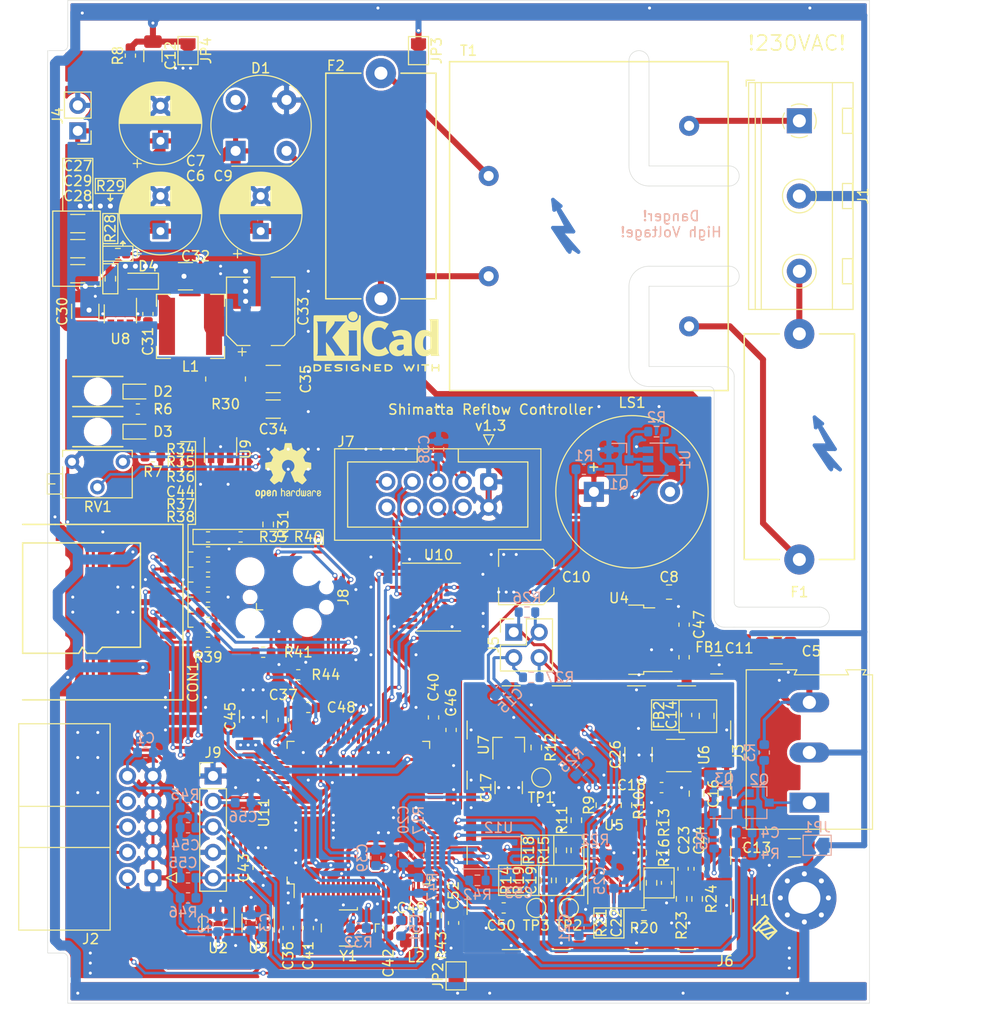
<source format=kicad_pcb>
(kicad_pcb (version 20171130) (host pcbnew 5.1.8)

  (general
    (thickness 1.6)
    (drawings 129)
    (tracks 1706)
    (zones 0)
    (modules 159)
    (nets 151)
  )

  (page A4)
  (layers
    (0 F.Cu signal)
    (31 B.Cu signal)
    (32 B.Adhes user)
    (33 F.Adhes user)
    (34 B.Paste user)
    (35 F.Paste user)
    (36 B.SilkS user)
    (37 F.SilkS user)
    (38 B.Mask user)
    (39 F.Mask user)
    (40 Dwgs.User user)
    (41 Cmts.User user)
    (42 Eco1.User user)
    (43 Eco2.User user)
    (44 Edge.Cuts user)
    (45 Margin user)
    (46 B.CrtYd user)
    (47 F.CrtYd user)
    (48 B.Fab user)
    (49 F.Fab user)
  )

  (setup
    (last_trace_width 0.25)
    (user_trace_width 0.3)
    (user_trace_width 0.4)
    (user_trace_width 0.6)
    (user_trace_width 1)
    (user_trace_width 2)
    (trace_clearance 0.2)
    (zone_clearance 0.25)
    (zone_45_only no)
    (trace_min 0.21)
    (via_size 0.5)
    (via_drill 0.3)
    (via_min_size 0.4)
    (via_min_drill 0.3)
    (user_via 0.9 0.5)
    (uvia_size 0.3)
    (uvia_drill 0.1)
    (uvias_allowed no)
    (uvia_min_size 0.2)
    (uvia_min_drill 0.1)
    (edge_width 0.05)
    (segment_width 0.2)
    (pcb_text_width 0.3)
    (pcb_text_size 1.5 1.5)
    (mod_edge_width 0.12)
    (mod_text_size 1 1)
    (mod_text_width 0.15)
    (pad_size 1 2.6)
    (pad_drill 0)
    (pad_to_mask_clearance 0.051)
    (solder_mask_min_width 0.25)
    (aux_axis_origin 13 13)
    (grid_origin 13 13)
    (visible_elements FFFFFF7F)
    (pcbplotparams
      (layerselection 0x010fc_ffffffff)
      (usegerberextensions true)
      (usegerberattributes false)
      (usegerberadvancedattributes false)
      (creategerberjobfile true)
      (excludeedgelayer true)
      (linewidth 0.100000)
      (plotframeref false)
      (viasonmask false)
      (mode 1)
      (useauxorigin false)
      (hpglpennumber 1)
      (hpglpenspeed 20)
      (hpglpendiameter 15.000000)
      (psnegative false)
      (psa4output false)
      (plotreference true)
      (plotvalue true)
      (plotinvisibletext false)
      (padsonsilk false)
      (subtractmaskfromsilk false)
      (outputformat 1)
      (mirror false)
      (drillshape 0)
      (scaleselection 1)
      (outputdirectory "gerber/"))
  )

  (net 0 "")
  (net 1 Earth)
  (net 2 GND)
  (net 3 +8V)
  (net 4 +3V3)
  (net 5 +5V)
  (net 6 /Controller/ENC1)
  (net 7 /Controller/ENC2)
  (net 8 /Controller/VREF)
  (net 9 /Controller/SW1)
  (net 10 /Frontend/FORCE+)
  (net 11 /Frontend/FORCE-)
  (net 12 /Frontend/SENS+)
  (net 13 /Frontend/SENS-)
  (net 14 /Controller/SDIO_D1)
  (net 15 /Controller/SDIO_D0)
  (net 16 /Controller/SDIO_CLK)
  (net 17 /Controller/SDIO_CMD)
  (net 18 /Controller/SDIO_D3)
  (net 19 /Controller/SDIO_D2)
  (net 20 /Controller/TEMP_IN)
  (net 21 /L_Trafo)
  (net 22 /L_IN)
  (net 23 /N_IN)
  (net 24 /DIGIO3)
  (net 25 /DIGIO2)
  (net 26 /DIGIO1)
  (net 27 /DIGIO0)
  (net 28 /Controller/SWDIO)
  (net 29 /Controller/SWCLK)
  (net 30 /Controller/PC_RX)
  (net 31 /Controller/PC_TX)
  (net 32 /Controller/~RST)
  (net 33 /Controller/LCD_VO)
  (net 34 /Controller/LCD_RS)
  (net 35 /Controller/LCD_EN)
  (net 36 /Controller/LCD_D3)
  (net 37 /Controller/LCD_D0)
  (net 38 /Controller/LCD_D2)
  (net 39 /Controller/LCD_D1)
  (net 40 /OUT0)
  (net 41 /OUT3)
  (net 42 /OUT2)
  (net 43 /OUT1)
  (net 44 /Controller/VDDA)
  (net 45 +5VL)
  (net 46 /Controller/CARD_DETECT)
  (net 47 +3.3VA)
  (net 48 /Frontend/VREF_OP)
  (net 49 /DIGIO0_PROT)
  (net 50 /DIGIO1_PROT)
  (net 51 /DIGIO2_PROT)
  (net 52 /DIGIO3_PROT)
  (net 53 "Net-(C4-Pad2)")
  (net 54 "Net-(C14-Pad1)")
  (net 55 "Net-(C19-Pad1)")
  (net 56 "Net-(C22-Pad2)")
  (net 57 "Net-(C22-Pad1)")
  (net 58 "Net-(C23-Pad1)")
  (net 59 "Net-(C31-Pad1)")
  (net 60 "Net-(C34-Pad1)")
  (net 61 "Net-(C42-Pad1)")
  (net 62 "Net-(D1-Pad4)")
  (net 63 "Net-(D1-Pad2)")
  (net 64 "Net-(D2-Pad1)")
  (net 65 "Net-(D3-Pad1)")
  (net 66 "Net-(F2-Pad2)")
  (net 67 "Net-(J3-Pad1)")
  (net 68 "Net-(J8-Pad5)")
  (net 69 "Net-(J8-Pad6)")
  (net 70 "Net-(J8-Pad8)")
  (net 71 "Net-(Q1-Pad1)")
  (net 72 "Net-(Q2-Pad2)")
  (net 73 "Net-(Q3-Pad1)")
  (net 74 /Controller/SSR_SAFETY_ENABLE)
  (net 75 "Net-(R10-Pad2)")
  (net 76 "Net-(R10-Pad1)")
  (net 77 /Controller/E_~CS)
  (net 78 "Net-(U9-Pad3)")
  (net 79 /Controller/E_SCK)
  (net 80 /Controller/E_MISO)
  (net 81 /Controller/E_MOSI)
  (net 82 "Net-(LS1-Pad2)")
  (net 83 "Net-(Q1-Pad3)")
  (net 84 "Net-(U11-Pad1)")
  (net 85 "/Digital Power Supply/DCDC_SW")
  (net 86 /Controller/EXT_WTCHDG_TOGGL)
  (net 87 "Net-(C41-Pad1)")
  (net 88 "Net-(C46-Pad1)")
  (net 89 "Net-(C48-Pad1)")
  (net 90 "Net-(C52-Pad2)")
  (net 91 "Net-(R11-Pad2)")
  (net 92 "Net-(R11-Pad1)")
  (net 93 "Net-(R13-Pad2)")
  (net 94 "Net-(R15-Pad1)")
  (net 95 "Net-(R20-Pad1)")
  (net 96 "Net-(R28-Pad1)")
  (net 97 "Net-(R31-Pad2)")
  (net 98 "Net-(U1-Pad1)")
  (net 99 "Net-(U6-Pad4)")
  (net 100 "Net-(U10-Pad17)")
  (net 101 "Net-(U10-Pad15)")
  (net 102 "Net-(U10-Pad9)")
  (net 103 "Net-(U10-Pad8)")
  (net 104 "Net-(U10-Pad7)")
  (net 105 "Net-(U10-Pad6)")
  (net 106 "Net-(U10-Pad4)")
  (net 107 "Net-(U10-Pad2)")
  (net 108 "Net-(U11-Pad2)")
  (net 109 "Net-(U11-Pad3)")
  (net 110 "Net-(U11-Pad4)")
  (net 111 "Net-(U11-Pad5)")
  (net 112 "Net-(U11-Pad7)")
  (net 113 "Net-(U11-Pad8)")
  (net 114 "Net-(U11-Pad9)")
  (net 115 "Net-(U11-Pad15)")
  (net 116 "Net-(U11-Pad16)")
  (net 117 "Net-(U11-Pad17)")
  (net 118 "Net-(U11-Pad18)")
  (net 119 "Net-(U11-Pad33)")
  (net 120 "Net-(U11-Pad34)")
  (net 121 "Net-(U11-Pad38)")
  (net 122 "Net-(U11-Pad40)")
  (net 123 "Net-(U11-Pad41)")
  (net 124 "Net-(U11-Pad42)")
  (net 125 "Net-(U11-Pad43)")
  (net 126 "Net-(U11-Pad44)")
  (net 127 "Net-(U11-Pad45)")
  (net 128 "Net-(U11-Pad46)")
  (net 129 "Net-(U11-Pad47)")
  (net 130 "Net-(U11-Pad48)")
  (net 131 "Net-(U11-Pad51)")
  (net 132 "Net-(U11-Pad52)")
  (net 133 "Net-(U11-Pad53)")
  (net 134 "Net-(U11-Pad54)")
  (net 135 "Net-(U11-Pad60)")
  (net 136 "Net-(U11-Pad61)")
  (net 137 "Net-(U11-Pad62)")
  (net 138 "Net-(U11-Pad63)")
  (net 139 "Net-(U11-Pad64)")
  (net 140 "Net-(U11-Pad70)")
  (net 141 "Net-(U11-Pad71)")
  (net 142 "Net-(U11-Pad77)")
  (net 143 "Net-(U11-Pad81)")
  (net 144 "Net-(U11-Pad82)")
  (net 145 "Net-(U11-Pad84)")
  (net 146 "Net-(U11-Pad86)")
  (net 147 "Net-(U11-Pad95)")
  (net 148 "Net-(U11-Pad96)")
  (net 149 "Net-(U11-Pad97)")
  (net 150 "Net-(U11-Pad98)")

  (net_class Default "This is the default net class."
    (clearance 0.2)
    (trace_width 0.25)
    (via_dia 0.5)
    (via_drill 0.3)
    (uvia_dia 0.3)
    (uvia_drill 0.1)
    (diff_pair_width 0.3)
    (diff_pair_gap 0.25)
    (add_net +3.3VA)
    (add_net +3V3)
    (add_net +5V)
    (add_net +5VL)
    (add_net +8V)
    (add_net /Controller/CARD_DETECT)
    (add_net /Controller/ENC1)
    (add_net /Controller/ENC2)
    (add_net /Controller/EXT_WTCHDG_TOGGL)
    (add_net /Controller/E_MISO)
    (add_net /Controller/E_MOSI)
    (add_net /Controller/E_SCK)
    (add_net /Controller/E_~CS)
    (add_net /Controller/LCD_D0)
    (add_net /Controller/LCD_D1)
    (add_net /Controller/LCD_D2)
    (add_net /Controller/LCD_D3)
    (add_net /Controller/LCD_EN)
    (add_net /Controller/LCD_RS)
    (add_net /Controller/LCD_VO)
    (add_net /Controller/PC_RX)
    (add_net /Controller/PC_TX)
    (add_net /Controller/SDIO_CLK)
    (add_net /Controller/SDIO_CMD)
    (add_net /Controller/SDIO_D0)
    (add_net /Controller/SDIO_D1)
    (add_net /Controller/SDIO_D2)
    (add_net /Controller/SDIO_D3)
    (add_net /Controller/SSR_SAFETY_ENABLE)
    (add_net /Controller/SW1)
    (add_net /Controller/SWCLK)
    (add_net /Controller/SWDIO)
    (add_net /Controller/TEMP_IN)
    (add_net /Controller/VDDA)
    (add_net /Controller/VREF)
    (add_net /Controller/~RST)
    (add_net /DIGIO0)
    (add_net /DIGIO0_PROT)
    (add_net /DIGIO1)
    (add_net /DIGIO1_PROT)
    (add_net /DIGIO2)
    (add_net /DIGIO2_PROT)
    (add_net /DIGIO3)
    (add_net /DIGIO3_PROT)
    (add_net "/Digital Power Supply/DCDC_SW")
    (add_net /Frontend/FORCE+)
    (add_net /Frontend/FORCE-)
    (add_net /Frontend/SENS+)
    (add_net /Frontend/SENS-)
    (add_net /Frontend/VREF_OP)
    (add_net /OUT0)
    (add_net /OUT1)
    (add_net /OUT2)
    (add_net /OUT3)
    (add_net Earth)
    (add_net GND)
    (add_net "Net-(C14-Pad1)")
    (add_net "Net-(C19-Pad1)")
    (add_net "Net-(C22-Pad1)")
    (add_net "Net-(C22-Pad2)")
    (add_net "Net-(C23-Pad1)")
    (add_net "Net-(C31-Pad1)")
    (add_net "Net-(C34-Pad1)")
    (add_net "Net-(C4-Pad2)")
    (add_net "Net-(C41-Pad1)")
    (add_net "Net-(C42-Pad1)")
    (add_net "Net-(C46-Pad1)")
    (add_net "Net-(C48-Pad1)")
    (add_net "Net-(C52-Pad2)")
    (add_net "Net-(D1-Pad2)")
    (add_net "Net-(D1-Pad4)")
    (add_net "Net-(D2-Pad1)")
    (add_net "Net-(D3-Pad1)")
    (add_net "Net-(F2-Pad2)")
    (add_net "Net-(J3-Pad1)")
    (add_net "Net-(J8-Pad5)")
    (add_net "Net-(J8-Pad6)")
    (add_net "Net-(J8-Pad8)")
    (add_net "Net-(LS1-Pad2)")
    (add_net "Net-(Q1-Pad1)")
    (add_net "Net-(Q1-Pad3)")
    (add_net "Net-(Q2-Pad2)")
    (add_net "Net-(Q3-Pad1)")
    (add_net "Net-(R10-Pad1)")
    (add_net "Net-(R10-Pad2)")
    (add_net "Net-(R11-Pad1)")
    (add_net "Net-(R11-Pad2)")
    (add_net "Net-(R13-Pad2)")
    (add_net "Net-(R15-Pad1)")
    (add_net "Net-(R20-Pad1)")
    (add_net "Net-(R28-Pad1)")
    (add_net "Net-(R31-Pad2)")
    (add_net "Net-(U1-Pad1)")
    (add_net "Net-(U10-Pad15)")
    (add_net "Net-(U10-Pad17)")
    (add_net "Net-(U10-Pad2)")
    (add_net "Net-(U10-Pad4)")
    (add_net "Net-(U10-Pad6)")
    (add_net "Net-(U10-Pad7)")
    (add_net "Net-(U10-Pad8)")
    (add_net "Net-(U10-Pad9)")
    (add_net "Net-(U11-Pad1)")
    (add_net "Net-(U11-Pad15)")
    (add_net "Net-(U11-Pad16)")
    (add_net "Net-(U11-Pad17)")
    (add_net "Net-(U11-Pad18)")
    (add_net "Net-(U11-Pad2)")
    (add_net "Net-(U11-Pad3)")
    (add_net "Net-(U11-Pad33)")
    (add_net "Net-(U11-Pad34)")
    (add_net "Net-(U11-Pad38)")
    (add_net "Net-(U11-Pad4)")
    (add_net "Net-(U11-Pad40)")
    (add_net "Net-(U11-Pad41)")
    (add_net "Net-(U11-Pad42)")
    (add_net "Net-(U11-Pad43)")
    (add_net "Net-(U11-Pad44)")
    (add_net "Net-(U11-Pad45)")
    (add_net "Net-(U11-Pad46)")
    (add_net "Net-(U11-Pad47)")
    (add_net "Net-(U11-Pad48)")
    (add_net "Net-(U11-Pad5)")
    (add_net "Net-(U11-Pad51)")
    (add_net "Net-(U11-Pad52)")
    (add_net "Net-(U11-Pad53)")
    (add_net "Net-(U11-Pad54)")
    (add_net "Net-(U11-Pad60)")
    (add_net "Net-(U11-Pad61)")
    (add_net "Net-(U11-Pad62)")
    (add_net "Net-(U11-Pad63)")
    (add_net "Net-(U11-Pad64)")
    (add_net "Net-(U11-Pad7)")
    (add_net "Net-(U11-Pad70)")
    (add_net "Net-(U11-Pad71)")
    (add_net "Net-(U11-Pad77)")
    (add_net "Net-(U11-Pad8)")
    (add_net "Net-(U11-Pad81)")
    (add_net "Net-(U11-Pad82)")
    (add_net "Net-(U11-Pad84)")
    (add_net "Net-(U11-Pad86)")
    (add_net "Net-(U11-Pad9)")
    (add_net "Net-(U11-Pad95)")
    (add_net "Net-(U11-Pad96)")
    (add_net "Net-(U11-Pad97)")
    (add_net "Net-(U11-Pad98)")
    (add_net "Net-(U6-Pad4)")
    (add_net "Net-(U9-Pad3)")
  )

  (net_class HV ""
    (clearance 2.55)
    (trace_width 1)
    (via_dia 0.5)
    (via_drill 0.3)
    (uvia_dia 0.3)
    (uvia_drill 0.1)
    (diff_pair_width 0.21)
    (diff_pair_gap 0.25)
    (add_net /L_IN)
    (add_net /L_Trafo)
    (add_net /N_IN)
  )

  (module Symbol:Symbol_Highvoltage_Type1_CopperTop_Small (layer B.Cu) (tedit 0) (tstamp 5FC3BEE6)
    (at 92.9 56.6)
    (descr "Symbol, Highvoltage, Type 1, Copper Top, Small,")
    (tags "Symbol, Highvoltage, Type 1, Copper Top, Small,")
    (attr virtual)
    (fp_text reference REF** (at 1.016 5.207) (layer B.SilkS) hide
      (effects (font (size 1 1) (thickness 0.15)) (justify mirror))
    )
    (fp_text value Symbol_Highvoltage_Type1_CopperTop_Small (at 0.508 -4.191) (layer B.Fab)
      (effects (font (size 1 1) (thickness 0.15)) (justify mirror))
    )
    (fp_line (start 1.397 2.794) (end 0 0.889) (layer B.Cu) (width 0.381))
    (fp_line (start 0 0.889) (end 1.27 0.889) (layer B.Cu) (width 0.381))
    (fp_line (start -0.254 -1.016) (end -0.381 -2.032) (layer B.Cu) (width 0.381))
    (fp_line (start -0.381 -2.032) (end 0.381 -1.397) (layer B.Cu) (width 0.381))
    (fp_line (start 0.381 -1.397) (end -0.127 -1.651) (layer B.Cu) (width 0.381))
    (fp_line (start -0.127 -1.651) (end 1.651 1.143) (layer B.Cu) (width 0.381))
    (fp_line (start 1.651 1.143) (end 0.381 1.143) (layer B.Cu) (width 0.381))
    (fp_line (start 0.381 1.143) (end 2.159 3.175) (layer B.Cu) (width 0.381))
    (fp_line (start 2.159 3.175) (end 1.397 2.667) (layer B.Cu) (width 0.381))
    (fp_line (start 1.397 2.667) (end 1.27 3.175) (layer B.Cu) (width 0.381))
    (fp_line (start 1.143 3.048) (end -0.381 0.762) (layer B.Cu) (width 0.381))
    (fp_line (start -0.381 0.762) (end 1.016 0.762) (layer B.Cu) (width 0.381))
    (fp_line (start 1.016 0.762) (end -0.127 -1.524) (layer B.Cu) (width 0.381))
    (fp_line (start -0.127 -1.524) (end -0.254 -1.016) (layer B.Cu) (width 0.381))
  )

  (module Symbol:Symbol_Highvoltage_Type1_CopperTop_Small (layer B.Cu) (tedit 0) (tstamp 5FC3BE9C)
    (at 66.8 34.9)
    (descr "Symbol, Highvoltage, Type 1, Copper Top, Small,")
    (tags "Symbol, Highvoltage, Type 1, Copper Top, Small,")
    (attr virtual)
    (fp_text reference "" (at 1.016 5.207) (layer B.SilkS) hide
      (effects (font (size 1 1) (thickness 0.15)) (justify mirror))
    )
    (fp_text value Symbol_Highvoltage_Type1_CopperTop_Small (at 0.508 -4.191) (layer B.Fab)
      (effects (font (size 1 1) (thickness 0.15)) (justify mirror))
    )
    (fp_line (start -0.127 -1.524) (end -0.254 -1.016) (layer B.Cu) (width 0.381))
    (fp_line (start 1.016 0.762) (end -0.127 -1.524) (layer B.Cu) (width 0.381))
    (fp_line (start -0.381 0.762) (end 1.016 0.762) (layer B.Cu) (width 0.381))
    (fp_line (start 1.143 3.048) (end -0.381 0.762) (layer B.Cu) (width 0.381))
    (fp_line (start 1.397 2.667) (end 1.27 3.175) (layer B.Cu) (width 0.381))
    (fp_line (start 2.159 3.175) (end 1.397 2.667) (layer B.Cu) (width 0.381))
    (fp_line (start 0.381 1.143) (end 2.159 3.175) (layer B.Cu) (width 0.381))
    (fp_line (start 1.651 1.143) (end 0.381 1.143) (layer B.Cu) (width 0.381))
    (fp_line (start -0.127 -1.651) (end 1.651 1.143) (layer B.Cu) (width 0.381))
    (fp_line (start 0.381 -1.397) (end -0.127 -1.651) (layer B.Cu) (width 0.381))
    (fp_line (start -0.381 -2.032) (end 0.381 -1.397) (layer B.Cu) (width 0.381))
    (fp_line (start -0.254 -1.016) (end -0.381 -2.032) (layer B.Cu) (width 0.381))
    (fp_line (start 0 0.889) (end 1.27 0.889) (layer B.Cu) (width 0.381))
    (fp_line (start 1.397 2.794) (end 0 0.889) (layer B.Cu) (width 0.381))
  )

  (module Symbol:OSHW-Logo2_7.3x6mm_SilkScreen (layer F.Cu) (tedit 0) (tstamp 5FC39B13)
    (at 40 59.9)
    (descr "Open Source Hardware Symbol")
    (tags "Logo Symbol OSHW")
    (attr virtual)
    (fp_text reference REF** (at 0 0) (layer F.SilkS) hide
      (effects (font (size 1 1) (thickness 0.15)))
    )
    (fp_text value OSHW-Logo2_7.3x6mm_SilkScreen (at 0.75 0) (layer F.Fab) hide
      (effects (font (size 1 1) (thickness 0.15)))
    )
    (fp_poly (pts (xy 0.10391 -2.757652) (xy 0.182454 -2.757222) (xy 0.239298 -2.756058) (xy 0.278105 -2.753793)
      (xy 0.302538 -2.75006) (xy 0.316262 -2.744494) (xy 0.32294 -2.736727) (xy 0.326236 -2.726395)
      (xy 0.326556 -2.725057) (xy 0.331562 -2.700921) (xy 0.340829 -2.653299) (xy 0.353392 -2.587259)
      (xy 0.368287 -2.507872) (xy 0.384551 -2.420204) (xy 0.385119 -2.417125) (xy 0.40141 -2.331211)
      (xy 0.416652 -2.255304) (xy 0.429861 -2.193955) (xy 0.440054 -2.151718) (xy 0.446248 -2.133145)
      (xy 0.446543 -2.132816) (xy 0.464788 -2.123747) (xy 0.502405 -2.108633) (xy 0.551271 -2.090738)
      (xy 0.551543 -2.090642) (xy 0.613093 -2.067507) (xy 0.685657 -2.038035) (xy 0.754057 -2.008403)
      (xy 0.757294 -2.006938) (xy 0.868702 -1.956374) (xy 1.115399 -2.12484) (xy 1.191077 -2.176197)
      (xy 1.259631 -2.222111) (xy 1.317088 -2.25997) (xy 1.359476 -2.287163) (xy 1.382825 -2.301079)
      (xy 1.385042 -2.302111) (xy 1.40201 -2.297516) (xy 1.433701 -2.275345) (xy 1.481352 -2.234553)
      (xy 1.546198 -2.174095) (xy 1.612397 -2.109773) (xy 1.676214 -2.046388) (xy 1.733329 -1.988549)
      (xy 1.780305 -1.939825) (xy 1.813703 -1.90379) (xy 1.830085 -1.884016) (xy 1.830694 -1.882998)
      (xy 1.832505 -1.869428) (xy 1.825683 -1.847267) (xy 1.80854 -1.813522) (xy 1.779393 -1.7652)
      (xy 1.736555 -1.699308) (xy 1.679448 -1.614483) (xy 1.628766 -1.539823) (xy 1.583461 -1.47286)
      (xy 1.54615 -1.417484) (xy 1.519452 -1.37758) (xy 1.505985 -1.357038) (xy 1.505137 -1.355644)
      (xy 1.506781 -1.335962) (xy 1.519245 -1.297707) (xy 1.540048 -1.248111) (xy 1.547462 -1.232272)
      (xy 1.579814 -1.16171) (xy 1.614328 -1.081647) (xy 1.642365 -1.012371) (xy 1.662568 -0.960955)
      (xy 1.678615 -0.921881) (xy 1.687888 -0.901459) (xy 1.689041 -0.899886) (xy 1.706096 -0.897279)
      (xy 1.746298 -0.890137) (xy 1.804302 -0.879477) (xy 1.874763 -0.866315) (xy 1.952335 -0.851667)
      (xy 2.031672 -0.836551) (xy 2.107431 -0.821982) (xy 2.174264 -0.808978) (xy 2.226828 -0.798555)
      (xy 2.259776 -0.79173) (xy 2.267857 -0.789801) (xy 2.276205 -0.785038) (xy 2.282506 -0.774282)
      (xy 2.287045 -0.753902) (xy 2.290104 -0.720266) (xy 2.291967 -0.669745) (xy 2.292918 -0.598708)
      (xy 2.29324 -0.503524) (xy 2.293257 -0.464508) (xy 2.293257 -0.147201) (xy 2.217057 -0.132161)
      (xy 2.174663 -0.124005) (xy 2.1114 -0.112101) (xy 2.034962 -0.097884) (xy 1.953043 -0.08279)
      (xy 1.9304 -0.078645) (xy 1.854806 -0.063947) (xy 1.788953 -0.049495) (xy 1.738366 -0.036625)
      (xy 1.708574 -0.026678) (xy 1.703612 -0.023713) (xy 1.691426 -0.002717) (xy 1.673953 0.037967)
      (xy 1.654577 0.090322) (xy 1.650734 0.1016) (xy 1.625339 0.171523) (xy 1.593817 0.250418)
      (xy 1.562969 0.321266) (xy 1.562817 0.321595) (xy 1.511447 0.432733) (xy 1.680399 0.681253)
      (xy 1.849352 0.929772) (xy 1.632429 1.147058) (xy 1.566819 1.211726) (xy 1.506979 1.268733)
      (xy 1.456267 1.315033) (xy 1.418046 1.347584) (xy 1.395675 1.363343) (xy 1.392466 1.364343)
      (xy 1.373626 1.356469) (xy 1.33518 1.334578) (xy 1.28133 1.301267) (xy 1.216276 1.259131)
      (xy 1.14594 1.211943) (xy 1.074555 1.16381) (xy 1.010908 1.121928) (xy 0.959041 1.088871)
      (xy 0.922995 1.067218) (xy 0.906867 1.059543) (xy 0.887189 1.066037) (xy 0.849875 1.08315)
      (xy 0.802621 1.107326) (xy 0.797612 1.110013) (xy 0.733977 1.141927) (xy 0.690341 1.157579)
      (xy 0.663202 1.157745) (xy 0.649057 1.143204) (xy 0.648975 1.143) (xy 0.641905 1.125779)
      (xy 0.625042 1.084899) (xy 0.599695 1.023525) (xy 0.567171 0.944819) (xy 0.528778 0.851947)
      (xy 0.485822 0.748072) (xy 0.444222 0.647502) (xy 0.398504 0.536516) (xy 0.356526 0.433703)
      (xy 0.319548 0.342215) (xy 0.288827 0.265201) (xy 0.265622 0.205815) (xy 0.25119 0.167209)
      (xy 0.246743 0.1528) (xy 0.257896 0.136272) (xy 0.287069 0.10993) (xy 0.325971 0.080887)
      (xy 0.436757 -0.010961) (xy 0.523351 -0.116241) (xy 0.584716 -0.232734) (xy 0.619815 -0.358224)
      (xy 0.627608 -0.490493) (xy 0.621943 -0.551543) (xy 0.591078 -0.678205) (xy 0.53792 -0.790059)
      (xy 0.465767 -0.885999) (xy 0.377917 -0.964924) (xy 0.277665 -1.02573) (xy 0.16831 -1.067313)
      (xy 0.053147 -1.088572) (xy -0.064525 -1.088401) (xy -0.18141 -1.065699) (xy -0.294211 -1.019362)
      (xy -0.399631 -0.948287) (xy -0.443632 -0.908089) (xy -0.528021 -0.804871) (xy -0.586778 -0.692075)
      (xy -0.620296 -0.57299) (xy -0.628965 -0.450905) (xy -0.613177 -0.329107) (xy -0.573322 -0.210884)
      (xy -0.509793 -0.099525) (xy -0.422979 0.001684) (xy -0.325971 0.080887) (xy -0.285563 0.111162)
      (xy -0.257018 0.137219) (xy -0.246743 0.152825) (xy -0.252123 0.169843) (xy -0.267425 0.2105)
      (xy -0.291388 0.271642) (xy -0.322756 0.350119) (xy -0.360268 0.44278) (xy -0.402667 0.546472)
      (xy -0.444337 0.647526) (xy -0.49031 0.758607) (xy -0.532893 0.861541) (xy -0.570779 0.953165)
      (xy -0.60266 1.030316) (xy -0.627229 1.089831) (xy -0.64318 1.128544) (xy -0.64909 1.143)
      (xy -0.663052 1.157685) (xy -0.69006 1.157642) (xy -0.733587 1.142099) (xy -0.79711 1.110284)
      (xy -0.797612 1.110013) (xy -0.84544 1.085323) (xy -0.884103 1.067338) (xy -0.905905 1.059614)
      (xy -0.906867 1.059543) (xy -0.923279 1.067378) (xy -0.959513 1.089165) (xy -1.011526 1.122328)
      (xy -1.075275 1.164291) (xy -1.14594 1.211943) (xy -1.217884 1.260191) (xy -1.282726 1.302151)
      (xy -1.336265 1.335227) (xy -1.374303 1.356821) (xy -1.392467 1.364343) (xy -1.409192 1.354457)
      (xy -1.44282 1.326826) (xy -1.48999 1.284495) (xy -1.547342 1.230505) (xy -1.611516 1.167899)
      (xy -1.632503 1.146983) (xy -1.849501 0.929623) (xy -1.684332 0.68722) (xy -1.634136 0.612781)
      (xy -1.590081 0.545972) (xy -1.554638 0.490665) (xy -1.530281 0.450729) (xy -1.519478 0.430036)
      (xy -1.519162 0.428563) (xy -1.524857 0.409058) (xy -1.540174 0.369822) (xy -1.562463 0.31743)
      (xy -1.578107 0.282355) (xy -1.607359 0.215201) (xy -1.634906 0.147358) (xy -1.656263 0.090034)
      (xy -1.662065 0.072572) (xy -1.678548 0.025938) (xy -1.69466 -0.010095) (xy -1.70351 -0.023713)
      (xy -1.72304 -0.032048) (xy -1.765666 -0.043863) (xy -1.825855 -0.057819) (xy -1.898078 -0.072578)
      (xy -1.9304 -0.078645) (xy -2.012478 -0.093727) (xy -2.091205 -0.108331) (xy -2.158891 -0.12102)
      (xy -2.20784 -0.130358) (xy -2.217057 -0.132161) (xy -2.293257 -0.147201) (xy -2.293257 -0.464508)
      (xy -2.293086 -0.568846) (xy -2.292384 -0.647787) (xy -2.290866 -0.704962) (xy -2.288251 -0.744001)
      (xy -2.284254 -0.768535) (xy -2.278591 -0.782195) (xy -2.27098 -0.788611) (xy -2.267857 -0.789801)
      (xy -2.249022 -0.79402) (xy -2.207412 -0.802438) (xy -2.14837 -0.814039) (xy -2.077243 -0.827805)
      (xy -1.999375 -0.84272) (xy -1.920113 -0.857768) (xy -1.844802 -0.871931) (xy -1.778787 -0.884194)
      (xy -1.727413 -0.893539) (xy -1.696025 -0.89895) (xy -1.689041 -0.899886) (xy -1.682715 -0.912404)
      (xy -1.66871 -0.945754) (xy -1.649645 -0.993623) (xy -1.642366 -1.012371) (xy -1.613004 -1.084805)
      (xy -1.578429 -1.16483) (xy -1.547463 -1.232272) (xy -1.524677 -1.283841) (xy -1.509518 -1.326215)
      (xy -1.504458 -1.352166) (xy -1.505264 -1.355644) (xy -1.515959 -1.372064) (xy -1.54038 -1.408583)
      (xy -1.575905 -1.461313) (xy -1.619913 -1.526365) (xy -1.669783 -1.599849) (xy -1.679644 -1.614355)
      (xy -1.737508 -1.700296) (xy -1.780044 -1.765739) (xy -1.808946 -1.813696) (xy -1.82591 -1.84718)
      (xy -1.832633 -1.869205) (xy -1.83081 -1.882783) (xy -1.830764 -1.882869) (xy -1.816414 -1.900703)
      (xy -1.784677 -1.935183) (xy -1.73899 -1.982732) (xy -1.682796 -2.039778) (xy -1.619532 -2.102745)
      (xy -1.612398 -2.109773) (xy -1.53267 -2.18698) (xy -1.471143 -2.24367) (xy -1.426579 -2.28089)
      (xy -1.397743 -2.299685) (xy -1.385042 -2.302111) (xy -1.366506 -2.291529) (xy -1.328039 -2.267084)
      (xy -1.273614 -2.231388) (xy -1.207202 -2.187053) (xy -1.132775 -2.136689) (xy -1.115399 -2.12484)
      (xy -0.868703 -1.956374) (xy -0.757294 -2.006938) (xy -0.689543 -2.036405) (xy -0.616817 -2.066041)
      (xy -0.554297 -2.08967) (xy -0.551543 -2.090642) (xy -0.50264 -2.108543) (xy -0.464943 -2.12368)
      (xy -0.446575 -2.13279) (xy -0.446544 -2.132816) (xy -0.440715 -2.149283) (xy -0.430808 -2.189781)
      (xy -0.417805 -2.249758) (xy -0.402691 -2.32466) (xy -0.386448 -2.409936) (xy -0.385119 -2.417125)
      (xy -0.368825 -2.504986) (xy -0.353867 -2.58474) (xy -0.341209 -2.651319) (xy -0.331814 -2.699653)
      (xy -0.326646 -2.724675) (xy -0.326556 -2.725057) (xy -0.323411 -2.735701) (xy -0.317296 -2.743738)
      (xy -0.304547 -2.749533) (xy -0.2815 -2.753453) (xy -0.244491 -2.755865) (xy -0.189856 -2.757135)
      (xy -0.113933 -2.757629) (xy -0.013056 -2.757714) (xy 0 -2.757714) (xy 0.10391 -2.757652)) (layer F.SilkS) (width 0.01))
    (fp_poly (pts (xy 3.153595 1.966966) (xy 3.211021 2.004497) (xy 3.238719 2.038096) (xy 3.260662 2.099064)
      (xy 3.262405 2.147308) (xy 3.258457 2.211816) (xy 3.109686 2.276934) (xy 3.037349 2.310202)
      (xy 2.990084 2.336964) (xy 2.965507 2.360144) (xy 2.961237 2.382667) (xy 2.974889 2.407455)
      (xy 2.989943 2.423886) (xy 3.033746 2.450235) (xy 3.081389 2.452081) (xy 3.125145 2.431546)
      (xy 3.157289 2.390752) (xy 3.163038 2.376347) (xy 3.190576 2.331356) (xy 3.222258 2.312182)
      (xy 3.265714 2.295779) (xy 3.265714 2.357966) (xy 3.261872 2.400283) (xy 3.246823 2.435969)
      (xy 3.21528 2.476943) (xy 3.210592 2.482267) (xy 3.175506 2.51872) (xy 3.145347 2.538283)
      (xy 3.107615 2.547283) (xy 3.076335 2.55023) (xy 3.020385 2.550965) (xy 2.980555 2.54166)
      (xy 2.955708 2.527846) (xy 2.916656 2.497467) (xy 2.889625 2.464613) (xy 2.872517 2.423294)
      (xy 2.863238 2.367521) (xy 2.859693 2.291305) (xy 2.85941 2.252622) (xy 2.860372 2.206247)
      (xy 2.948007 2.206247) (xy 2.949023 2.231126) (xy 2.951556 2.2352) (xy 2.968274 2.229665)
      (xy 3.004249 2.215017) (xy 3.052331 2.19419) (xy 3.062386 2.189714) (xy 3.123152 2.158814)
      (xy 3.156632 2.131657) (xy 3.16399 2.10622) (xy 3.146391 2.080481) (xy 3.131856 2.069109)
      (xy 3.07941 2.046364) (xy 3.030322 2.050122) (xy 2.989227 2.077884) (xy 2.960758 2.127152)
      (xy 2.951631 2.166257) (xy 2.948007 2.206247) (xy 2.860372 2.206247) (xy 2.861285 2.162249)
      (xy 2.868196 2.095384) (xy 2.881884 2.046695) (xy 2.904096 2.010849) (xy 2.936574 1.982513)
      (xy 2.950733 1.973355) (xy 3.015053 1.949507) (xy 3.085473 1.948006) (xy 3.153595 1.966966)) (layer F.SilkS) (width 0.01))
    (fp_poly (pts (xy 2.6526 1.958752) (xy 2.669948 1.966334) (xy 2.711356 1.999128) (xy 2.746765 2.046547)
      (xy 2.768664 2.097151) (xy 2.772229 2.122098) (xy 2.760279 2.156927) (xy 2.734067 2.175357)
      (xy 2.705964 2.186516) (xy 2.693095 2.188572) (xy 2.686829 2.173649) (xy 2.674456 2.141175)
      (xy 2.669028 2.126502) (xy 2.63859 2.075744) (xy 2.59452 2.050427) (xy 2.53801 2.051206)
      (xy 2.533825 2.052203) (xy 2.503655 2.066507) (xy 2.481476 2.094393) (xy 2.466327 2.139287)
      (xy 2.45725 2.204615) (xy 2.453286 2.293804) (xy 2.452914 2.341261) (xy 2.45273 2.416071)
      (xy 2.451522 2.467069) (xy 2.448309 2.499471) (xy 2.442109 2.518495) (xy 2.43194 2.529356)
      (xy 2.416819 2.537272) (xy 2.415946 2.53767) (xy 2.386828 2.549981) (xy 2.372403 2.554514)
      (xy 2.370186 2.540809) (xy 2.368289 2.502925) (xy 2.366847 2.445715) (xy 2.365998 2.374027)
      (xy 2.365829 2.321565) (xy 2.366692 2.220047) (xy 2.37007 2.143032) (xy 2.377142 2.086023)
      (xy 2.389088 2.044526) (xy 2.40709 2.014043) (xy 2.432327 1.99008) (xy 2.457247 1.973355)
      (xy 2.517171 1.951097) (xy 2.586911 1.946076) (xy 2.6526 1.958752)) (layer F.SilkS) (width 0.01))
    (fp_poly (pts (xy 2.144876 1.956335) (xy 2.186667 1.975344) (xy 2.219469 1.998378) (xy 2.243503 2.024133)
      (xy 2.260097 2.057358) (xy 2.270577 2.1028) (xy 2.276271 2.165207) (xy 2.278507 2.249327)
      (xy 2.278743 2.304721) (xy 2.278743 2.520826) (xy 2.241774 2.53767) (xy 2.212656 2.549981)
      (xy 2.198231 2.554514) (xy 2.195472 2.541025) (xy 2.193282 2.504653) (xy 2.191942 2.451542)
      (xy 2.191657 2.409372) (xy 2.190434 2.348447) (xy 2.187136 2.300115) (xy 2.182321 2.270518)
      (xy 2.178496 2.264229) (xy 2.152783 2.270652) (xy 2.112418 2.287125) (xy 2.065679 2.309458)
      (xy 2.020845 2.333457) (xy 1.986193 2.35493) (xy 1.970002 2.369685) (xy 1.969938 2.369845)
      (xy 1.97133 2.397152) (xy 1.983818 2.423219) (xy 2.005743 2.444392) (xy 2.037743 2.451474)
      (xy 2.065092 2.450649) (xy 2.103826 2.450042) (xy 2.124158 2.459116) (xy 2.136369 2.483092)
      (xy 2.137909 2.487613) (xy 2.143203 2.521806) (xy 2.129047 2.542568) (xy 2.092148 2.552462)
      (xy 2.052289 2.554292) (xy 1.980562 2.540727) (xy 1.943432 2.521355) (xy 1.897576 2.475845)
      (xy 1.873256 2.419983) (xy 1.871073 2.360957) (xy 1.891629 2.305953) (xy 1.922549 2.271486)
      (xy 1.95342 2.252189) (xy 2.001942 2.227759) (xy 2.058485 2.202985) (xy 2.06791 2.199199)
      (xy 2.130019 2.171791) (xy 2.165822 2.147634) (xy 2.177337 2.123619) (xy 2.16658 2.096635)
      (xy 2.148114 2.075543) (xy 2.104469 2.049572) (xy 2.056446 2.047624) (xy 2.012406 2.067637)
      (xy 1.980709 2.107551) (xy 1.976549 2.117848) (xy 1.952327 2.155724) (xy 1.916965 2.183842)
      (xy 1.872343 2.206917) (xy 1.872343 2.141485) (xy 1.874969 2.101506) (xy 1.88623 2.069997)
      (xy 1.911199 2.036378) (xy 1.935169 2.010484) (xy 1.972441 1.973817) (xy 2.001401 1.954121)
      (xy 2.032505 1.94622) (xy 2.067713 1.944914) (xy 2.144876 1.956335)) (layer F.SilkS) (width 0.01))
    (fp_poly (pts (xy 1.779833 1.958663) (xy 1.782048 1.99685) (xy 1.783784 2.054886) (xy 1.784899 2.12818)
      (xy 1.785257 2.205055) (xy 1.785257 2.465196) (xy 1.739326 2.511127) (xy 1.707675 2.539429)
      (xy 1.67989 2.550893) (xy 1.641915 2.550168) (xy 1.62684 2.548321) (xy 1.579726 2.542948)
      (xy 1.540756 2.539869) (xy 1.531257 2.539585) (xy 1.499233 2.541445) (xy 1.453432 2.546114)
      (xy 1.435674 2.548321) (xy 1.392057 2.551735) (xy 1.362745 2.54432) (xy 1.33368 2.521427)
      (xy 1.323188 2.511127) (xy 1.277257 2.465196) (xy 1.277257 1.978602) (xy 1.314226 1.961758)
      (xy 1.346059 1.949282) (xy 1.364683 1.944914) (xy 1.369458 1.958718) (xy 1.373921 1.997286)
      (xy 1.377775 2.056356) (xy 1.380722 2.131663) (xy 1.382143 2.195286) (xy 1.386114 2.445657)
      (xy 1.420759 2.450556) (xy 1.452268 2.447131) (xy 1.467708 2.436041) (xy 1.472023 2.415308)
      (xy 1.475708 2.371145) (xy 1.478469 2.309146) (xy 1.480012 2.234909) (xy 1.480235 2.196706)
      (xy 1.480457 1.976783) (xy 1.526166 1.960849) (xy 1.558518 1.950015) (xy 1.576115 1.944962)
      (xy 1.576623 1.944914) (xy 1.578388 1.958648) (xy 1.580329 1.99673) (xy 1.582282 2.054482)
      (xy 1.584084 2.127227) (xy 1.585343 2.195286) (xy 1.589314 2.445657) (xy 1.6764 2.445657)
      (xy 1.680396 2.21724) (xy 1.684392 1.988822) (xy 1.726847 1.966868) (xy 1.758192 1.951793)
      (xy 1.776744 1.944951) (xy 1.777279 1.944914) (xy 1.779833 1.958663)) (layer F.SilkS) (width 0.01))
    (fp_poly (pts (xy 1.190117 2.065358) (xy 1.189933 2.173837) (xy 1.189219 2.257287) (xy 1.187675 2.319704)
      (xy 1.185001 2.365085) (xy 1.180894 2.397429) (xy 1.175055 2.420733) (xy 1.167182 2.438995)
      (xy 1.161221 2.449418) (xy 1.111855 2.505945) (xy 1.049264 2.541377) (xy 0.980013 2.55409)
      (xy 0.910668 2.542463) (xy 0.869375 2.521568) (xy 0.826025 2.485422) (xy 0.796481 2.441276)
      (xy 0.778655 2.383462) (xy 0.770463 2.306313) (xy 0.769302 2.249714) (xy 0.769458 2.245647)
      (xy 0.870857 2.245647) (xy 0.871476 2.31055) (xy 0.874314 2.353514) (xy 0.88084 2.381622)
      (xy 0.892523 2.401953) (xy 0.906483 2.417288) (xy 0.953365 2.44689) (xy 1.003701 2.449419)
      (xy 1.051276 2.424705) (xy 1.054979 2.421356) (xy 1.070783 2.403935) (xy 1.080693 2.383209)
      (xy 1.086058 2.352362) (xy 1.088228 2.304577) (xy 1.088571 2.251748) (xy 1.087827 2.185381)
      (xy 1.084748 2.141106) (xy 1.078061 2.112009) (xy 1.066496 2.091173) (xy 1.057013 2.080107)
      (xy 1.01296 2.052198) (xy 0.962224 2.048843) (xy 0.913796 2.070159) (xy 0.90445 2.078073)
      (xy 0.88854 2.095647) (xy 0.87861 2.116587) (xy 0.873278 2.147782) (xy 0.871163 2.196122)
      (xy 0.870857 2.245647) (xy 0.769458 2.245647) (xy 0.77281 2.158568) (xy 0.784726 2.090086)
      (xy 0.807135 2.0386) (xy 0.842124 1.998443) (xy 0.869375 1.977861) (xy 0.918907 1.955625)
      (xy 0.976316 1.945304) (xy 1.029682 1.948067) (xy 1.059543 1.959212) (xy 1.071261 1.962383)
      (xy 1.079037 1.950557) (xy 1.084465 1.918866) (xy 1.088571 1.870593) (xy 1.093067 1.816829)
      (xy 1.099313 1.784482) (xy 1.110676 1.765985) (xy 1.130528 1.75377) (xy 1.143 1.748362)
      (xy 1.190171 1.728601) (xy 1.190117 2.065358)) (layer F.SilkS) (width 0.01))
    (fp_poly (pts (xy 0.529926 1.949755) (xy 0.595858 1.974084) (xy 0.649273 2.017117) (xy 0.670164 2.047409)
      (xy 0.692939 2.102994) (xy 0.692466 2.143186) (xy 0.668562 2.170217) (xy 0.659717 2.174813)
      (xy 0.62153 2.189144) (xy 0.602028 2.185472) (xy 0.595422 2.161407) (xy 0.595086 2.148114)
      (xy 0.582992 2.09921) (xy 0.551471 2.064999) (xy 0.507659 2.048476) (xy 0.458695 2.052634)
      (xy 0.418894 2.074227) (xy 0.40545 2.086544) (xy 0.395921 2.101487) (xy 0.389485 2.124075)
      (xy 0.385317 2.159328) (xy 0.382597 2.212266) (xy 0.380502 2.287907) (xy 0.37996 2.311857)
      (xy 0.377981 2.39379) (xy 0.375731 2.451455) (xy 0.372357 2.489608) (xy 0.367006 2.513004)
      (xy 0.358824 2.526398) (xy 0.346959 2.534545) (xy 0.339362 2.538144) (xy 0.307102 2.550452)
      (xy 0.288111 2.554514) (xy 0.281836 2.540948) (xy 0.278006 2.499934) (xy 0.2766 2.430999)
      (xy 0.277598 2.333669) (xy 0.277908 2.318657) (xy 0.280101 2.229859) (xy 0.282693 2.165019)
      (xy 0.286382 2.119067) (xy 0.291864 2.086935) (xy 0.299835 2.063553) (xy 0.310993 2.043852)
      (xy 0.31683 2.03541) (xy 0.350296 1.998057) (xy 0.387727 1.969003) (xy 0.392309 1.966467)
      (xy 0.459426 1.946443) (xy 0.529926 1.949755)) (layer F.SilkS) (width 0.01))
    (fp_poly (pts (xy 0.039744 1.950968) (xy 0.096616 1.972087) (xy 0.097267 1.972493) (xy 0.13244 1.99838)
      (xy 0.158407 2.028633) (xy 0.17667 2.068058) (xy 0.188732 2.121462) (xy 0.196096 2.193651)
      (xy 0.200264 2.289432) (xy 0.200629 2.303078) (xy 0.205876 2.508842) (xy 0.161716 2.531678)
      (xy 0.129763 2.54711) (xy 0.11047 2.554423) (xy 0.109578 2.554514) (xy 0.106239 2.541022)
      (xy 0.103587 2.504626) (xy 0.101956 2.451452) (xy 0.1016 2.408393) (xy 0.101592 2.338641)
      (xy 0.098403 2.294837) (xy 0.087288 2.273944) (xy 0.063501 2.272925) (xy 0.022296 2.288741)
      (xy -0.039914 2.317815) (xy -0.085659 2.341963) (xy -0.109187 2.362913) (xy -0.116104 2.385747)
      (xy -0.116114 2.386877) (xy -0.104701 2.426212) (xy -0.070908 2.447462) (xy -0.019191 2.450539)
      (xy 0.018061 2.450006) (xy 0.037703 2.460735) (xy 0.049952 2.486505) (xy 0.057002 2.519337)
      (xy 0.046842 2.537966) (xy 0.043017 2.540632) (xy 0.007001 2.55134) (xy -0.043434 2.552856)
      (xy -0.095374 2.545759) (xy -0.132178 2.532788) (xy -0.183062 2.489585) (xy -0.211986 2.429446)
      (xy -0.217714 2.382462) (xy -0.213343 2.340082) (xy -0.197525 2.305488) (xy -0.166203 2.274763)
      (xy -0.115322 2.24399) (xy -0.040824 2.209252) (xy -0.036286 2.207288) (xy 0.030821 2.176287)
      (xy 0.072232 2.150862) (xy 0.089981 2.128014) (xy 0.086107 2.104745) (xy 0.062643 2.078056)
      (xy 0.055627 2.071914) (xy 0.00863 2.0481) (xy -0.040067 2.049103) (xy -0.082478 2.072451)
      (xy -0.110616 2.115675) (xy -0.113231 2.12416) (xy -0.138692 2.165308) (xy -0.170999 2.185128)
      (xy -0.217714 2.20477) (xy -0.217714 2.15395) (xy -0.203504 2.080082) (xy -0.161325 2.012327)
      (xy -0.139376 1.989661) (xy -0.089483 1.960569) (xy -0.026033 1.9474) (xy 0.039744 1.950968)) (layer F.SilkS) (width 0.01))
    (fp_poly (pts (xy -0.624114 1.851289) (xy -0.619861 1.910613) (xy -0.614975 1.945572) (xy -0.608205 1.96082)
      (xy -0.598298 1.961015) (xy -0.595086 1.959195) (xy -0.552356 1.946015) (xy -0.496773 1.946785)
      (xy -0.440263 1.960333) (xy -0.404918 1.977861) (xy -0.368679 2.005861) (xy -0.342187 2.037549)
      (xy -0.324001 2.077813) (xy -0.312678 2.131543) (xy -0.306778 2.203626) (xy -0.304857 2.298951)
      (xy -0.304823 2.317237) (xy -0.3048 2.522646) (xy -0.350509 2.53858) (xy -0.382973 2.54942)
      (xy -0.400785 2.554468) (xy -0.401309 2.554514) (xy -0.403063 2.540828) (xy -0.404556 2.503076)
      (xy -0.405674 2.446224) (xy -0.406303 2.375234) (xy -0.4064 2.332073) (xy -0.406602 2.246973)
      (xy -0.407642 2.185981) (xy -0.410169 2.144177) (xy -0.414836 2.116642) (xy -0.422293 2.098456)
      (xy -0.433189 2.084698) (xy -0.439993 2.078073) (xy -0.486728 2.051375) (xy -0.537728 2.049375)
      (xy -0.583999 2.071955) (xy -0.592556 2.080107) (xy -0.605107 2.095436) (xy -0.613812 2.113618)
      (xy -0.619369 2.139909) (xy -0.622474 2.179562) (xy -0.623824 2.237832) (xy -0.624114 2.318173)
      (xy -0.624114 2.522646) (xy -0.669823 2.53858) (xy -0.702287 2.54942) (xy -0.720099 2.554468)
      (xy -0.720623 2.554514) (xy -0.721963 2.540623) (xy -0.723172 2.501439) (xy -0.724199 2.4407)
      (xy -0.724998 2.362141) (xy -0.725519 2.269498) (xy -0.725714 2.166509) (xy -0.725714 1.769342)
      (xy -0.678543 1.749444) (xy -0.631371 1.729547) (xy -0.624114 1.851289)) (layer F.SilkS) (width 0.01))
    (fp_poly (pts (xy -1.831697 1.931239) (xy -1.774473 1.969735) (xy -1.730251 2.025335) (xy -1.703833 2.096086)
      (xy -1.69849 2.148162) (xy -1.699097 2.169893) (xy -1.704178 2.186531) (xy -1.718145 2.201437)
      (xy -1.745411 2.217973) (xy -1.790388 2.239498) (xy -1.857489 2.269374) (xy -1.857829 2.269524)
      (xy -1.919593 2.297813) (xy -1.970241 2.322933) (xy -2.004596 2.342179) (xy -2.017482 2.352848)
      (xy -2.017486 2.352934) (xy -2.006128 2.376166) (xy -1.979569 2.401774) (xy -1.949077 2.420221)
      (xy -1.93363 2.423886) (xy -1.891485 2.411212) (xy -1.855192 2.379471) (xy -1.837483 2.344572)
      (xy -1.820448 2.318845) (xy -1.787078 2.289546) (xy -1.747851 2.264235) (xy -1.713244 2.250471)
      (xy -1.706007 2.249714) (xy -1.697861 2.26216) (xy -1.69737 2.293972) (xy -1.703357 2.336866)
      (xy -1.714643 2.382558) (xy -1.73005 2.422761) (xy -1.730829 2.424322) (xy -1.777196 2.489062)
      (xy -1.837289 2.533097) (xy -1.905535 2.554711) (xy -1.976362 2.552185) (xy -2.044196 2.523804)
      (xy -2.047212 2.521808) (xy -2.100573 2.473448) (xy -2.13566 2.410352) (xy -2.155078 2.327387)
      (xy -2.157684 2.304078) (xy -2.162299 2.194055) (xy -2.156767 2.142748) (xy -2.017486 2.142748)
      (xy -2.015676 2.174753) (xy -2.005778 2.184093) (xy -1.981102 2.177105) (xy -1.942205 2.160587)
      (xy -1.898725 2.139881) (xy -1.897644 2.139333) (xy -1.860791 2.119949) (xy -1.846 2.107013)
      (xy -1.849647 2.093451) (xy -1.865005 2.075632) (xy -1.904077 2.049845) (xy -1.946154 2.04795)
      (xy -1.983897 2.066717) (xy -2.009966 2.102915) (xy -2.017486 2.142748) (xy -2.156767 2.142748)
      (xy -2.152806 2.106027) (xy -2.12845 2.036212) (xy -2.094544 1.987302) (xy -2.033347 1.937878)
      (xy -1.965937 1.913359) (xy -1.89712 1.911797) (xy -1.831697 1.931239)) (layer F.SilkS) (width 0.01))
    (fp_poly (pts (xy -2.958885 1.921962) (xy -2.890855 1.957733) (xy -2.840649 2.015301) (xy -2.822815 2.052312)
      (xy -2.808937 2.107882) (xy -2.801833 2.178096) (xy -2.80116 2.254727) (xy -2.806573 2.329552)
      (xy -2.81773 2.394342) (xy -2.834286 2.440873) (xy -2.839374 2.448887) (xy -2.899645 2.508707)
      (xy -2.971231 2.544535) (xy -3.048908 2.55502) (xy -3.127452 2.53881) (xy -3.149311 2.529092)
      (xy -3.191878 2.499143) (xy -3.229237 2.459433) (xy -3.232768 2.454397) (xy -3.247119 2.430124)
      (xy -3.256606 2.404178) (xy -3.26221 2.370022) (xy -3.264914 2.321119) (xy -3.265701 2.250935)
      (xy -3.265714 2.2352) (xy -3.265678 2.230192) (xy -3.120571 2.230192) (xy -3.119727 2.29643)
      (xy -3.116404 2.340386) (xy -3.109417 2.368779) (xy -3.097584 2.388325) (xy -3.091543 2.394857)
      (xy -3.056814 2.41968) (xy -3.023097 2.418548) (xy -2.989005 2.397016) (xy -2.968671 2.374029)
      (xy -2.956629 2.340478) (xy -2.949866 2.287569) (xy -2.949402 2.281399) (xy -2.948248 2.185513)
      (xy -2.960312 2.114299) (xy -2.98543 2.068194) (xy -3.02344 2.047635) (xy -3.037008 2.046514)
      (xy -3.072636 2.052152) (xy -3.097006 2.071686) (xy -3.111907 2.109042) (xy -3.119125 2.16815)
      (xy -3.120571 2.230192) (xy -3.265678 2.230192) (xy -3.265174 2.160413) (xy -3.262904 2.108159)
      (xy -3.257932 2.071949) (xy -3.249287 2.045299) (xy -3.235995 2.021722) (xy -3.233057 2.017338)
      (xy -3.183687 1.958249) (xy -3.129891 1.923947) (xy -3.064398 1.910331) (xy -3.042158 1.909665)
      (xy -2.958885 1.921962)) (layer F.SilkS) (width 0.01))
    (fp_poly (pts (xy -1.283907 1.92778) (xy -1.237328 1.954723) (xy -1.204943 1.981466) (xy -1.181258 2.009484)
      (xy -1.164941 2.043748) (xy -1.154661 2.089227) (xy -1.149086 2.150892) (xy -1.146884 2.233711)
      (xy -1.146629 2.293246) (xy -1.146629 2.512391) (xy -1.208314 2.540044) (xy -1.27 2.567697)
      (xy -1.277257 2.32767) (xy -1.280256 2.238028) (xy -1.283402 2.172962) (xy -1.287299 2.128026)
      (xy -1.292553 2.09877) (xy -1.299769 2.080748) (xy -1.30955 2.069511) (xy -1.312688 2.067079)
      (xy -1.360239 2.048083) (xy -1.408303 2.0556) (xy -1.436914 2.075543) (xy -1.448553 2.089675)
      (xy -1.456609 2.10822) (xy -1.461729 2.136334) (xy -1.464559 2.179173) (xy -1.465744 2.241895)
      (xy -1.465943 2.307261) (xy -1.465982 2.389268) (xy -1.467386 2.447316) (xy -1.472086 2.486465)
      (xy -1.482013 2.51178) (xy -1.499097 2.528323) (xy -1.525268 2.541156) (xy -1.560225 2.554491)
      (xy -1.598404 2.569007) (xy -1.593859 2.311389) (xy -1.592029 2.218519) (xy -1.589888 2.149889)
      (xy -1.586819 2.100711) (xy -1.582206 2.066198) (xy -1.575432 2.041562) (xy -1.565881 2.022016)
      (xy -1.554366 2.00477) (xy -1.49881 1.94968) (xy -1.43102 1.917822) (xy -1.357287 1.910191)
      (xy -1.283907 1.92778)) (layer F.SilkS) (width 0.01))
    (fp_poly (pts (xy -2.400256 1.919918) (xy -2.344799 1.947568) (xy -2.295852 1.99848) (xy -2.282371 2.017338)
      (xy -2.267686 2.042015) (xy -2.258158 2.068816) (xy -2.252707 2.104587) (xy -2.250253 2.156169)
      (xy -2.249714 2.224267) (xy -2.252148 2.317588) (xy -2.260606 2.387657) (xy -2.276826 2.439931)
      (xy -2.302546 2.479869) (xy -2.339503 2.512929) (xy -2.342218 2.514886) (xy -2.37864 2.534908)
      (xy -2.422498 2.544815) (xy -2.478276 2.547257) (xy -2.568952 2.547257) (xy -2.56899 2.635283)
      (xy -2.569834 2.684308) (xy -2.574976 2.713065) (xy -2.588413 2.730311) (xy -2.614142 2.744808)
      (xy -2.620321 2.747769) (xy -2.649236 2.761648) (xy -2.671624 2.770414) (xy -2.688271 2.771171)
      (xy -2.699964 2.761023) (xy -2.70749 2.737073) (xy -2.711634 2.696426) (xy -2.713185 2.636186)
      (xy -2.712929 2.553455) (xy -2.711651 2.445339) (xy -2.711252 2.413) (xy -2.709815 2.301524)
      (xy -2.708528 2.228603) (xy -2.569029 2.228603) (xy -2.568245 2.290499) (xy -2.56476 2.330997)
      (xy -2.556876 2.357708) (xy -2.542895 2.378244) (xy -2.533403 2.38826) (xy -2.494596 2.417567)
      (xy -2.460237 2.419952) (xy -2.424784 2.39575) (xy -2.423886 2.394857) (xy -2.409461 2.376153)
      (xy -2.400687 2.350732) (xy -2.396261 2.311584) (xy -2.394882 2.251697) (xy -2.394857 2.23843)
      (xy -2.398188 2.155901) (xy -2.409031 2.098691) (xy -2.42866 2.063766) (xy -2.45835 2.048094)
      (xy -2.475509 2.046514) (xy -2.516234 2.053926) (xy -2.544168 2.07833) (xy -2.560983 2.12298)
      (xy -2.56835 2.19113) (xy -2.569029 2.228603) (xy -2.708528 2.228603) (xy -2.708292 2.215245)
      (xy -2.706323 2.150333) (xy -2.70355 2.102958) (xy -2.699612 2.06929) (xy -2.694151 2.045498)
      (xy -2.686808 2.027753) (xy -2.677223 2.012224) (xy -2.673113 2.006381) (xy -2.618595 1.951185)
      (xy -2.549664 1.91989) (xy -2.469928 1.911165) (xy -2.400256 1.919918)) (layer F.SilkS) (width 0.01))
  )

  (module Symbol:KiCad-Logo2_5mm_SilkScreen (layer F.Cu) (tedit 0) (tstamp 5FC39627)
    (at 48.8 47)
    (descr "KiCad Logo")
    (tags "Logo KiCad")
    (attr virtual)
    (fp_text reference REF** (at 0 -5.08) (layer F.SilkS) hide
      (effects (font (size 1 1) (thickness 0.15)))
    )
    (fp_text value KiCad-Logo2_5mm_SilkScreen (at 0 5.08) (layer F.Fab) hide
      (effects (font (size 1 1) (thickness 0.15)))
    )
    (fp_poly (pts (xy 6.228823 2.274533) (xy 6.260202 2.296776) (xy 6.287911 2.324485) (xy 6.287911 2.63392)
      (xy 6.287838 2.725799) (xy 6.287495 2.79784) (xy 6.286692 2.85278) (xy 6.285241 2.89336)
      (xy 6.282952 2.922317) (xy 6.279636 2.942391) (xy 6.275105 2.956321) (xy 6.269169 2.966845)
      (xy 6.264514 2.9731) (xy 6.233783 2.997673) (xy 6.198496 3.000341) (xy 6.166245 2.985271)
      (xy 6.155588 2.976374) (xy 6.148464 2.964557) (xy 6.144167 2.945526) (xy 6.141991 2.914992)
      (xy 6.141228 2.868662) (xy 6.141155 2.832871) (xy 6.141155 2.698045) (xy 5.644444 2.698045)
      (xy 5.644444 2.8207) (xy 5.643931 2.876787) (xy 5.641876 2.915333) (xy 5.637508 2.941361)
      (xy 5.630056 2.959897) (xy 5.621047 2.9731) (xy 5.590144 2.997604) (xy 5.555196 3.000506)
      (xy 5.521738 2.983089) (xy 5.512604 2.973959) (xy 5.506152 2.961855) (xy 5.501897 2.943001)
      (xy 5.499352 2.91362) (xy 5.498029 2.869937) (xy 5.497443 2.808175) (xy 5.497375 2.794)
      (xy 5.496891 2.677631) (xy 5.496641 2.581727) (xy 5.496723 2.504177) (xy 5.497231 2.442869)
      (xy 5.498262 2.39569) (xy 5.499913 2.36053) (xy 5.502279 2.335276) (xy 5.505457 2.317817)
      (xy 5.509544 2.306041) (xy 5.514634 2.297835) (xy 5.520266 2.291645) (xy 5.552128 2.271844)
      (xy 5.585357 2.274533) (xy 5.616735 2.296776) (xy 5.629433 2.311126) (xy 5.637526 2.326978)
      (xy 5.642042 2.349554) (xy 5.644006 2.384078) (xy 5.644444 2.435776) (xy 5.644444 2.551289)
      (xy 6.141155 2.551289) (xy 6.141155 2.432756) (xy 6.141662 2.378148) (xy 6.143698 2.341275)
      (xy 6.148035 2.317307) (xy 6.155447 2.301415) (xy 6.163733 2.291645) (xy 6.195594 2.271844)
      (xy 6.228823 2.274533)) (layer F.SilkS) (width 0.01))
    (fp_poly (pts (xy 4.963065 2.269163) (xy 5.041772 2.269542) (xy 5.102863 2.270333) (xy 5.148817 2.27167)
      (xy 5.182114 2.273683) (xy 5.205236 2.276506) (xy 5.220662 2.280269) (xy 5.230871 2.285105)
      (xy 5.235813 2.288822) (xy 5.261457 2.321358) (xy 5.264559 2.355138) (xy 5.248711 2.385826)
      (xy 5.238348 2.398089) (xy 5.227196 2.40645) (xy 5.211035 2.411657) (xy 5.185642 2.414457)
      (xy 5.146798 2.415596) (xy 5.09028 2.415821) (xy 5.07918 2.415822) (xy 4.933244 2.415822)
      (xy 4.933244 2.686756) (xy 4.933148 2.772154) (xy 4.932711 2.837864) (xy 4.931712 2.886774)
      (xy 4.929928 2.921773) (xy 4.927137 2.945749) (xy 4.923117 2.961593) (xy 4.917645 2.972191)
      (xy 4.910666 2.980267) (xy 4.877734 3.000112) (xy 4.843354 2.998548) (xy 4.812176 2.975906)
      (xy 4.809886 2.9731) (xy 4.802429 2.962492) (xy 4.796747 2.950081) (xy 4.792601 2.93285)
      (xy 4.78975 2.907784) (xy 4.787954 2.871867) (xy 4.786972 2.822083) (xy 4.786564 2.755417)
      (xy 4.786489 2.679589) (xy 4.786489 2.415822) (xy 4.647127 2.415822) (xy 4.587322 2.415418)
      (xy 4.545918 2.41384) (xy 4.518748 2.410547) (xy 4.501646 2.404992) (xy 4.490443 2.396631)
      (xy 4.489083 2.395178) (xy 4.472725 2.361939) (xy 4.474172 2.324362) (xy 4.492978 2.291645)
      (xy 4.50025 2.285298) (xy 4.509627 2.280266) (xy 4.523609 2.276396) (xy 4.544696 2.273537)
      (xy 4.575389 2.271535) (xy 4.618189 2.270239) (xy 4.675595 2.269498) (xy 4.75011 2.269158)
      (xy 4.844233 2.269068) (xy 4.86426 2.269067) (xy 4.963065 2.269163)) (layer F.SilkS) (width 0.01))
    (fp_poly (pts (xy 4.188614 2.275877) (xy 4.212327 2.290647) (xy 4.238978 2.312227) (xy 4.238978 2.633773)
      (xy 4.238893 2.72783) (xy 4.238529 2.801932) (xy 4.237724 2.858704) (xy 4.236313 2.900768)
      (xy 4.234133 2.930748) (xy 4.231021 2.951267) (xy 4.226814 2.964949) (xy 4.221348 2.974416)
      (xy 4.217472 2.979082) (xy 4.186034 2.999575) (xy 4.150233 2.998739) (xy 4.118873 2.981264)
      (xy 4.092222 2.959684) (xy 4.092222 2.312227) (xy 4.118873 2.290647) (xy 4.144594 2.274949)
      (xy 4.1656 2.269067) (xy 4.188614 2.275877)) (layer F.SilkS) (width 0.01))
    (fp_poly (pts (xy 3.744665 2.271034) (xy 3.764255 2.278035) (xy 3.76501 2.278377) (xy 3.791613 2.298678)
      (xy 3.80627 2.319561) (xy 3.809138 2.329352) (xy 3.808996 2.342361) (xy 3.804961 2.360895)
      (xy 3.796146 2.387257) (xy 3.781669 2.423752) (xy 3.760645 2.472687) (xy 3.732188 2.536365)
      (xy 3.695415 2.617093) (xy 3.675175 2.661216) (xy 3.638625 2.739985) (xy 3.604315 2.812423)
      (xy 3.573552 2.87588) (xy 3.547648 2.927708) (xy 3.52791 2.965259) (xy 3.51565 2.985884)
      (xy 3.513224 2.988733) (xy 3.482183 3.001302) (xy 3.447121 2.999619) (xy 3.419 2.984332)
      (xy 3.417854 2.983089) (xy 3.406668 2.966154) (xy 3.387904 2.93317) (xy 3.363875 2.88838)
      (xy 3.336897 2.836032) (xy 3.327201 2.816742) (xy 3.254014 2.67015) (xy 3.17424 2.829393)
      (xy 3.145767 2.884415) (xy 3.11935 2.932132) (xy 3.097148 2.968893) (xy 3.081319 2.991044)
      (xy 3.075954 2.995741) (xy 3.034257 3.002102) (xy 2.999849 2.988733) (xy 2.989728 2.974446)
      (xy 2.972214 2.942692) (xy 2.948735 2.896597) (xy 2.92072 2.839285) (xy 2.889599 2.77388)
      (xy 2.856799 2.703507) (xy 2.82375 2.631291) (xy 2.791881 2.560355) (xy 2.762619 2.493825)
      (xy 2.737395 2.434826) (xy 2.717636 2.386481) (xy 2.704772 2.351915) (xy 2.700231 2.334253)
      (xy 2.700277 2.333613) (xy 2.711326 2.311388) (xy 2.73341 2.288753) (xy 2.73471 2.287768)
      (xy 2.761853 2.272425) (xy 2.786958 2.272574) (xy 2.796368 2.275466) (xy 2.807834 2.281718)
      (xy 2.82001 2.294014) (xy 2.834357 2.314908) (xy 2.852336 2.346949) (xy 2.875407 2.392688)
      (xy 2.90503 2.454677) (xy 2.931745 2.511898) (xy 2.96248 2.578226) (xy 2.990021 2.637874)
      (xy 3.012938 2.687725) (xy 3.029798 2.724664) (xy 3.039173 2.745573) (xy 3.04054 2.748845)
      (xy 3.046689 2.743497) (xy 3.060822 2.721109) (xy 3.081057 2.684946) (xy 3.105515 2.638277)
      (xy 3.115248 2.619022) (xy 3.148217 2.554004) (xy 3.173643 2.506654) (xy 3.193612 2.474219)
      (xy 3.21021 2.453946) (xy 3.225524 2.443082) (xy 3.24164 2.438875) (xy 3.252143 2.4384)
      (xy 3.27067 2.440042) (xy 3.286904 2.446831) (xy 3.303035 2.461566) (xy 3.321251 2.487044)
      (xy 3.343739 2.526061) (xy 3.372689 2.581414) (xy 3.388662 2.612903) (xy 3.41457 2.663087)
      (xy 3.437167 2.704704) (xy 3.454458 2.734242) (xy 3.46445 2.748189) (xy 3.465809 2.74877)
      (xy 3.472261 2.737793) (xy 3.486708 2.70929) (xy 3.507703 2.666244) (xy 3.533797 2.611638)
      (xy 3.563546 2.548454) (xy 3.57818 2.517071) (xy 3.61625 2.436078) (xy 3.646905 2.373756)
      (xy 3.671737 2.328071) (xy 3.692337 2.296989) (xy 3.710298 2.278478) (xy 3.72721 2.270504)
      (xy 3.744665 2.271034)) (layer F.SilkS) (width 0.01))
    (fp_poly (pts (xy 1.018309 2.269275) (xy 1.147288 2.273636) (xy 1.256991 2.286861) (xy 1.349226 2.309741)
      (xy 1.425802 2.34307) (xy 1.488527 2.387638) (xy 1.539212 2.444236) (xy 1.579663 2.513658)
      (xy 1.580459 2.515351) (xy 1.604601 2.577483) (xy 1.613203 2.632509) (xy 1.606231 2.687887)
      (xy 1.583654 2.751073) (xy 1.579372 2.760689) (xy 1.550172 2.816966) (xy 1.517356 2.860451)
      (xy 1.475002 2.897417) (xy 1.41719 2.934135) (xy 1.413831 2.936052) (xy 1.363504 2.960227)
      (xy 1.306621 2.978282) (xy 1.239527 2.990839) (xy 1.158565 2.998522) (xy 1.060082 3.001953)
      (xy 1.025286 3.002251) (xy 0.859594 3.002845) (xy 0.836197 2.9731) (xy 0.829257 2.963319)
      (xy 0.823842 2.951897) (xy 0.819765 2.936095) (xy 0.816837 2.913175) (xy 0.814867 2.880396)
      (xy 0.814225 2.856089) (xy 0.970844 2.856089) (xy 1.064726 2.856089) (xy 1.119664 2.854483)
      (xy 1.17606 2.850255) (xy 1.222345 2.844292) (xy 1.225139 2.84379) (xy 1.307348 2.821736)
      (xy 1.371114 2.7886) (xy 1.418452 2.742847) (xy 1.451382 2.682939) (xy 1.457108 2.667061)
      (xy 1.462721 2.642333) (xy 1.460291 2.617902) (xy 1.448467 2.5854) (xy 1.44134 2.569434)
      (xy 1.418 2.527006) (xy 1.38988 2.49724) (xy 1.35894 2.476511) (xy 1.296966 2.449537)
      (xy 1.217651 2.429998) (xy 1.125253 2.418746) (xy 1.058333 2.41627) (xy 0.970844 2.415822)
      (xy 0.970844 2.856089) (xy 0.814225 2.856089) (xy 0.813668 2.835021) (xy 0.81305 2.774311)
      (xy 0.812825 2.695526) (xy 0.8128 2.63392) (xy 0.8128 2.324485) (xy 0.840509 2.296776)
      (xy 0.852806 2.285544) (xy 0.866103 2.277853) (xy 0.884672 2.27304) (xy 0.912786 2.270446)
      (xy 0.954717 2.26941) (xy 1.014737 2.26927) (xy 1.018309 2.269275)) (layer F.SilkS) (width 0.01))
    (fp_poly (pts (xy 0.230343 2.26926) (xy 0.306701 2.270174) (xy 0.365217 2.272311) (xy 0.408255 2.276175)
      (xy 0.438183 2.282267) (xy 0.457368 2.29109) (xy 0.468176 2.303146) (xy 0.472973 2.318939)
      (xy 0.474127 2.33897) (xy 0.474133 2.341335) (xy 0.473131 2.363992) (xy 0.468396 2.381503)
      (xy 0.457333 2.394574) (xy 0.437348 2.403913) (xy 0.405846 2.410227) (xy 0.360232 2.414222)
      (xy 0.297913 2.416606) (xy 0.216293 2.418086) (xy 0.191277 2.418414) (xy -0.0508 2.421467)
      (xy -0.054186 2.486378) (xy -0.057571 2.551289) (xy 0.110576 2.551289) (xy 0.176266 2.551531)
      (xy 0.223172 2.552556) (xy 0.255083 2.554811) (xy 0.275791 2.558742) (xy 0.289084 2.564798)
      (xy 0.298755 2.573424) (xy 0.298817 2.573493) (xy 0.316356 2.607112) (xy 0.315722 2.643448)
      (xy 0.297314 2.674423) (xy 0.293671 2.677607) (xy 0.280741 2.685812) (xy 0.263024 2.691521)
      (xy 0.23657 2.695162) (xy 0.197432 2.697167) (xy 0.141662 2.697964) (xy 0.105994 2.698045)
      (xy -0.056445 2.698045) (xy -0.056445 2.856089) (xy 0.190161 2.856089) (xy 0.27158 2.856231)
      (xy 0.33341 2.856814) (xy 0.378637 2.858068) (xy 0.410248 2.860227) (xy 0.431231 2.863523)
      (xy 0.444573 2.868189) (xy 0.453261 2.874457) (xy 0.45545 2.876733) (xy 0.471614 2.90828)
      (xy 0.472797 2.944168) (xy 0.459536 2.975285) (xy 0.449043 2.985271) (xy 0.438129 2.990769)
      (xy 0.421217 2.995022) (xy 0.395633 2.99818) (xy 0.358701 3.000392) (xy 0.307746 3.001806)
      (xy 0.240094 3.002572) (xy 0.153069 3.002838) (xy 0.133394 3.002845) (xy 0.044911 3.002787)
      (xy -0.023773 3.002467) (xy -0.075436 3.001667) (xy -0.112855 3.000167) (xy -0.13881 2.997749)
      (xy -0.156078 2.994194) (xy -0.167438 2.989282) (xy -0.175668 2.982795) (xy -0.180183 2.978138)
      (xy -0.186979 2.969889) (xy -0.192288 2.959669) (xy -0.196294 2.9448) (xy -0.199179 2.922602)
      (xy -0.201126 2.890393) (xy -0.202319 2.845496) (xy -0.202939 2.785228) (xy -0.203171 2.706911)
      (xy -0.2032 2.640994) (xy -0.203129 2.548628) (xy -0.202792 2.476117) (xy -0.202002 2.420737)
      (xy -0.200574 2.379765) (xy -0.198321 2.350478) (xy -0.195057 2.330153) (xy -0.190596 2.316066)
      (xy -0.184752 2.305495) (xy -0.179803 2.298811) (xy -0.156406 2.269067) (xy 0.133774 2.269067)
      (xy 0.230343 2.26926)) (layer F.SilkS) (width 0.01))
    (fp_poly (pts (xy -1.300114 2.273448) (xy -1.276548 2.287273) (xy -1.245735 2.309881) (xy -1.206078 2.342338)
      (xy -1.15598 2.385708) (xy -1.093843 2.441058) (xy -1.018072 2.509451) (xy -0.931334 2.588084)
      (xy -0.750711 2.751878) (xy -0.745067 2.532029) (xy -0.743029 2.456351) (xy -0.741063 2.399994)
      (xy -0.738734 2.359706) (xy -0.735606 2.332235) (xy -0.731245 2.314329) (xy -0.725216 2.302737)
      (xy -0.717084 2.294208) (xy -0.712772 2.290623) (xy -0.678241 2.27167) (xy -0.645383 2.274441)
      (xy -0.619318 2.290633) (xy -0.592667 2.312199) (xy -0.589352 2.627151) (xy -0.588435 2.719779)
      (xy -0.587968 2.792544) (xy -0.588113 2.848161) (xy -0.589032 2.889342) (xy -0.590887 2.918803)
      (xy -0.593839 2.939255) (xy -0.59805 2.953413) (xy -0.603682 2.963991) (xy -0.609927 2.972474)
      (xy -0.623439 2.988207) (xy -0.636883 2.998636) (xy -0.652124 3.002639) (xy -0.671026 2.999094)
      (xy -0.695455 2.986879) (xy -0.727273 2.964871) (xy -0.768348 2.931949) (xy -0.820542 2.886991)
      (xy -0.885722 2.828875) (xy -0.959556 2.762099) (xy -1.224845 2.521458) (xy -1.230489 2.740589)
      (xy -1.232531 2.816128) (xy -1.234502 2.872354) (xy -1.236839 2.912524) (xy -1.239981 2.939896)
      (xy -1.244364 2.957728) (xy -1.250424 2.969279) (xy -1.2586 2.977807) (xy -1.262784 2.981282)
      (xy -1.299765 3.000372) (xy -1.334708 2.997493) (xy -1.365136 2.9731) (xy -1.372097 2.963286)
      (xy -1.377523 2.951826) (xy -1.381603 2.935968) (xy -1.384529 2.912963) (xy -1.386492 2.880062)
      (xy -1.387683 2.834516) (xy -1.388292 2.773573) (xy -1.388511 2.694486) (xy -1.388534 2.635956)
      (xy -1.38846 2.544407) (xy -1.388113 2.472687) (xy -1.387301 2.418045) (xy -1.385833 2.377732)
      (xy -1.383519 2.348998) (xy -1.380167 2.329093) (xy -1.375588 2.315268) (xy -1.369589 2.304772)
      (xy -1.365136 2.298811) (xy -1.35385 2.284691) (xy -1.343301 2.274029) (xy -1.331893 2.267892)
      (xy -1.31803 2.267343) (xy -1.300114 2.273448)) (layer F.SilkS) (width 0.01))
    (fp_poly (pts (xy -1.950081 2.274599) (xy -1.881565 2.286095) (xy -1.828943 2.303967) (xy -1.794708 2.327499)
      (xy -1.785379 2.340924) (xy -1.775893 2.372148) (xy -1.782277 2.400395) (xy -1.80243 2.427182)
      (xy -1.833745 2.439713) (xy -1.879183 2.438696) (xy -1.914326 2.431906) (xy -1.992419 2.418971)
      (xy -2.072226 2.417742) (xy -2.161555 2.428241) (xy -2.186229 2.43269) (xy -2.269291 2.456108)
      (xy -2.334273 2.490945) (xy -2.380461 2.536604) (xy -2.407145 2.592494) (xy -2.412663 2.621388)
      (xy -2.409051 2.680012) (xy -2.385729 2.731879) (xy -2.344824 2.775978) (xy -2.288459 2.811299)
      (xy -2.21876 2.836829) (xy -2.137852 2.851559) (xy -2.04786 2.854478) (xy -1.95091 2.844575)
      (xy -1.945436 2.843641) (xy -1.906875 2.836459) (xy -1.885494 2.829521) (xy -1.876227 2.819227)
      (xy -1.874006 2.801976) (xy -1.873956 2.792841) (xy -1.873956 2.754489) (xy -1.942431 2.754489)
      (xy -2.0029 2.750347) (xy -2.044165 2.737147) (xy -2.068175 2.71373) (xy -2.076877 2.678936)
      (xy -2.076983 2.674394) (xy -2.071892 2.644654) (xy -2.054433 2.623419) (xy -2.021939 2.609366)
      (xy -1.971743 2.601173) (xy -1.923123 2.598161) (xy -1.852456 2.596433) (xy -1.801198 2.59907)
      (xy -1.766239 2.6088) (xy -1.74447 2.628353) (xy -1.73278 2.660456) (xy -1.72806 2.707838)
      (xy -1.7272 2.770071) (xy -1.728609 2.839535) (xy -1.732848 2.886786) (xy -1.739936 2.912012)
      (xy -1.741311 2.913988) (xy -1.780228 2.945508) (xy -1.837286 2.97047) (xy -1.908869 2.98834)
      (xy -1.991358 2.998586) (xy -2.081139 3.000673) (xy -2.174592 2.994068) (xy -2.229556 2.985956)
      (xy -2.315766 2.961554) (xy -2.395892 2.921662) (xy -2.462977 2.869887) (xy -2.473173 2.859539)
      (xy -2.506302 2.816035) (xy -2.536194 2.762118) (xy -2.559357 2.705592) (xy -2.572298 2.654259)
      (xy -2.573858 2.634544) (xy -2.567218 2.593419) (xy -2.549568 2.542252) (xy -2.524297 2.488394)
      (xy -2.494789 2.439195) (xy -2.468719 2.406334) (xy -2.407765 2.357452) (xy -2.328969 2.318545)
      (xy -2.235157 2.290494) (xy -2.12915 2.274179) (xy -2.032 2.270192) (xy -1.950081 2.274599)) (layer F.SilkS) (width 0.01))
    (fp_poly (pts (xy -2.923822 2.291645) (xy -2.917242 2.299218) (xy -2.912079 2.308987) (xy -2.908164 2.323571)
      (xy -2.905324 2.345585) (xy -2.903387 2.377648) (xy -2.902183 2.422375) (xy -2.901539 2.482385)
      (xy -2.901284 2.560294) (xy -2.901245 2.635956) (xy -2.901314 2.729802) (xy -2.901638 2.803689)
      (xy -2.902386 2.860232) (xy -2.903732 2.902049) (xy -2.905846 2.931757) (xy -2.9089 2.951973)
      (xy -2.913066 2.965314) (xy -2.918516 2.974398) (xy -2.923822 2.980267) (xy -2.956826 2.999947)
      (xy -2.991991 2.998181) (xy -3.023455 2.976717) (xy -3.030684 2.968337) (xy -3.036334 2.958614)
      (xy -3.040599 2.944861) (xy -3.043673 2.924389) (xy -3.045752 2.894512) (xy -3.04703 2.852541)
      (xy -3.047701 2.795789) (xy -3.047959 2.721567) (xy -3.048 2.637537) (xy -3.048 2.324485)
      (xy -3.020291 2.296776) (xy -2.986137 2.273463) (xy -2.953006 2.272623) (xy -2.923822 2.291645)) (layer F.SilkS) (width 0.01))
    (fp_poly (pts (xy -3.691703 2.270351) (xy -3.616888 2.275581) (xy -3.547306 2.28375) (xy -3.487002 2.29455)
      (xy -3.44002 2.307673) (xy -3.410406 2.322813) (xy -3.40586 2.327269) (xy -3.390054 2.36185)
      (xy -3.394847 2.397351) (xy -3.419364 2.427725) (xy -3.420534 2.428596) (xy -3.434954 2.437954)
      (xy -3.450008 2.442876) (xy -3.471005 2.443473) (xy -3.503257 2.439861) (xy -3.552073 2.432154)
      (xy -3.556 2.431505) (xy -3.628739 2.422569) (xy -3.707217 2.418161) (xy -3.785927 2.418119)
      (xy -3.859361 2.422279) (xy -3.922011 2.430479) (xy -3.96837 2.442557) (xy -3.971416 2.443771)
      (xy -4.005048 2.462615) (xy -4.016864 2.481685) (xy -4.007614 2.500439) (xy -3.978047 2.518337)
      (xy -3.928911 2.534837) (xy -3.860957 2.549396) (xy -3.815645 2.556406) (xy -3.721456 2.569889)
      (xy -3.646544 2.582214) (xy -3.587717 2.594449) (xy -3.541785 2.607661) (xy -3.505555 2.622917)
      (xy -3.475838 2.641285) (xy -3.449442 2.663831) (xy -3.42823 2.685971) (xy -3.403065 2.716819)
      (xy -3.390681 2.743345) (xy -3.386808 2.776026) (xy -3.386667 2.787995) (xy -3.389576 2.827712)
      (xy -3.401202 2.857259) (xy -3.421323 2.883486) (xy -3.462216 2.923576) (xy -3.507817 2.954149)
      (xy -3.561513 2.976203) (xy -3.626692 2.990735) (xy -3.706744 2.998741) (xy -3.805057 3.001218)
      (xy -3.821289 3.001177) (xy -3.886849 2.999818) (xy -3.951866 2.99673) (xy -4.009252 2.992356)
      (xy -4.051922 2.98714) (xy -4.055372 2.986541) (xy -4.097796 2.976491) (xy -4.13378 2.963796)
      (xy -4.15415 2.95219) (xy -4.173107 2.921572) (xy -4.174427 2.885918) (xy -4.158085 2.854144)
      (xy -4.154429 2.850551) (xy -4.139315 2.839876) (xy -4.120415 2.835276) (xy -4.091162 2.836059)
      (xy -4.055651 2.840127) (xy -4.01597 2.843762) (xy -3.960345 2.846828) (xy -3.895406 2.849053)
      (xy -3.827785 2.850164) (xy -3.81 2.850237) (xy -3.742128 2.849964) (xy -3.692454 2.848646)
      (xy -3.65661 2.845827) (xy -3.630224 2.84105) (xy -3.608926 2.833857) (xy -3.596126 2.827867)
      (xy -3.568 2.811233) (xy -3.550068 2.796168) (xy -3.547447 2.791897) (xy -3.552976 2.774263)
      (xy -3.57926 2.757192) (xy -3.624478 2.741458) (xy -3.686808 2.727838) (xy -3.705171 2.724804)
      (xy -3.80109 2.709738) (xy -3.877641 2.697146) (xy -3.93778 2.686111) (xy -3.98446 2.67572)
      (xy -4.020637 2.665056) (xy -4.049265 2.653205) (xy -4.073298 2.639251) (xy -4.095692 2.622281)
      (xy -4.119402 2.601378) (xy -4.12738 2.594049) (xy -4.155353 2.566699) (xy -4.17016 2.545029)
      (xy -4.175952 2.520232) (xy -4.176889 2.488983) (xy -4.166575 2.427705) (xy -4.135752 2.37564)
      (xy -4.084595 2.332958) (xy -4.013283 2.299825) (xy -3.9624 2.284964) (xy -3.9071 2.275366)
      (xy -3.840853 2.269936) (xy -3.767706 2.268367) (xy -3.691703 2.270351)) (layer F.SilkS) (width 0.01))
    (fp_poly (pts (xy -4.712794 2.269146) (xy -4.643386 2.269518) (xy -4.590997 2.270385) (xy -4.552847 2.271946)
      (xy -4.526159 2.274403) (xy -4.508153 2.277957) (xy -4.496049 2.28281) (xy -4.487069 2.289161)
      (xy -4.483818 2.292084) (xy -4.464043 2.323142) (xy -4.460482 2.358828) (xy -4.473491 2.39051)
      (xy -4.479506 2.396913) (xy -4.489235 2.403121) (xy -4.504901 2.40791) (xy -4.529408 2.411514)
      (xy -4.565661 2.414164) (xy -4.616565 2.416095) (xy -4.685026 2.417539) (xy -4.747617 2.418418)
      (xy -4.995334 2.421467) (xy -4.998719 2.486378) (xy -5.002105 2.551289) (xy -4.833958 2.551289)
      (xy -4.760959 2.551919) (xy -4.707517 2.554553) (xy -4.670628 2.560309) (xy -4.647288 2.570304)
      (xy -4.634494 2.585656) (xy -4.629242 2.607482) (xy -4.628445 2.627738) (xy -4.630923 2.652592)
      (xy -4.640277 2.670906) (xy -4.659383 2.683637) (xy -4.691118 2.691741) (xy -4.738359 2.696176)
      (xy -4.803983 2.697899) (xy -4.839801 2.698045) (xy -5.000978 2.698045) (xy -5.000978 2.856089)
      (xy -4.752622 2.856089) (xy -4.671213 2.856202) (xy -4.609342 2.856712) (xy -4.563968 2.85787)
      (xy -4.532054 2.85993) (xy -4.510559 2.863146) (xy -4.496443 2.867772) (xy -4.486668 2.874059)
      (xy -4.481689 2.878667) (xy -4.46461 2.90556) (xy -4.459111 2.929467) (xy -4.466963 2.958667)
      (xy -4.481689 2.980267) (xy -4.489546 2.987066) (xy -4.499688 2.992346) (xy -4.514844 2.996298)
      (xy -4.537741 2.999113) (xy -4.571109 3.000982) (xy -4.617675 3.002098) (xy -4.680167 3.002651)
      (xy -4.761314 3.002833) (xy -4.803422 3.002845) (xy -4.893598 3.002765) (xy -4.963924 3.002398)
      (xy -5.017129 3.001552) (xy -5.05594 3.000036) (xy -5.083087 2.997659) (xy -5.101298 2.994229)
      (xy -5.1133 2.989554) (xy -5.121822 2.983444) (xy -5.125156 2.980267) (xy -5.131755 2.97267)
      (xy -5.136927 2.96287) (xy -5.140846 2.948239) (xy -5.143684 2.926152) (xy -5.145615 2.893982)
      (xy -5.146812 2.849103) (xy -5.147448 2.788889) (xy -5.147697 2.710713) (xy -5.147734 2.637923)
      (xy -5.1477 2.544707) (xy -5.147465 2.471431) (xy -5.14683 2.415458) (xy -5.145594 2.374151)
      (xy -5.143556 2.344872) (xy -5.140517 2.324984) (xy -5.136277 2.31185) (xy -5.130635 2.302832)
      (xy -5.123391 2.295293) (xy -5.121606 2.293612) (xy -5.112945 2.286172) (xy -5.102882 2.280409)
      (xy -5.088625 2.276112) (xy -5.067383 2.273064) (xy -5.036364 2.271051) (xy -4.992777 2.26986)
      (xy -4.933831 2.269275) (xy -4.856734 2.269083) (xy -4.802001 2.269067) (xy -4.712794 2.269146)) (layer F.SilkS) (width 0.01))
    (fp_poly (pts (xy -6.121371 2.269066) (xy -6.081889 2.269467) (xy -5.9662 2.272259) (xy -5.869311 2.28055)
      (xy -5.787919 2.295232) (xy -5.718723 2.317193) (xy -5.65842 2.347322) (xy -5.603708 2.38651)
      (xy -5.584167 2.403532) (xy -5.55175 2.443363) (xy -5.52252 2.497413) (xy -5.499991 2.557323)
      (xy -5.487679 2.614739) (xy -5.4864 2.635956) (xy -5.494417 2.694769) (xy -5.515899 2.759013)
      (xy -5.546999 2.819821) (xy -5.583866 2.86833) (xy -5.589854 2.874182) (xy -5.640579 2.915321)
      (xy -5.696125 2.947435) (xy -5.759696 2.971365) (xy -5.834494 2.987953) (xy -5.923722 2.998041)
      (xy -6.030582 3.002469) (xy -6.079528 3.002845) (xy -6.141762 3.002545) (xy -6.185528 3.001292)
      (xy -6.214931 2.998554) (xy -6.234079 2.993801) (xy -6.247077 2.986501) (xy -6.254045 2.980267)
      (xy -6.260626 2.972694) (xy -6.265788 2.962924) (xy -6.269703 2.94834) (xy -6.272543 2.926326)
      (xy -6.27448 2.894264) (xy -6.275684 2.849536) (xy -6.276328 2.789526) (xy -6.276583 2.711617)
      (xy -6.276622 2.635956) (xy -6.27687 2.535041) (xy -6.276817 2.454427) (xy -6.275857 2.415822)
      (xy -6.129867 2.415822) (xy -6.129867 2.856089) (xy -6.036734 2.856004) (xy -5.980693 2.854396)
      (xy -5.921999 2.850256) (xy -5.873028 2.844464) (xy -5.871538 2.844226) (xy -5.792392 2.82509)
      (xy -5.731002 2.795287) (xy -5.684305 2.752878) (xy -5.654635 2.706961) (xy -5.636353 2.656026)
      (xy -5.637771 2.6082) (xy -5.658988 2.556933) (xy -5.700489 2.503899) (xy -5.757998 2.4646)
      (xy -5.83275 2.438331) (xy -5.882708 2.429035) (xy -5.939416 2.422507) (xy -5.999519 2.417782)
      (xy -6.050639 2.415817) (xy -6.053667 2.415808) (xy -6.129867 2.415822) (xy -6.275857 2.415822)
      (xy -6.27526 2.391851) (xy -6.270998 2.345055) (xy -6.26283 2.311778) (xy -6.249556 2.289759)
      (xy -6.229974 2.276739) (xy -6.202883 2.270457) (xy -6.167082 2.268653) (xy -6.121371 2.269066)) (layer F.SilkS) (width 0.01))
    (fp_poly (pts (xy -2.273043 -2.973429) (xy -2.176768 -2.949191) (xy -2.090184 -2.906359) (xy -2.015373 -2.846581)
      (xy -1.954418 -2.771506) (xy -1.909399 -2.68278) (xy -1.883136 -2.58647) (xy -1.877286 -2.489205)
      (xy -1.89214 -2.395346) (xy -1.92584 -2.307489) (xy -1.976528 -2.22823) (xy -2.042345 -2.160164)
      (xy -2.121434 -2.105888) (xy -2.211934 -2.067998) (xy -2.2632 -2.055574) (xy -2.307698 -2.048053)
      (xy -2.341999 -2.045081) (xy -2.37496 -2.046906) (xy -2.415434 -2.053775) (xy -2.448531 -2.06075)
      (xy -2.541947 -2.092259) (xy -2.625619 -2.143383) (xy -2.697665 -2.212571) (xy -2.7562 -2.298272)
      (xy -2.770148 -2.325511) (xy -2.786586 -2.361878) (xy -2.796894 -2.392418) (xy -2.80246 -2.42455)
      (xy -2.804669 -2.465693) (xy -2.804948 -2.511778) (xy -2.800861 -2.596135) (xy -2.787446 -2.665414)
      (xy -2.762256 -2.726039) (xy -2.722846 -2.784433) (xy -2.684298 -2.828698) (xy -2.612406 -2.894516)
      (xy -2.537313 -2.939947) (xy -2.454562 -2.96715) (xy -2.376928 -2.977424) (xy -2.273043 -2.973429)) (layer F.SilkS) (width 0.01))
    (fp_poly (pts (xy 6.186507 -0.527755) (xy 6.186526 -0.293338) (xy 6.186552 -0.080397) (xy 6.186625 0.112168)
      (xy 6.186782 0.285459) (xy 6.187064 0.440576) (xy 6.187509 0.57862) (xy 6.188156 0.700692)
      (xy 6.189045 0.807894) (xy 6.190213 0.901326) (xy 6.191701 0.98209) (xy 6.193546 1.051286)
      (xy 6.195789 1.110015) (xy 6.198469 1.159379) (xy 6.201623 1.200478) (xy 6.205292 1.234413)
      (xy 6.209513 1.262286) (xy 6.214327 1.285198) (xy 6.219773 1.304249) (xy 6.225888 1.32054)
      (xy 6.232712 1.335173) (xy 6.240285 1.349249) (xy 6.248645 1.363868) (xy 6.253839 1.372974)
      (xy 6.288104 1.433689) (xy 5.429955 1.433689) (xy 5.429955 1.337733) (xy 5.429224 1.29437)
      (xy 5.427272 1.261205) (xy 5.424463 1.243424) (xy 5.423221 1.241778) (xy 5.411799 1.248662)
      (xy 5.389084 1.266505) (xy 5.366385 1.285879) (xy 5.3118 1.326614) (xy 5.242321 1.367617)
      (xy 5.16527 1.405123) (xy 5.087965 1.435364) (xy 5.057113 1.445012) (xy 4.988616 1.459578)
      (xy 4.905764 1.469539) (xy 4.816371 1.474583) (xy 4.728248 1.474396) (xy 4.649207 1.468666)
      (xy 4.611511 1.462858) (xy 4.473414 1.424797) (xy 4.346113 1.367073) (xy 4.230292 1.290211)
      (xy 4.126637 1.194739) (xy 4.035833 1.081179) (xy 3.969031 0.970381) (xy 3.914164 0.853625)
      (xy 3.872163 0.734276) (xy 3.842167 0.608283) (xy 3.823311 0.471594) (xy 3.814732 0.320158)
      (xy 3.814006 0.242711) (xy 3.8161 0.185934) (xy 4.645217 0.185934) (xy 4.645424 0.279002)
      (xy 4.648337 0.366692) (xy 4.654 0.443772) (xy 4.662455 0.505009) (xy 4.665038 0.51735)
      (xy 4.69684 0.624633) (xy 4.738498 0.711658) (xy 4.790363 0.778642) (xy 4.852781 0.825805)
      (xy 4.9261 0.853365) (xy 5.010669 0.861541) (xy 5.106835 0.850551) (xy 5.170311 0.834829)
      (xy 5.219454 0.816639) (xy 5.273583 0.790791) (xy 5.314244 0.767089) (xy 5.3848 0.720721)
      (xy 5.3848 -0.42947) (xy 5.317392 -0.473038) (xy 5.238867 -0.51396) (xy 5.154681 -0.540611)
      (xy 5.069557 -0.552535) (xy 4.988216 -0.549278) (xy 4.91538 -0.530385) (xy 4.883426 -0.514816)
      (xy 4.825501 -0.471819) (xy 4.776544 -0.415047) (xy 4.73539 -0.342425) (xy 4.700874 -0.251879)
      (xy 4.671833 -0.141334) (xy 4.670552 -0.135467) (xy 4.660381 -0.073212) (xy 4.652739 0.004594)
      (xy 4.64767 0.09272) (xy 4.645217 0.185934) (xy 3.8161 0.185934) (xy 3.821857 0.029895)
      (xy 3.843802 -0.165941) (xy 3.879786 -0.344668) (xy 3.929759 -0.506155) (xy 3.993668 -0.650274)
      (xy 4.071462 -0.776894) (xy 4.163089 -0.885885) (xy 4.268497 -0.977117) (xy 4.313662 -1.008068)
      (xy 4.414611 -1.064215) (xy 4.517901 -1.103826) (xy 4.627989 -1.127986) (xy 4.74933 -1.137781)
      (xy 4.841836 -1.136735) (xy 4.97149 -1.125769) (xy 5.084084 -1.103954) (xy 5.182875 -1.070286)
      (xy 5.271121 -1.023764) (xy 5.319986 -0.989552) (xy 5.349353 -0.967638) (xy 5.371043 -0.952667)
      (xy 5.379253 -0.948267) (xy 5.380868 -0.959096) (xy 5.382159 -0.989749) (xy 5.383138 -1.037474)
      (xy 5.383817 -1.099521) (xy 5.38421 -1.173138) (xy 5.38433 -1.255573) (xy 5.384188 -1.344075)
      (xy 5.383797 -1.435893) (xy 5.383171 -1.528276) (xy 5.38232 -1.618472) (xy 5.38126 -1.703729)
      (xy 5.380001 -1.781297) (xy 5.378556 -1.848424) (xy 5.376938 -1.902359) (xy 5.375161 -1.94035)
      (xy 5.374669 -1.947333) (xy 5.367092 -2.017749) (xy 5.355531 -2.072898) (xy 5.337792 -2.120019)
      (xy 5.311682 -2.166353) (xy 5.305415 -2.175933) (xy 5.280983 -2.212622) (xy 6.186311 -2.212622)
      (xy 6.186507 -0.527755)) (layer F.SilkS) (width 0.01))
    (fp_poly (pts (xy 2.673574 -1.133448) (xy 2.825492 -1.113433) (xy 2.960756 -1.079798) (xy 3.080239 -1.032275)
      (xy 3.184815 -0.970595) (xy 3.262424 -0.907035) (xy 3.331265 -0.832901) (xy 3.385006 -0.753129)
      (xy 3.42791 -0.660909) (xy 3.443384 -0.617839) (xy 3.456244 -0.578858) (xy 3.467446 -0.542711)
      (xy 3.47712 -0.507566) (xy 3.485396 -0.47159) (xy 3.492403 -0.43295) (xy 3.498272 -0.389815)
      (xy 3.503131 -0.340351) (xy 3.50711 -0.282727) (xy 3.51034 -0.215109) (xy 3.512949 -0.135666)
      (xy 3.515067 -0.042564) (xy 3.516824 0.066027) (xy 3.518349 0.191942) (xy 3.519772 0.337012)
      (xy 3.521025 0.479778) (xy 3.522351 0.635968) (xy 3.523556 0.771239) (xy 3.524766 0.887246)
      (xy 3.526106 0.985645) (xy 3.5277 1.068093) (xy 3.529675 1.136246) (xy 3.532156 1.19176)
      (xy 3.535269 1.236292) (xy 3.539138 1.271498) (xy 3.543889 1.299034) (xy 3.549648 1.320556)
      (xy 3.556539 1.337722) (xy 3.564689 1.352186) (xy 3.574223 1.365606) (xy 3.585266 1.379638)
      (xy 3.589566 1.385071) (xy 3.605386 1.40791) (xy 3.612422 1.423463) (xy 3.612444 1.423922)
      (xy 3.601567 1.426121) (xy 3.570582 1.428147) (xy 3.521957 1.429942) (xy 3.458163 1.431451)
      (xy 3.381669 1.432616) (xy 3.294944 1.43338) (xy 3.200457 1.433686) (xy 3.18955 1.433689)
      (xy 2.766657 1.433689) (xy 2.763395 1.337622) (xy 2.760133 1.241556) (xy 2.698044 1.292543)
      (xy 2.600714 1.360057) (xy 2.490813 1.414749) (xy 2.404349 1.444978) (xy 2.335278 1.459666)
      (xy 2.251925 1.469659) (xy 2.162159 1.474646) (xy 2.073845 1.474313) (xy 1.994851 1.468351)
      (xy 1.958622 1.462638) (xy 1.818603 1.424776) (xy 1.692178 1.369932) (xy 1.58026 1.298924)
      (xy 1.483762 1.212568) (xy 1.4036 1.111679) (xy 1.340687 0.997076) (xy 1.296312 0.870984)
      (xy 1.283978 0.814401) (xy 1.276368 0.752202) (xy 1.272739 0.677363) (xy 1.272245 0.643467)
      (xy 1.27231 0.640282) (xy 2.032248 0.640282) (xy 2.041541 0.715333) (xy 2.069728 0.77916)
      (xy 2.118197 0.834798) (xy 2.123254 0.839211) (xy 2.171548 0.874037) (xy 2.223257 0.89662)
      (xy 2.283989 0.90854) (xy 2.359352 0.911383) (xy 2.377459 0.910978) (xy 2.431278 0.908325)
      (xy 2.471308 0.902909) (xy 2.506324 0.892745) (xy 2.545103 0.87585) (xy 2.555745 0.870672)
      (xy 2.616396 0.834844) (xy 2.663215 0.792212) (xy 2.675952 0.776973) (xy 2.720622 0.720462)
      (xy 2.720622 0.524586) (xy 2.720086 0.445939) (xy 2.718396 0.387988) (xy 2.715428 0.348875)
      (xy 2.711057 0.326741) (xy 2.706972 0.320274) (xy 2.691047 0.317111) (xy 2.657264 0.314488)
      (xy 2.61034 0.312655) (xy 2.554993 0.311857) (xy 2.546106 0.311842) (xy 2.42533 0.317096)
      (xy 2.32266 0.333263) (xy 2.236106 0.360961) (xy 2.163681 0.400808) (xy 2.108751 0.447758)
      (xy 2.064204 0.505645) (xy 2.03948 0.568693) (xy 2.032248 0.640282) (xy 1.27231 0.640282)
      (xy 1.274178 0.549712) (xy 1.282522 0.470812) (xy 1.298768 0.39959) (xy 1.324405 0.328864)
      (xy 1.348401 0.276493) (xy 1.40702 0.181196) (xy 1.485117 0.09317) (xy 1.580315 0.014017)
      (xy 1.690238 -0.05466) (xy 1.81251 -0.111259) (xy 1.944755 -0.154179) (xy 2.009422 -0.169118)
      (xy 2.145604 -0.191223) (xy 2.294049 -0.205806) (xy 2.445505 -0.212187) (xy 2.572064 -0.210555)
      (xy 2.73395 -0.203776) (xy 2.72653 -0.262755) (xy 2.707238 -0.361908) (xy 2.676104 -0.442628)
      (xy 2.632269 -0.505534) (xy 2.574871 -0.551244) (xy 2.503048 -0.580378) (xy 2.415941 -0.593553)
      (xy 2.312686 -0.591389) (xy 2.274711 -0.587388) (xy 2.13352 -0.56222) (xy 1.996707 -0.521186)
      (xy 1.902178 -0.483185) (xy 1.857018 -0.46381) (xy 1.818585 -0.44824) (xy 1.792234 -0.438595)
      (xy 1.784546 -0.436548) (xy 1.774802 -0.445626) (xy 1.758083 -0.474595) (xy 1.734232 -0.523783)
      (xy 1.703093 -0.593516) (xy 1.664507 -0.684121) (xy 1.65791 -0.699911) (xy 1.627853 -0.772228)
      (xy 1.600874 -0.837575) (xy 1.578136 -0.893094) (xy 1.560806 -0.935928) (xy 1.550048 -0.963219)
      (xy 1.546941 -0.972058) (xy 1.55694 -0.976813) (xy 1.583217 -0.98209) (xy 1.611489 -0.985769)
      (xy 1.641646 -0.990526) (xy 1.689433 -0.999972) (xy 1.750612 -1.01318) (xy 1.820946 -1.029224)
      (xy 1.896194 -1.04718) (xy 1.924755 -1.054203) (xy 2.029816 -1.079791) (xy 2.11748 -1.099853)
      (xy 2.192068 -1.115031) (xy 2.257903 -1.125965) (xy 2.319307 -1.133296) (xy 2.380602 -1.137665)
      (xy 2.44611 -1.139713) (xy 2.504128 -1.140111) (xy 2.673574 -1.133448)) (layer F.SilkS) (width 0.01))
    (fp_poly (pts (xy 0.328429 -2.050929) (xy 0.48857 -2.029755) (xy 0.65251 -1.989615) (xy 0.822313 -1.930111)
      (xy 1.000043 -1.850846) (xy 1.01131 -1.845301) (xy 1.069005 -1.817275) (xy 1.120552 -1.793198)
      (xy 1.162191 -1.774751) (xy 1.190162 -1.763614) (xy 1.199733 -1.761067) (xy 1.21895 -1.756059)
      (xy 1.223561 -1.751853) (xy 1.218458 -1.74142) (xy 1.202418 -1.715132) (xy 1.177288 -1.675743)
      (xy 1.144914 -1.626009) (xy 1.107143 -1.568685) (xy 1.065822 -1.506524) (xy 1.022798 -1.442282)
      (xy 0.979917 -1.378715) (xy 0.939026 -1.318575) (xy 0.901971 -1.26462) (xy 0.8706 -1.219603)
      (xy 0.846759 -1.186279) (xy 0.832294 -1.167403) (xy 0.830309 -1.165213) (xy 0.820191 -1.169862)
      (xy 0.79785 -1.187038) (xy 0.76728 -1.21356) (xy 0.751536 -1.228036) (xy 0.655047 -1.303318)
      (xy 0.548336 -1.358759) (xy 0.432832 -1.393859) (xy 0.309962 -1.40812) (xy 0.240561 -1.406949)
      (xy 0.119423 -1.389788) (xy 0.010205 -1.353906) (xy -0.087418 -1.299041) (xy -0.173772 -1.22493)
      (xy -0.249185 -1.131312) (xy -0.313982 -1.017924) (xy -0.351399 -0.931333) (xy -0.395252 -0.795634)
      (xy -0.427572 -0.64815) (xy -0.448443 -0.492686) (xy -0.457949 -0.333044) (xy -0.456173 -0.173027)
      (xy -0.443197 -0.016439) (xy -0.419106 0.132918) (xy -0.383982 0.27124) (xy -0.337908 0.394724)
      (xy -0.321627 0.428978) (xy -0.25338 0.543064) (xy -0.172921 0.639557) (xy -0.08143 0.71767)
      (xy 0.019911 0.776617) (xy 0.12992 0.815612) (xy 0.247415 0.833868) (xy 0.288883 0.835211)
      (xy 0.410441 0.82429) (xy 0.530878 0.791474) (xy 0.648666 0.737439) (xy 0.762277 0.662865)
      (xy 0.853685 0.584539) (xy 0.900215 0.540008) (xy 1.081483 0.837271) (xy 1.12658 0.911433)
      (xy 1.167819 0.979646) (xy 1.203735 1.039459) (xy 1.232866 1.08842) (xy 1.25375 1.124079)
      (xy 1.264924 1.143984) (xy 1.266375 1.147079) (xy 1.258146 1.156718) (xy 1.232567 1.173999)
      (xy 1.192873 1.197283) (xy 1.142297 1.224934) (xy 1.084074 1.255315) (xy 1.021437 1.28679)
      (xy 0.957621 1.317722) (xy 0.89586 1.346473) (xy 0.839388 1.371408) (xy 0.791438 1.390889)
      (xy 0.767986 1.399318) (xy 0.634221 1.437133) (xy 0.496327 1.462136) (xy 0.348622 1.47514)
      (xy 0.221833 1.477468) (xy 0.153878 1.476373) (xy 0.088277 1.474275) (xy 0.030847 1.471434)
      (xy -0.012597 1.468106) (xy -0.026702 1.466422) (xy -0.165716 1.437587) (xy -0.307243 1.392468)
      (xy -0.444725 1.33375) (xy -0.571606 1.26412) (xy -0.649111 1.211441) (xy -0.776519 1.103239)
      (xy -0.894822 0.976671) (xy -1.001828 0.834866) (xy -1.095348 0.680951) (xy -1.17319 0.518053)
      (xy -1.217044 0.400756) (xy -1.267292 0.217128) (xy -1.300791 0.022581) (xy -1.317551 -0.178675)
      (xy -1.317584 -0.382432) (xy -1.300899 -0.584479) (xy -1.267507 -0.780608) (xy -1.21742 -0.966609)
      (xy -1.213603 -0.978197) (xy -1.150719 -1.14025) (xy -1.073972 -1.288168) (xy -0.980758 -1.426135)
      (xy -0.868473 -1.558339) (xy -0.824608 -1.603601) (xy -0.688466 -1.727543) (xy -0.548509 -1.830085)
      (xy -0.402589 -1.912344) (xy -0.248558 -1.975436) (xy -0.084268 -2.020477) (xy 0.011289 -2.037967)
      (xy 0.170023 -2.053534) (xy 0.328429 -2.050929)) (layer F.SilkS) (width 0.01))
    (fp_poly (pts (xy -2.9464 -2.510946) (xy -2.935535 -2.397007) (xy -2.903918 -2.289384) (xy -2.853015 -2.190385)
      (xy -2.784293 -2.102316) (xy -2.699219 -2.027484) (xy -2.602232 -1.969616) (xy -2.495964 -1.929995)
      (xy -2.38895 -1.911427) (xy -2.2833 -1.912566) (xy -2.181125 -1.93207) (xy -2.084534 -1.968594)
      (xy -1.995638 -2.020795) (xy -1.916546 -2.087327) (xy -1.849369 -2.166848) (xy -1.796217 -2.258013)
      (xy -1.759199 -2.359477) (xy -1.740427 -2.469898) (xy -1.738489 -2.519794) (xy -1.738489 -2.607733)
      (xy -1.68656 -2.607733) (xy -1.650253 -2.604889) (xy -1.623355 -2.593089) (xy -1.596249 -2.569351)
      (xy -1.557867 -2.530969) (xy -1.557867 -0.339398) (xy -1.557876 -0.077261) (xy -1.557908 0.163241)
      (xy -1.557972 0.383048) (xy -1.558076 0.583101) (xy -1.558227 0.764344) (xy -1.558434 0.927716)
      (xy -1.558706 1.07416) (xy -1.55905 1.204617) (xy -1.559474 1.320029) (xy -1.559987 1.421338)
      (xy -1.560597 1.509484) (xy -1.561312 1.58541) (xy -1.56214 1.650057) (xy -1.563089 1.704367)
      (xy -1.564167 1.74928) (xy -1.565383 1.78574) (xy -1.566745 1.814687) (xy -1.568261 1.837063)
      (xy -1.569938 1.853809) (xy -1.571786 1.865868) (xy -1.573813 1.87418) (xy -1.576025 1.879687)
      (xy -1.577108 1.881537) (xy -1.581271 1.888549) (xy -1.584805 1.894996) (xy -1.588635 1.9009)
      (xy -1.593682 1.906286) (xy -1.600871 1.911178) (xy -1.611123 1.915598) (xy -1.625364 1.919572)
      (xy -1.644514 1.923121) (xy -1.669499 1.92627) (xy -1.70124 1.929042) (xy -1.740662 1.931461)
      (xy -1.788686 1.933551) (xy -1.846237 1.935335) (xy -1.914237 1.936837) (xy -1.99361 1.93808)
      (xy -2.085279 1.939089) (xy -2.190166 1.939885) (xy -2.309196 1.940494) (xy -2.44329 1.940939)
      (xy -2.593373 1.941243) (xy -2.760367 1.94143) (xy -2.945196 1.941524) (xy -3.148783 1.941548)
      (xy -3.37205 1.941525) (xy -3.615922 1.94148) (xy -3.881321 1.941437) (xy -3.919704 1.941432)
      (xy -4.186682 1.941389) (xy -4.432002 1.941318) (xy -4.656583 1.941213) (xy -4.861345 1.941066)
      (xy -5.047206 1.940869) (xy -5.215088 1.940616) (xy -5.365908 1.9403) (xy -5.500587 1.939913)
      (xy -5.620044 1.939447) (xy -5.725199 1.938897) (xy -5.816971 1.938253) (xy -5.896279 1.937511)
      (xy -5.964043 1.936661) (xy -6.021182 1.935697) (xy -6.068617 1.934611) (xy -6.107266 1.933397)
      (xy -6.138049 1.932047) (xy -6.161885 1.930555) (xy -6.179694 1.928911) (xy -6.192395 1.927111)
      (xy -6.200908 1.925145) (xy -6.205266 1.923477) (xy -6.213728 1.919906) (xy -6.221497 1.91727)
      (xy -6.228602 1.914634) (xy -6.235073 1.911062) (xy -6.240939 1.905621) (xy -6.246229 1.897375)
      (xy -6.250974 1.88539) (xy -6.255202 1.868731) (xy -6.258943 1.846463) (xy -6.262227 1.817652)
      (xy -6.265083 1.781363) (xy -6.26754 1.736661) (xy -6.269629 1.682611) (xy -6.271378 1.618279)
      (xy -6.272817 1.54273) (xy -6.273976 1.45503) (xy -6.274883 1.354243) (xy -6.275569 1.239434)
      (xy -6.276063 1.10967) (xy -6.276395 0.964015) (xy -6.276593 0.801535) (xy -6.276687 0.621295)
      (xy -6.276708 0.42236) (xy -6.276685 0.203796) (xy -6.276646 -0.035332) (xy -6.276622 -0.29596)
      (xy -6.276622 -0.338111) (xy -6.276636 -0.601008) (xy -6.276661 -0.842268) (xy -6.276671 -1.062835)
      (xy -6.276642 -1.263648) (xy -6.276548 -1.445651) (xy -6.276362 -1.609784) (xy -6.276059 -1.756989)
      (xy -6.275614 -1.888208) (xy -6.275034 -1.998133) (xy -5.972197 -1.998133) (xy -5.932407 -1.940289)
      (xy -5.921236 -1.924521) (xy -5.911166 -1.910559) (xy -5.902138 -1.897216) (xy -5.894097 -1.883307)
      (xy -5.886986 -1.867644) (xy -5.880747 -1.849042) (xy -5.875325 -1.826314) (xy -5.870662 -1.798273)
      (xy -5.866701 -1.763733) (xy -5.863385 -1.721508) (xy -5.860659 -1.670411) (xy -5.858464 -1.609256)
      (xy -5.856745 -1.536856) (xy -5.855444 -1.452025) (xy -5.854505 -1.353578) (xy -5.85387 -1.240326)
      (xy -5.853484 -1.111084) (xy -5.853288 -0.964666) (xy -5.853227 -0.799884) (xy -5.853243 -0.615553)
      (xy -5.85328 -0.410487) (xy -5.853289 -0.287867) (xy -5.853265 -0.070918) (xy -5.853231 0.124642)
      (xy -5.853243 0.299999) (xy -5.853358 0.456341) (xy -5.85363 0.594857) (xy -5.854118 0.716734)
      (xy -5.854876 0.82316) (xy -5.855962 0.915322) (xy -5.857431 0.994409) (xy -5.85934 1.061608)
      (xy -5.861744 1.118107) (xy -5.864701 1.165093) (xy -5.868266 1.203755) (xy -5.872495 1.23528)
      (xy -5.877446 1.260855) (xy -5.883173 1.28167) (xy -5.889733 1.298911) (xy -5.897183 1.313765)
      (xy -5.905579 1.327422) (xy -5.914976 1.341069) (xy -5.925432 1.355893) (xy -5.931523 1.364783)
      (xy -5.970296 1.4224) (xy -5.438732 1.4224) (xy -5.315483 1.422365) (xy -5.212987 1.422215)
      (xy -5.12942 1.421878) (xy -5.062956 1.421286) (xy -5.011771 1.420367) (xy -4.974041 1.419051)
      (xy -4.94794 1.417269) (xy -4.931644 1.414951) (xy -4.923328 1.412026) (xy -4.921168 1.408424)
      (xy -4.923339 1.404075) (xy -4.924535 1.402645) (xy -4.949685 1.365573) (xy -4.975583 1.312772)
      (xy -4.999192 1.25077) (xy -5.007461 1.224357) (xy -5.012078 1.206416) (xy -5.015979 1.185355)
      (xy -5.019248 1.159089) (xy -5.021966 1.125532) (xy -5.024215 1.082599) (xy -5.026077 1.028204)
      (xy -5.027636 0.960262) (xy -5.028972 0.876688) (xy -5.030169 0.775395) (xy -5.031308 0.6543)
      (xy -5.031685 0.6096) (xy -5.032702 0.484449) (xy -5.03346 0.380082) (xy -5.033903 0.294707)
      (xy -5.03397 0.226533) (xy -5.033605 0.173765) (xy -5.032748 0.134614) (xy -5.031341 0.107285)
      (xy -5.029325 0.089986) (xy -5.026643 0.080926) (xy -5.023236 0.078312) (xy -5.019044 0.080351)
      (xy -5.014571 0.084667) (xy -5.004216 0.097602) (xy -4.982158 0.126676) (xy -4.949957 0.169759)
      (xy -4.909174 0.224718) (xy -4.86137 0.289423) (xy -4.808105 0.361742) (xy -4.75094 0.439544)
      (xy -4.691437 0.520698) (xy -4.631155 0.603072) (xy -4.571655 0.684536) (xy -4.514498 0.762957)
      (xy -4.461245 0.836204) (xy -4.413457 0.902147) (xy -4.372693 0.958654) (xy -4.340516 1.003593)
      (xy -4.318485 1.034834) (xy -4.313917 1.041466) (xy -4.290996 1.078369) (xy -4.264188 1.126359)
      (xy -4.238789 1.175897) (xy -4.235568 1.182577) (xy -4.21389 1.230772) (xy -4.201304 1.268334)
      (xy -4.195574 1.30416) (xy -4.194456 1.3462) (xy -4.19509 1.4224) (xy -3.040651 1.4224)
      (xy -3.131815 1.328669) (xy -3.178612 1.278775) (xy -3.228899 1.222295) (xy -3.274944 1.168026)
      (xy -3.295369 1.142673) (xy -3.325807 1.103128) (xy -3.365862 1.049916) (xy -3.414361 0.984667)
      (xy -3.470135 0.909011) (xy -3.532011 0.824577) (xy -3.598819 0.732994) (xy -3.669387 0.635892)
      (xy -3.742545 0.534901) (xy -3.817121 0.43165) (xy -3.891944 0.327768) (xy -3.965843 0.224885)
      (xy -4.037646 0.124631) (xy -4.106184 0.028636) (xy -4.170284 -0.061473) (xy -4.228775 -0.144064)
      (xy -4.280486 -0.217508) (xy -4.324247 -0.280176) (xy -4.358885 -0.330439) (xy -4.38323 -0.366666)
      (xy -4.396111 -0.387229) (xy -4.397869 -0.391332) (xy -4.38991 -0.402658) (xy -4.369115 -0.429838)
      (xy -4.336847 -0.471171) (xy -4.29447 -0.524956) (xy -4.243347 -0.589494) (xy -4.184841 -0.663082)
      (xy -4.120314 -0.744022) (xy -4.051131 -0.830612) (xy -3.978653 -0.921152) (xy -3.904246 -1.01394)
      (xy -3.844517 -1.088298) (xy -2.833511 -1.088298) (xy -2.827602 -1.075341) (xy -2.813272 -1.053092)
      (xy -2.812225 -1.051609) (xy -2.793438 -1.021456) (xy -2.773791 -0.984625) (xy -2.769892 -0.976489)
      (xy -2.766356 -0.96806) (xy -2.76323 -0.957941) (xy -2.760486 -0.94474) (xy -2.758092 -0.927062)
      (xy -2.756019 -0.903516) (xy -2.754235 -0.872707) (xy -2.752712 -0.833243) (xy -2.751419 -0.783731)
      (xy -2.750326 -0.722777) (xy -2.749403 -0.648989) (xy -2.748619 -0.560972) (xy -2.747945 -0.457335)
      (xy -2.74735 -0.336684) (xy -2.746805 -0.197626) (xy -2.746279 -0.038768) (xy -2.745745 0.140089)
      (xy -2.745206 0.325207) (xy -2.744772 0.489145) (xy -2.744509 0.633303) (xy -2.744484 0.759079)
      (xy -2.744765 0.867871) (xy -2.745419 0.961077) (xy -2.746514 1.040097) (xy -2.748118 1.106328)
      (xy -2.750297 1.16117) (xy -2.753119 1.206021) (xy -2.756651 1.242278) (xy -2.760961 1.271341)
      (xy -2.766117 1.294609) (xy -2.772185 1.313479) (xy -2.779233 1.329351) (xy -2.787329 1.343622)
      (xy -2.79654 1.357691) (xy -2.80504 1.370158) (xy -2.822176 1.396452) (xy -2.832322 1.414037)
      (xy -2.833511 1.417257) (xy -2.822604 1.418334) (xy -2.791411 1.419335) (xy -2.742223 1.420235)
      (xy -2.677333 1.42101) (xy -2.59903 1.421637) (xy -2.509607 1.422091) (xy -2.411356 1.422349)
      (xy -2.342445 1.4224) (xy -2.237452 1.42218) (xy -2.14061 1.421548) (xy -2.054107 1.420549)
      (xy -1.980132 1.419227) (xy -1.920874 1.417626) (xy -1.87852 1.415791) (xy -1.85526 1.413765)
      (xy -1.851378 1.412493) (xy -1.859076 1.397591) (xy -1.867074 1.38956) (xy -1.880246 1.372434)
      (xy -1.897485 1.342183) (xy -1.909407 1.317622) (xy -1.936045 1.258711) (xy -1.93912 0.081845)
      (xy -1.942195 -1.095022) (xy -2.387853 -1.095022) (xy -2.48567 -1.094858) (xy -2.576064 -1.094389)
      (xy -2.65663 -1.093653) (xy -2.724962 -1.092684) (xy -2.778656 -1.09152) (xy -2.815305 -1.090197)
      (xy -2.832504 -1.088751) (xy -2.833511 -1.088298) (xy -3.844517 -1.088298) (xy -3.82927 -1.107278)
      (xy -3.75509 -1.199463) (xy -3.683069 -1.288796) (xy -3.614569 -1.373576) (xy -3.550955 -1.452102)
      (xy -3.493588 -1.522674) (xy -3.443833 -1.583591) (xy -3.403052 -1.633153) (xy -3.385888 -1.653822)
      (xy -3.299596 -1.754484) (xy -3.222997 -1.837741) (xy -3.154183 -1.905562) (xy -3.091248 -1.959911)
      (xy -3.081867 -1.967278) (xy -3.042356 -1.997883) (xy -4.174116 -1.998133) (xy -4.168827 -1.950156)
      (xy -4.17213 -1.892812) (xy -4.193661 -1.824537) (xy -4.233635 -1.744788) (xy -4.278943 -1.672505)
      (xy -4.295161 -1.64986) (xy -4.323214 -1.612304) (xy -4.36143 -1.561979) (xy -4.408137 -1.501027)
      (xy -4.461661 -1.431589) (xy -4.520331 -1.355806) (xy -4.582475 -1.27582) (xy -4.646421 -1.193772)
      (xy -4.710495 -1.111804) (xy -4.773027 -1.032057) (xy -4.832343 -0.956673) (xy -4.886771 -0.887793)
      (xy -4.934639 -0.827558) (xy -4.974275 -0.778111) (xy -5.004006 -0.741592) (xy -5.022161 -0.720142)
      (xy -5.02522 -0.716844) (xy -5.028079 -0.724851) (xy -5.030293 -0.755145) (xy -5.031857 -0.807444)
      (xy -5.032767 -0.881469) (xy -5.03302 -0.976937) (xy -5.032613 -1.093566) (xy -5.031704 -1.213555)
      (xy -5.030382 -1.345667) (xy -5.028857 -1.457406) (xy -5.026881 -1.550975) (xy -5.024206 -1.628581)
      (xy -5.020582 -1.692426) (xy -5.015761 -1.744717) (xy -5.009494 -1.787656) (xy -5.001532 -1.823449)
      (xy -4.991627 -1.8543) (xy -4.979531 -1.882414) (xy -4.964993 -1.909995) (xy -4.950311 -1.935034)
      (xy -4.912314 -1.998133) (xy -5.972197 -1.998133) (xy -6.275034 -1.998133) (xy -6.275001 -2.004383)
      (xy -6.274195 -2.106456) (xy -6.27317 -2.195367) (xy -6.2719 -2.272059) (xy -6.27036 -2.337473)
      (xy -6.268524 -2.392551) (xy -6.266367 -2.438235) (xy -6.263863 -2.475466) (xy -6.260987 -2.505187)
      (xy -6.257713 -2.528338) (xy -6.254015 -2.545861) (xy -6.249869 -2.558699) (xy -6.245247 -2.567792)
      (xy -6.240126 -2.574082) (xy -6.234478 -2.578512) (xy -6.228279 -2.582022) (xy -6.221504 -2.585555)
      (xy -6.215508 -2.589124) (xy -6.210275 -2.5917) (xy -6.202099 -2.594028) (xy -6.189886 -2.596122)
      (xy -6.172541 -2.597993) (xy -6.148969 -2.599653) (xy -6.118077 -2.601116) (xy -6.078768 -2.602392)
      (xy -6.02995 -2.603496) (xy -5.970527 -2.604439) (xy -5.899404 -2.605233) (xy -5.815488 -2.605891)
      (xy -5.717683 -2.606425) (xy -5.604894 -2.606847) (xy -5.476029 -2.607171) (xy -5.329991 -2.607408)
      (xy -5.165686 -2.60757) (xy -4.98202 -2.60767) (xy -4.777897 -2.60772) (xy -4.566753 -2.607733)
      (xy -2.9464 -2.607733) (xy -2.9464 -2.510946)) (layer F.SilkS) (width 0.01))
  )

  (module shimatta_artwork:screw_art_tiny (layer F.Cu) (tedit 5605587C) (tstamp 5FC36C9B)
    (at 87.7 105.6)
    (fp_text reference REF** (at 0 2.2) (layer F.SilkS) hide
      (effects (font (size 1 1) (thickness 0.15)))
    )
    (fp_text value screw_art_tiny (at 0 -2.5) (layer F.Fab) hide
      (effects (font (size 1 1) (thickness 0.15)))
    )
    (fp_line (start 0.2 1) (end 1 0.2) (layer F.SilkS) (width 0.2))
    (fp_line (start 1 0.2) (end 0 -0.8) (layer F.SilkS) (width 0.2))
    (fp_line (start 0 -0.8) (end 0.2 -1) (layer F.SilkS) (width 0.2))
    (fp_line (start 0.2 1) (end -0.8 0) (layer F.SilkS) (width 0.2))
    (fp_line (start -0.8 0) (end -1 0.2) (layer F.SilkS) (width 0.2))
    (fp_line (start -1 0.2) (end -1.3 -0.1) (layer F.SilkS) (width 0.2))
    (fp_line (start -1.3 -0.1) (end -0.1 -1.3) (layer F.SilkS) (width 0.2))
    (fp_line (start -0.1 -1.3) (end 0.2 -1) (layer F.SilkS) (width 0.2))
    (fp_line (start -0.8 0) (end 0 -0.8) (layer F.SilkS) (width 0.2))
    (fp_line (start -0.7 -0.7) (end -0.6 -0.6) (layer F.SilkS) (width 0.15))
    (fp_line (start 1 0.2) (end -0.2 0.6) (layer F.SilkS) (width 0.2))
    (fp_line (start 0.6 -0.2) (end -0.6 0.2) (layer F.SilkS) (width 0.2))
    (fp_line (start 0.2 -0.6) (end -0.4 -0.4) (layer F.SilkS) (width 0.2))
  )

  (module shimatta_artwork:shimatta_kanji_10mm_solder_mask (layer F.Cu) (tedit 0) (tstamp 5FC34763)
    (at 47.2 52.5)
    (fp_text reference G*** (at 0 0) (layer F.SilkS) hide
      (effects (font (size 1.524 1.524) (thickness 0.3)))
    )
    (fp_text value LOGO (at 0.75 0) (layer F.SilkS) hide
      (effects (font (size 1.524 1.524) (thickness 0.3)))
    )
    (fp_poly (pts (xy 4.714395 -0.8769) (xy 4.78388 -0.86582) (xy 4.833603 -0.850022) (xy 4.880848 -0.822861)
      (xy 4.911494 -0.788178) (xy 4.927906 -0.743153) (xy 4.929184 -0.735983) (xy 4.931062 -0.706971)
      (xy 4.923072 -0.684686) (xy 4.909667 -0.666836) (xy 4.890689 -0.647915) (xy 4.867692 -0.633696)
      (xy 4.836589 -0.622641) (xy 4.793292 -0.61321) (xy 4.747846 -0.605906) (xy 4.698694 -0.596073)
      (xy 4.636687 -0.579736) (xy 4.56674 -0.558508) (xy 4.493772 -0.534001) (xy 4.422699 -0.507827)
      (xy 4.358439 -0.4816) (xy 4.33068 -0.469102) (xy 4.294201 -0.452154) (xy 4.26504 -0.438885)
      (xy 4.247234 -0.431115) (xy 4.243722 -0.429846) (xy 4.237223 -0.437264) (xy 4.230421 -0.448742)
      (xy 4.222343 -0.465391) (xy 4.220308 -0.471528) (xy 4.22838 -0.477338) (xy 4.250854 -0.491193)
      (xy 4.28511 -0.511541) (xy 4.328532 -0.536827) (xy 4.378503 -0.565498) (xy 4.3815 -0.567205)
      (xy 4.431797 -0.596151) (xy 4.475684 -0.621993) (xy 4.51054 -0.643139) (xy 4.533742 -0.657996)
      (xy 4.542668 -0.664972) (xy 4.542692 -0.665093) (xy 4.533645 -0.668354) (xy 4.509335 -0.672122)
      (xy 4.474006 -0.675817) (xy 4.450366 -0.677683) (xy 4.407477 -0.679838) (xy 4.366101 -0.679733)
      (xy 4.322579 -0.676971) (xy 4.273248 -0.671155) (xy 4.214446 -0.66189) (xy 4.142511 -0.648779)
      (xy 4.090884 -0.638775) (xy 4.043506 -0.630043) (xy 4.002848 -0.623644) (xy 3.972838 -0.620119)
      (xy 3.957402 -0.620006) (xy 3.956557 -0.620334) (xy 3.949316 -0.633644) (xy 3.946769 -0.653242)
      (xy 3.948484 -0.666875) (xy 3.955898 -0.678254) (xy 3.972415 -0.69008) (xy 4.001436 -0.70505)
      (xy 4.027365 -0.717171) (xy 4.129523 -0.762172) (xy 4.225433 -0.800517) (xy 4.311563 -0.830862)
      (xy 4.377063 -0.850037) (xy 4.461816 -0.867431) (xy 4.549118 -0.877705) (xy 4.634726 -0.880862)
      (xy 4.714395 -0.8769)) (layer F.Mask) (width 0.01))
    (fp_poly (pts (xy 1.650604 -0.814886) (xy 1.727978 -0.808726) (xy 1.793053 -0.797831) (xy 1.81023 -0.793406)
      (xy 1.899824 -0.762403) (xy 1.974615 -0.724253) (xy 2.038733 -0.676652) (xy 2.066192 -0.650526)
      (xy 2.126167 -0.576177) (xy 2.168183 -0.494933) (xy 2.191898 -0.408341) (xy 2.19697 -0.317951)
      (xy 2.18306 -0.225312) (xy 2.169613 -0.180708) (xy 2.13113 -0.100113) (xy 2.075008 -0.025633)
      (xy 2.002339 0.042173) (xy 1.914215 0.102743) (xy 1.81173 0.155519) (xy 1.695975 0.199941)
      (xy 1.568043 0.235447) (xy 1.429027 0.26148) (xy 1.28002 0.277478) (xy 1.274885 0.277832)
      (xy 1.226047 0.281292) (xy 1.176022 0.285076) (xy 1.13415 0.288473) (xy 1.127125 0.289083)
      (xy 1.09417 0.291559) (xy 1.075622 0.290533) (xy 1.066443 0.284419) (xy 1.061595 0.271627)
      (xy 1.060707 0.268148) (xy 1.057065 0.247819) (xy 1.057784 0.238267) (xy 1.068405 0.235107)
      (xy 1.093771 0.229719) (xy 1.129348 0.223031) (xy 1.148625 0.219649) (xy 1.300226 0.187904)
      (xy 1.436364 0.147462) (xy 1.556594 0.098571) (xy 1.66047 0.041479) (xy 1.747548 -0.023568)
      (xy 1.817383 -0.096322) (xy 1.869531 -0.176536) (xy 1.872666 -0.182744) (xy 1.899898 -0.255177)
      (xy 1.91235 -0.329707) (xy 1.910903 -0.403571) (xy 1.896432 -0.474006) (xy 1.869818 -0.53825)
      (xy 1.831938 -0.593539) (xy 1.783671 -0.637111) (xy 1.725894 -0.666203) (xy 1.718193 -0.668641)
      (xy 1.664892 -0.679) (xy 1.600765 -0.683159) (xy 1.533513 -0.681115) (xy 1.470839 -0.672868)
      (xy 1.452141 -0.668701) (xy 1.395858 -0.650331) (xy 1.327701 -0.621188) (xy 1.250878 -0.582923)
      (xy 1.168596 -0.537185) (xy 1.084062 -0.485625) (xy 1.038539 -0.455898) (xy 0.99135 -0.424741)
      (xy 0.948533 -0.397241) (xy 0.913241 -0.375365) (xy 0.888627 -0.361079) (xy 0.879184 -0.356562)
      (xy 0.852674 -0.356911) (xy 0.816595 -0.369468) (xy 0.774454 -0.391923) (xy 0.729758 -0.421967)
      (xy 0.686017 -0.457291) (xy 0.646737 -0.495585) (xy 0.62117 -0.526415) (xy 0.588588 -0.577762)
      (xy 0.572878 -0.620344) (xy 0.573834 -0.654893) (xy 0.580838 -0.669906) (xy 0.594372 -0.685927)
      (xy 0.610035 -0.691787) (xy 0.631601 -0.687028) (xy 0.662843 -0.671194) (xy 0.686196 -0.657182)
      (xy 0.720932 -0.637671) (xy 0.751557 -0.626452) (xy 0.782484 -0.62365) (xy 0.818124 -0.62939)
      (xy 0.862886 -0.643797) (xy 0.912991 -0.663605) (xy 1.036058 -0.710583) (xy 1.16142 -0.751468)
      (xy 1.281419 -0.783832) (xy 1.319252 -0.792381) (xy 1.395255 -0.805058) (xy 1.479186 -0.813041)
      (xy 1.565988 -0.81632) (xy 1.650604 -0.814886)) (layer F.Mask) (width 0.01))
    (fp_poly (pts (xy -3.582865 -1.822007) (xy -3.515241 -1.814199) (xy -3.449153 -1.804227) (xy -3.389301 -1.792958)
      (xy -3.340383 -1.781261) (xy -3.311613 -1.771913) (xy -3.276141 -1.751813) (xy -3.259485 -1.728548)
      (xy -3.26152 -1.703747) (xy -3.282121 -1.67904) (xy -3.320478 -1.656363) (xy -3.360615 -1.638263)
      (xy -3.360615 -0.976923) (xy -3.050826 -0.976923) (xy -2.954163 -1.088964) (xy -2.919806 -1.128001)
      (xy -2.889329 -1.161159) (xy -2.865219 -1.185844) (xy -2.849965 -1.199462) (xy -2.846449 -1.20131)
      (xy -2.835962 -1.194912) (xy -2.814321 -1.177068) (xy -2.784203 -1.150137) (xy -2.748279 -1.116476)
      (xy -2.727541 -1.09646) (xy -2.67764 -1.046194) (xy -2.642082 -1.00633) (xy -2.619782 -0.975279)
      (xy -2.609656 -0.951451) (xy -2.610618 -0.933259) (xy -2.612926 -0.928632) (xy -2.624147 -0.925565)
      (xy -2.653815 -0.923044) (xy -2.702136 -0.921066) (xy -2.769318 -0.919623) (xy -2.855568 -0.918711)
      (xy -2.961091 -0.918323) (xy -2.989961 -0.918308) (xy -3.360615 -0.918308) (xy -3.360615 0.283308)
      (xy -3.129986 0.283308) (xy -3.033787 0.175846) (xy -2.999541 0.138053) (xy -2.969777 0.106078)
      (xy -2.946943 0.082482) (xy -2.933485 0.069827) (xy -2.93114 0.068385) (xy -2.919969 0.07459)
      (xy -2.897693 0.091366) (xy -2.86749 0.115947) (xy -2.832539 0.145572) (xy -2.796016 0.177478)
      (xy -2.761101 0.208901) (xy -2.730971 0.237078) (xy -2.708805 0.259246) (xy -2.700009 0.269337)
      (xy -2.683503 0.294256) (xy -2.67963 0.311194) (xy -2.683326 0.320827) (xy -2.686397 0.323798)
      (xy -2.692458 0.326396) (xy -2.702777 0.328652) (xy -2.718621 0.330596) (xy -2.741255 0.332258)
      (xy -2.771947 0.333668) (xy -2.811963 0.334857) (xy -2.862571 0.335854) (xy -2.925035 0.33669)
      (xy -3.000624 0.337395) (xy -3.090604 0.337999) (xy -3.196241 0.338533) (xy -3.318803 0.339025)
      (xy -3.459555 0.339508) (xy -3.469197 0.339539) (xy -3.610444 0.339985) (xy -3.733438 0.340335)
      (xy -3.839466 0.340559) (xy -3.929812 0.340631) (xy -4.005764 0.340522) (xy -4.068607 0.340206)
      (xy -4.119627 0.339653) (xy -4.16011 0.338837) (xy -4.191341 0.33773) (xy -4.214607 0.336304)
      (xy -4.231193 0.334532) (xy -4.242386 0.332386) (xy -4.24947 0.329837) (xy -4.253733 0.326859)
      (xy -4.256459 0.323424) (xy -4.256999 0.322575) (xy -4.266637 0.303256) (xy -4.269154 0.29321)
      (xy -4.259449 0.290091) (xy -4.230577 0.287546) (xy -4.182901 0.285586) (xy -4.116783 0.284223)
      (xy -4.032588 0.283468) (xy -3.961423 0.283308) (xy -3.653692 0.283308) (xy -3.653692 -0.918308)
      (xy -4.257138 -0.918308) (xy -4.272915 -0.942387) (xy -4.284228 -0.961246) (xy -4.288692 -0.971695)
      (xy -4.279306 -0.972955) (xy -4.252675 -0.974106) (xy -4.211094 -0.97511) (xy -4.156857 -0.975929)
      (xy -4.092259 -0.976526) (xy -4.019594 -0.976862) (xy -3.971192 -0.976923) (xy -3.653692 -0.976923)
      (xy -3.653692 -1.828829) (xy -3.582865 -1.822007)) (layer F.Mask) (width 0.01))
    (fp_poly (pts (xy 3.904032 -0.197936) (xy 3.910454 -0.175775) (xy 3.906745 -0.137905) (xy 3.901871 -0.115807)
      (xy 3.8929 -0.054548) (xy 3.899435 -0.003419) (xy 3.921958 0.039942) (xy 3.937317 0.05743)
      (xy 3.983651 0.090836) (xy 4.046963 0.115775) (xy 4.126609 0.132224) (xy 4.221946 0.140156)
      (xy 4.332331 0.139548) (xy 4.457122 0.130375) (xy 4.595675 0.112611) (xy 4.73652 0.08832)
      (xy 4.805929 0.077784) (xy 4.861782 0.076145) (xy 4.908114 0.083803) (xy 4.948965 0.101158)
      (xy 4.964712 0.11093) (xy 4.998848 0.141606) (xy 5.016099 0.178253) (xy 5.018518 0.225258)
      (xy 5.018467 0.225887) (xy 5.009775 0.268563) (xy 4.990561 0.30448) (xy 4.959619 0.334105)
      (xy 4.915748 0.357905) (xy 4.857744 0.376348) (xy 4.784402 0.389901) (xy 4.694521 0.39903)
      (xy 4.586896 0.404204) (xy 4.557346 0.404928) (xy 4.497057 0.405929) (xy 4.441733 0.406402)
      (xy 4.395039 0.406351) (xy 4.360638 0.405779) (xy 4.342423 0.404722) (xy 4.319441 0.401683)
      (xy 4.28352 0.39706) (xy 4.241108 0.391681) (xy 4.225192 0.389681) (xy 4.115447 0.369458)
      (xy 4.020455 0.338355) (xy 3.940676 0.296748) (xy 3.876572 0.245012) (xy 3.828605 0.183523)
      (xy 3.797235 0.112656) (xy 3.782923 0.032787) (xy 3.782704 0.029266) (xy 3.781224 -0.012946)
      (xy 3.783462 -0.043595) (xy 3.790646 -0.0705) (xy 3.802879 -0.099089) (xy 3.82194 -0.134092)
      (xy 3.843923 -0.166158) (xy 3.865367 -0.190943) (xy 3.882809 -0.2041) (xy 3.887353 -0.205154)
      (xy 3.904032 -0.197936)) (layer F.Mask) (width 0.01))
    (fp_poly (pts (xy 3.669072 -1.737221) (xy 3.723446 -1.720007) (xy 3.781495 -1.694026) (xy 3.838701 -1.661833)
      (xy 3.890541 -1.625982) (xy 3.932494 -1.589028) (xy 3.960041 -1.553525) (xy 3.960753 -1.552219)
      (xy 3.979622 -1.51702) (xy 3.909465 -1.365297) (xy 3.886433 -1.315156) (xy 3.866579 -1.271297)
      (xy 3.851243 -1.236734) (xy 3.841768 -1.214483) (xy 3.839308 -1.207595) (xy 3.847981 -1.202534)
      (xy 3.871822 -1.203135) (xy 3.907564 -1.208592) (xy 3.951939 -1.218096) (xy 4.00168 -1.230838)
      (xy 4.053518 -1.246011) (xy 4.104188 -1.262807) (xy 4.15042 -1.280417) (xy 4.172358 -1.289966)
      (xy 4.219217 -1.310539) (xy 4.254335 -1.322652) (xy 4.283112 -1.327224) (xy 4.310948 -1.325172)
      (xy 4.339677 -1.318416) (xy 4.383852 -1.298692) (xy 4.418931 -1.268658) (xy 4.442336 -1.232142)
      (xy 4.451487 -1.192974) (xy 4.446118 -1.160422) (xy 4.42479 -1.13) (xy 4.385074 -1.100403)
      (xy 4.328114 -1.072009) (xy 4.255054 -1.045195) (xy 4.16704 -1.020337) (xy 4.065217 -0.997812)
      (xy 3.950728 -0.977995) (xy 3.849841 -0.964231) (xy 3.748027 -0.951858) (xy 3.532052 -0.312294)
      (xy 3.495626 -0.204625) (xy 3.460792 -0.10204) (xy 3.428087 -0.0061) (xy 3.398047 0.081637)
      (xy 3.371212 0.159613) (xy 3.348117 0.226269) (xy 3.329301 0.280047) (xy 3.315301 0.319388)
      (xy 3.306653 0.342734) (xy 3.304216 0.348492) (xy 3.274098 0.384177) (xy 3.234429 0.404864)
      (xy 3.189514 0.40933) (xy 3.143659 0.396352) (xy 3.140829 0.394917) (xy 3.091868 0.359768)
      (xy 3.058822 0.313509) (xy 3.041487 0.255781) (xy 3.038541 0.214923) (xy 3.044134 0.164705)
      (xy 3.061975 0.111422) (xy 3.093319 0.052068) (xy 3.129539 -0.002619) (xy 3.158529 -0.046277)
      (xy 3.18709 -0.095478) (xy 3.216473 -0.152808) (xy 3.247929 -0.220855) (xy 3.282711 -0.302203)
      (xy 3.322068 -0.399441) (xy 3.324529 -0.405651) (xy 3.349288 -0.468852) (xy 3.375322 -0.536462)
      (xy 3.401694 -0.605925) (xy 3.427463 -0.674689) (xy 3.451691 -0.740198) (xy 3.47344 -0.799898)
      (xy 3.491769 -0.851234) (xy 3.505741 -0.891653) (xy 3.514415 -0.918599) (xy 3.516923 -0.929052)
      (xy 3.507672 -0.932617) (xy 3.481954 -0.935107) (xy 3.442819 -0.936341) (xy 3.396225 -0.93619)
      (xy 3.344671 -0.935607) (xy 3.307817 -0.936336) (xy 3.280835 -0.939051) (xy 3.258899 -0.944425)
      (xy 3.237179 -0.953132) (xy 3.221605 -0.960548) (xy 3.162098 -0.998983) (xy 3.110358 -1.050347)
      (xy 3.071208 -1.109416) (xy 3.0592 -1.136534) (xy 3.043898 -1.185663) (xy 3.038187 -1.223343)
      (xy 3.041298 -1.248209) (xy 3.052463 -1.2589) (xy 3.070913 -1.25405) (xy 3.09588 -1.232297)
      (xy 3.106299 -1.220086) (xy 3.140948 -1.184785) (xy 3.180552 -1.161374) (xy 3.229381 -1.148184)
      (xy 3.291704 -1.143542) (xy 3.302 -1.143479) (xy 3.358061 -1.144554) (xy 3.414457 -1.147456)
      (xy 3.467586 -1.151798) (xy 3.513847 -1.157193) (xy 3.549637 -1.163256) (xy 3.571356 -1.169599)
      (xy 3.575881 -1.172862) (xy 3.58065 -1.186705) (xy 3.588313 -1.215792) (xy 3.59801 -1.256194)
      (xy 3.608882 -1.303979) (xy 3.620069 -1.355218) (xy 3.630711 -1.40598) (xy 3.639949 -1.452335)
      (xy 3.646923 -1.490354) (xy 3.650558 -1.514241) (xy 3.652583 -1.537485) (xy 3.650057 -1.554486)
      (xy 3.640231 -1.570703) (xy 3.620353 -1.591593) (xy 3.603476 -1.607678) (xy 3.575042 -1.633585)
      (xy 3.549825 -1.654898) (xy 3.533063 -1.667199) (xy 3.53251 -1.667516) (xy 3.519407 -1.681919)
      (xy 3.522214 -1.698894) (xy 3.537965 -1.715961) (xy 3.563697 -1.730641) (xy 3.596443 -1.740453)
      (xy 3.622897 -1.743114) (xy 3.669072 -1.737221)) (layer F.Mask) (width 0.01))
    (fp_poly (pts (xy -4.450314 -1.843074) (xy -4.421207 -1.834144) (xy -4.382284 -1.821098) (xy -4.337733 -1.80544)
      (xy -4.291741 -1.788674) (xy -4.248497 -1.772302) (xy -4.21219 -1.757829) (xy -4.187009 -1.746758)
      (xy -4.184754 -1.745638) (xy -4.138598 -1.719108) (xy -4.111335 -1.695451) (xy -4.102693 -1.673752)
      (xy -4.112396 -1.653093) (xy -4.140172 -1.632559) (xy -4.149481 -1.627556) (xy -4.168557 -1.617176)
      (xy -4.183279 -1.606335) (xy -4.195994 -1.591609) (xy -4.209051 -1.569578) (xy -4.224797 -1.536819)
      (xy -4.24558 -1.489912) (xy -4.248469 -1.483295) (xy -4.274166 -1.426281) (xy -4.305194 -1.360264)
      (xy -4.337634 -1.293449) (xy -4.367399 -1.234364) (xy -4.433745 -1.10592) (xy -4.385642 -1.076017)
      (xy -4.352834 -1.051632) (xy -4.338819 -1.029943) (xy -4.34334 -1.009288) (xy -4.366144 -0.988004)
      (xy -4.37161 -0.98434) (xy -4.405681 -0.962269) (xy -4.405869 -0.258884) (xy -4.406057 0.4445)
      (xy -4.43774 0.466007) (xy -4.488967 0.494274) (xy -4.544054 0.513762) (xy -4.597662 0.523266)
      (xy -4.644454 0.521583) (xy -4.662365 0.516665) (xy -4.689231 0.506372) (xy -4.689231 -0.755182)
      (xy -4.784481 -0.663184) (xy -4.842542 -0.608099) (xy -4.892151 -0.563065) (xy -4.932115 -0.529092)
      (xy -4.96124 -0.507189) (xy -4.978332 -0.498365) (xy -4.979675 -0.498231) (xy -4.994042 -0.504943)
      (xy -5.000311 -0.511035) (xy -5.00264 -0.52155) (xy -4.996358 -0.539837) (xy -4.980248 -0.568519)
      (xy -4.957004 -0.604397) (xy -4.858701 -0.7631) (xy -4.766712 -0.935035) (xy -4.683977 -1.114189)
      (xy -4.613433 -1.294549) (xy -4.598294 -1.338384) (xy -4.578583 -1.400189) (xy -4.557844 -1.470622)
      (xy -4.537235 -1.545225) (xy -4.517912 -1.619537) (xy -4.501029 -1.6891) (xy -4.487744 -1.749453)
      (xy -4.479212 -1.796139) (xy -4.478651 -1.799981) (xy -4.473579 -1.826977) (xy -4.46802 -1.84371)
      (xy -4.465414 -1.846384) (xy -4.450314 -1.843074)) (layer F.Mask) (width 0.01))
    (fp_poly (pts (xy -1.919394 -1.844364) (xy -1.881995 -1.838959) (xy -1.83621 -1.831152) (xy -1.787182 -1.821928)
      (xy -1.740055 -1.812271) (xy -1.699974 -1.803165) (xy -1.672081 -1.795593) (xy -1.665658 -1.793285)
      (xy -1.641617 -1.78009) (xy -1.626567 -1.766036) (xy -1.625347 -1.763663) (xy -1.626838 -1.74347)
      (xy -1.641826 -1.72305) (xy -1.660978 -1.710965) (xy -1.673678 -1.701253) (xy -1.695449 -1.680074)
      (xy -1.722813 -1.650936) (xy -1.742271 -1.629019) (xy -1.808024 -1.553308) (xy -0.594458 -1.553308)
      (xy -0.497222 -1.643673) (xy -0.460879 -1.677064) (xy -0.429285 -1.705373) (xy -0.405355 -1.726043)
      (xy -0.392001 -1.736515) (xy -0.390655 -1.737241) (xy -0.378973 -1.732798) (xy -0.356469 -1.717835)
      (xy -0.326597 -1.69517) (xy -0.292814 -1.66762) (xy -0.258573 -1.638004) (xy -0.227331 -1.609139)
      (xy -0.202541 -1.583843) (xy -0.202446 -1.583738) (xy -0.182214 -1.558813) (xy -0.169009 -1.537693)
      (xy -0.166077 -1.528615) (xy -0.172848 -1.514531) (xy -0.19409 -1.504447) (xy -0.231197 -1.498051)
      (xy -0.285562 -1.495033) (xy -0.318136 -1.494692) (xy -0.420077 -1.494692) (xy -0.420077 -1.318846)
      (xy -0.419978 -1.256308) (xy -0.419487 -1.210659) (xy -0.418317 -1.179249) (xy -0.416179 -1.159428)
      (xy -0.412785 -1.148545) (xy -0.407847 -1.143953) (xy -0.401076 -1.143) (xy -0.400946 -1.143)
      (xy -0.386656 -1.149096) (xy -0.361172 -1.165768) (xy -0.327888 -1.190596) (xy -0.290196 -1.221155)
      (xy -0.283437 -1.226881) (xy -0.185058 -1.310762) (xy -0.10076 -1.243977) (xy -0.050552 -1.202931)
      (xy -0.015414 -1.170918) (xy 0.005972 -1.146334) (xy 0.014925 -1.127576) (xy 0.012767 -1.113042)
      (xy 0.010144 -1.109259) (xy 0.003296 -1.104152) (xy -0.009271 -1.10031) (xy -0.030021 -1.097563)
      (xy -0.061416 -1.095745) (xy -0.105922 -1.094686) (xy -0.166 -1.09422) (xy -0.211235 -1.094154)
      (xy -0.420077 -1.094154) (xy -0.420077 -0.796651) (xy -0.342531 -0.873741) (xy -0.264986 -0.950832)
      (xy -0.208446 -0.912589) (xy -0.167434 -0.882691) (xy -0.128134 -0.850225) (xy -0.093355 -0.817971)
      (xy -0.065901 -0.78871) (xy -0.048579 -0.765224) (xy -0.044196 -0.750292) (xy -0.044312 -0.749955)
      (xy -0.049346 -0.741378) (xy -0.058613 -0.734832) (xy -0.07451 -0.730046) (xy -0.099432 -0.726751)
      (xy -0.135776 -0.724675) (xy -0.185938 -0.72355) (xy -0.252314 -0.723104) (xy -0.282819 -0.723056)
      (xy -0.35028 -0.722753) (xy -0.400068 -0.721869) (xy -0.434048 -0.72028) (xy -0.45408 -0.717863)
      (xy -0.462026 -0.714494) (xy -0.461108 -0.7112) (xy -0.44997 -0.689047) (xy -0.45748 -0.665224)
      (xy -0.478692 -0.644769) (xy -0.508 -0.6239) (xy -0.508 -0.420077) (xy -0.477382 -0.420077)
      (xy -0.461294 -0.422557) (xy -0.442702 -0.431376) (xy -0.418593 -0.448598) (xy -0.385953 -0.47629)
      (xy -0.356469 -0.502961) (xy -0.266175 -0.585845) (xy -0.218568 -0.550365) (xy -0.181106 -0.520775)
      (xy -0.144068 -0.488675) (xy -0.111503 -0.457853) (xy -0.087463 -0.432099) (xy -0.077422 -0.418313)
      (xy -0.075189 -0.398832) (xy -0.083756 -0.386563) (xy -0.091624 -0.381323) (xy -0.105009 -0.377396)
      (xy -0.126449 -0.374606) (xy -0.158481 -0.372774) (xy -0.203641 -0.371725) (xy -0.264466 -0.371281)
      (xy -0.303544 -0.371231) (xy -0.508 -0.371231) (xy -0.508 0) (xy -0.3887 0)
      (xy -0.205168 -0.16847) (xy -0.150791 -0.135523) (xy -0.100701 -0.103092) (xy -0.054861 -0.069559)
      (xy -0.016657 -0.037706) (xy 0.010525 -0.010313) (xy 0.022021 0.006433) (xy 0.027543 0.021071)
      (xy 0.028068 0.032697) (xy 0.021764 0.041653) (xy 0.006799 0.048284) (xy -0.01866 0.052935)
      (xy -0.056445 0.05595) (xy -0.10839 0.057672) (xy -0.176326 0.058445) (xy -0.255867 0.058616)
      (xy -0.508 0.058616) (xy -0.508 0.466604) (xy -0.543753 0.493875) (xy -0.5926 0.523223)
      (xy -0.644919 0.541308) (xy -0.695188 0.546772) (xy -0.732692 0.540297) (xy -0.744774 0.534806)
      (xy -0.754082 0.526462) (xy -0.760975 0.512889) (xy -0.765812 0.491713) (xy -0.768952 0.460557)
      (xy -0.770752 0.417047) (xy -0.771572 0.358808) (xy -0.771769 0.283463) (xy -0.771769 0.058616)
      (xy -1.394753 0.058616) (xy -1.41053 0.034536) (xy -1.421843 0.015678) (xy -1.426308 0.005228)
      (xy -1.417182 0.00317) (xy -1.392375 0.001493) (xy -1.355744 0.000377) (xy -1.313962 0)
      (xy -1.201615 0) (xy -1.201615 -0.371231) (xy -0.957385 -0.371231) (xy -0.957385 0)
      (xy -0.771769 0) (xy -0.771769 -0.371231) (xy -0.957385 -0.371231) (xy -1.201615 -0.371231)
      (xy -1.201615 -0.525857) (xy -1.069823 -0.472967) (xy -1.016817 -0.45199) (xy -0.977102 -0.437427)
      (xy -0.945959 -0.428116) (xy -0.918668 -0.422894) (xy -0.89051 -0.420602) (xy -0.856765 -0.420077)
      (xy -0.771769 -0.420077) (xy -0.771769 -0.722923) (xy -1.634867 -0.722923) (xy -1.61239 -0.698997)
      (xy -1.596848 -0.67546) (xy -1.599367 -0.65576) (xy -1.620531 -0.638413) (xy -1.63965 -0.629608)
      (xy -1.673862 -0.607744) (xy -1.71065 -0.569566) (xy -1.747587 -0.517644) (xy -1.75162 -0.511096)
      (xy -1.75152 -0.505437) (xy -1.74135 -0.501646) (xy -1.718505 -0.499402) (xy -1.680386 -0.498385)
      (xy -1.647158 -0.498231) (xy -1.534883 -0.498231) (xy -1.475412 -0.553291) (xy -1.447839 -0.57803)
      (xy -1.426122 -0.596036) (xy -1.413794 -0.604434) (xy -1.412358 -0.604579) (xy -1.387692 -0.577268)
      (xy -1.357837 -0.542223) (xy -1.32602 -0.503473) (xy -1.295468 -0.46505) (xy -1.269407 -0.430983)
      (xy -1.251065 -0.405304) (xy -1.245244 -0.395856) (xy -1.226039 -0.359747) (xy -1.271127 -0.319085)
      (xy -1.299345 -0.28887) (xy -1.328995 -0.249669) (xy -1.352273 -0.212352) (xy -1.421159 -0.103641)
      (xy -1.507092 0.002805) (xy -1.607579 0.104708) (xy -1.72013 0.199787) (xy -1.842253 0.285763)
      (xy -1.971455 0.360358) (xy -1.987081 0.368319) (xy -2.044203 0.395745) (xy -2.104073 0.422294)
      (xy -2.163731 0.446882) (xy -2.220219 0.468425) (xy -2.270577 0.485838) (xy -2.311847 0.498037)
      (xy -2.341069 0.503939) (xy -2.354601 0.502982) (xy -2.363498 0.492316) (xy -2.35879 0.478308)
      (xy -2.339261 0.459587) (xy -2.303696 0.43478) (xy -2.28232 0.421379) (xy -2.201566 0.368801)
      (xy -2.116594 0.308129) (xy -2.033772 0.244174) (xy -1.95947 0.181745) (xy -1.931654 0.156502)
      (xy -1.893852 0.120358) (xy -1.869903 0.095101) (xy -1.858655 0.079105) (xy -1.858958 0.070742)
      (xy -1.869294 0.068385) (xy -1.890535 0.058644) (xy -1.910327 0.029427) (xy -1.928664 -0.019257)
      (xy -1.935763 -0.04485) (xy -1.953408 -0.103979) (xy -1.973871 -0.15674) (xy -1.995002 -0.197934)
      (xy -2.005168 -0.212598) (xy -2.014656 -0.21693) (xy -2.030514 -0.210297) (xy -2.056217 -0.191185)
      (xy -2.058255 -0.189522) (xy -2.083064 -0.16973) (xy -2.11878 -0.141928) (xy -2.160649 -0.109789)
      (xy -2.203916 -0.076985) (xy -2.204407 -0.076615) (xy -2.248193 -0.044274) (xy -2.279378 -0.022973)
      (xy -2.300428 -0.011315) (xy -2.313811 -0.007902) (xy -2.321099 -0.010522) (xy -2.332834 -0.023783)
      (xy -2.334846 -0.029259) (xy -2.329106 -0.03977) (xy -2.313843 -0.061259) (xy -2.291994 -0.089655)
      (xy -2.284613 -0.098889) (xy -2.22415 -0.179007) (xy -2.161423 -0.271256) (xy -2.147432 -0.293745)
      (xy -1.945254 -0.293745) (xy -1.9178 -0.287849) (xy -1.844396 -0.264231) (xy -1.78592 -0.228069)
      (xy -1.742242 -0.179266) (xy -1.724151 -0.146275) (xy -1.713023 -0.122751) (xy -1.705495 -0.108964)
      (xy -1.704123 -0.107461) (xy -1.698102 -0.115076) (xy -1.684494 -0.135206) (xy -1.66604 -0.163778)
      (xy -1.662664 -0.169109) (xy -1.646605 -0.196) (xy -1.626293 -0.232122) (xy -1.603673 -0.273751)
      (xy -1.58069 -0.317166) (xy -1.559289 -0.358643) (xy -1.541414 -0.394459) (xy -1.52901 -0.420893)
      (xy -1.524021 -0.43422) (xy -1.524 -0.434553) (xy -1.533201 -0.436299) (xy -1.558534 -0.437719)
      (xy -1.596594 -0.438706) (xy -1.643976 -0.439151) (xy -1.668096 -0.439144) (xy -1.812192 -0.438672)
      (xy -1.878723 -0.366208) (xy -1.945254 -0.293745) (xy -2.147432 -0.293745) (xy -2.100448 -0.369266)
      (xy -2.045236 -0.466664) (xy -2.011507 -0.532423) (xy -1.98792 -0.581779) (xy -1.967144 -0.626875)
      (xy -1.950864 -0.663924) (xy -1.940771 -0.689138) (xy -1.938586 -0.696058) (xy -1.93219 -0.722923)
      (xy -2.079233 -0.722923) (xy -2.135866 -0.723061) (xy -2.176183 -0.723763) (xy -2.203404 -0.72546)
      (xy -2.22075 -0.728583) (xy -2.231444 -0.733562) (xy -2.238706 -0.74083) (xy -2.241485 -0.744635)
      (xy -2.252811 -0.763347) (xy -2.256692 -0.773943) (xy -2.247477 -0.776546) (xy -2.222047 -0.778764)
      (xy -2.183723 -0.780432) (xy -2.135827 -0.781382) (xy -2.105269 -0.781538) (xy -1.953846 -0.781538)
      (xy -1.953846 -1.093773) (xy -1.984421 -1.094154) (xy -1.699846 -1.094154) (xy -1.699846 -0.781538)
      (xy -1.524 -0.781538) (xy -1.524 -1.094154) (xy -1.279769 -1.094154) (xy -1.279769 -0.781538)
      (xy -1.103923 -0.781538) (xy -1.103923 -1.094154) (xy -0.849923 -1.094154) (xy -0.849923 -0.781538)
      (xy -0.674077 -0.781538) (xy -0.674077 -1.094154) (xy -0.849923 -1.094154) (xy -1.103923 -1.094154)
      (xy -1.279769 -1.094154) (xy -1.524 -1.094154) (xy -1.699846 -1.094154) (xy -1.984421 -1.094154)
      (xy -2.165144 -1.096406) (xy -2.234576 -1.097334) (xy -2.287068 -1.098347) (xy -2.325216 -1.099726)
      (xy -2.351617 -1.101754) (xy -2.368868 -1.104714) (xy -2.379566 -1.10889) (xy -2.386307 -1.114564)
      (xy -2.391028 -1.121019) (xy -2.405614 -1.143) (xy -1.953846 -1.143) (xy -1.953846 -1.418168)
      (xy -1.980712 -1.397535) (xy -2.032479 -1.359571) (xy -2.090212 -1.320097) (xy -2.146086 -1.284349)
      (xy -2.179002 -1.264853) (xy -2.209919 -1.248152) (xy -2.229037 -1.240688) (xy -2.241103 -1.241303)
      (xy -2.249687 -1.247643) (xy -2.255325 -1.25616) (xy -2.254622 -1.267439) (xy -2.246051 -1.284968)
      (xy -2.228086 -1.312236) (xy -2.210701 -1.336762) (xy -2.140125 -1.443624) (xy -2.111377 -1.494692)
      (xy -1.699846 -1.494692) (xy -1.699846 -1.143) (xy -1.524 -1.143) (xy -1.524 -1.494692)
      (xy -1.279769 -1.494692) (xy -1.279769 -1.143) (xy -1.103923 -1.143) (xy -1.103923 -1.494692)
      (xy -0.849923 -1.494692) (xy -0.849923 -1.143) (xy -0.674077 -1.143) (xy -0.674077 -1.494692)
      (xy -0.849923 -1.494692) (xy -1.103923 -1.494692) (xy -1.279769 -1.494692) (xy -1.524 -1.494692)
      (xy -1.699846 -1.494692) (xy -2.111377 -1.494692) (xy -2.076351 -1.556911) (xy -2.022321 -1.670896)
      (xy -1.980979 -1.779854) (xy -1.977668 -1.790211) (xy -1.964514 -1.825289) (xy -1.952054 -1.843074)
      (xy -1.943264 -1.846384) (xy -1.919394 -1.844364)) (layer F.Mask) (width 0.01))
    (fp_poly (pts (xy -0.802099 1.070158) (xy -0.791846 1.081035) (xy -0.777413 1.111229) (xy -0.782485 1.140329)
      (xy -0.803008 1.164981) (xy -0.831546 1.180305) (xy -0.860061 1.176312) (xy -0.88456 1.158098)
      (xy -0.903765 1.13374) (xy -0.906257 1.111825) (xy -0.892337 1.086106) (xy -0.888291 1.080818)
      (xy -0.861205 1.059245) (xy -0.831005 1.055695) (xy -0.802099 1.070158)) (layer F.Mask) (width 0.01))
    (fp_poly (pts (xy 0.080297 1.3191) (xy 0.125771 1.345358) (xy 0.152577 1.373188) (xy 0.180731 1.410065)
      (xy 0.183814 1.586478) (xy 0.185487 1.650324) (xy 0.187999 1.703674) (xy 0.191173 1.744022)
      (xy 0.194831 1.768864) (xy 0.197222 1.77533) (xy 0.213481 1.783903) (xy 0.238852 1.787753)
      (xy 0.240542 1.787769) (xy 0.263603 1.790132) (xy 0.272652 1.799263) (xy 0.273538 1.807308)
      (xy 0.272556 1.814909) (xy 0.267645 1.820234) (xy 0.255863 1.823685) (xy 0.234266 1.825666)
      (xy 0.199908 1.826583) (xy 0.149847 1.826838) (xy 0.131168 1.826846) (xy 0.075655 1.826666)
      (xy 0.036847 1.825895) (xy 0.011913 1.824188) (xy -0.001977 1.821198) (xy -0.007656 1.81658)
      (xy -0.007955 1.809989) (xy -0.007931 1.809862) (xy 0.003274 1.794552) (xy 0.014766 1.789943)
      (xy 0.040674 1.785404) (xy 0.056786 1.782164) (xy 0.079379 1.77732) (xy 0.076324 1.602575)
      (xy 0.07513 1.540071) (xy 0.073784 1.494035) (xy 0.071875 1.461401) (xy 0.068992 1.4391)
      (xy 0.064727 1.424065) (xy 0.058668 1.413227) (xy 0.050405 1.403519) (xy 0.049585 1.402645)
      (xy 0.018289 1.381785) (xy -0.017565 1.377181) (xy -0.053905 1.387557) (xy -0.086657 1.41164)
      (xy -0.11175 1.448156) (xy -0.114311 1.453926) (xy -0.121097 1.479773) (xy -0.126816 1.519311)
      (xy -0.13124 1.567557) (xy -0.134142 1.619526) (xy -0.135296 1.670235) (xy -0.134473 1.714698)
      (xy -0.131448 1.747932) (xy -0.128291 1.760904) (xy -0.117156 1.779704) (xy -0.099101 1.786984)
      (xy -0.08328 1.787769) (xy -0.059613 1.789922) (xy -0.050013 1.79834) (xy -0.048846 1.807308)
      (xy -0.049861 1.815039) (xy -0.054906 1.820409) (xy -0.066985 1.823845) (xy -0.089101 1.825777)
      (xy -0.124255 1.826634) (xy -0.17545 1.826844) (xy -0.185615 1.826846) (xy -0.239737 1.826701)
      (xy -0.277324 1.825981) (xy -0.301377 1.824255) (xy -0.314901 1.821096) (xy -0.320897 1.816074)
      (xy -0.322369 1.80876) (xy -0.322385 1.807308) (xy -0.318514 1.793788) (xy -0.303445 1.788375)
      (xy -0.288536 1.787769) (xy -0.259067 1.782638) (xy -0.244575 1.768873) (xy -0.240334 1.750826)
      (xy -0.237292 1.717778) (xy -0.235444 1.674231) (xy -0.234785 1.624683) (xy -0.235311 1.573638)
      (xy -0.237015 1.525594) (xy -0.239893 1.485053) (xy -0.243941 1.456516) (xy -0.24492 1.452539)
      (xy -0.263385 1.41075) (xy -0.290501 1.385404) (xy -0.32287 1.377462) (xy -0.368 1.386426)
      (xy -0.404805 1.412769) (xy -0.428846 1.448664) (xy -0.437064 1.467827) (xy -0.442778 1.488226)
      (xy -0.446426 1.513822) (xy -0.448446 1.548578) (xy -0.449276 1.596454) (xy -0.449385 1.63436)
      (xy -0.449479 1.690546) (xy -0.448929 1.730264) (xy -0.44649 1.756574) (xy -0.440914 1.772536)
      (xy -0.430953 1.78121) (xy -0.415362 1.785657) (xy -0.392893 1.788938) (xy -0.385997 1.789943)
      (xy -0.368523 1.799802) (xy -0.3633 1.809862) (xy -0.363534 1.816489) (xy -0.369102 1.821136)
      (xy -0.382836 1.82415) (xy -0.407566 1.825876) (xy -0.446123 1.826659) (xy -0.501341 1.826846)
      (xy -0.502399 1.826846) (xy -0.55779 1.826711) (xy -0.596586 1.826038) (xy -0.621732 1.824421)
      (xy -0.636173 1.821457) (xy -0.642851 1.816742) (xy -0.644711 1.809871) (xy -0.644769 1.807308)
      (xy -0.640779 1.793653) (xy -0.62536 1.788294) (xy -0.611773 1.787769) (xy -0.585868 1.784016)
      (xy -0.568147 1.774918) (xy -0.567592 1.774292) (xy -0.56321 1.76046) (xy -0.560279 1.730646)
      (xy -0.558758 1.683856) (xy -0.558602 1.619099) (xy -0.559069 1.576465) (xy -0.561731 1.392116)
      (xy -0.60325 1.389111) (xy -0.629637 1.385777) (xy -0.641728 1.378715) (xy -0.644761 1.364681)
      (xy -0.644769 1.363385) (xy -0.641762 1.348658) (xy -0.630785 1.338679) (xy -0.608907 1.332599)
      (xy -0.573196 1.329571) (xy -0.525096 1.328749) (xy -0.449385 1.328616) (xy -0.449385 1.398499)
      (xy -0.422975 1.367114) (xy -0.381681 1.331778) (xy -0.333598 1.312588) (xy -0.28274 1.309406)
      (xy -0.233119 1.322094) (xy -0.188746 1.350515) (xy -0.165668 1.375926) (xy -0.144271 1.404867)
      (xy -0.116038 1.372711) (xy -0.072184 1.335499) (xy -0.022379 1.314164) (xy 0.029681 1.3087)
      (xy 0.080297 1.3191)) (layer F.Mask) (width 0.01))
    (fp_poly (pts (xy -0.791308 1.541671) (xy -0.79114 1.616724) (xy -0.790274 1.674548) (xy -0.788164 1.717452)
      (xy -0.784266 1.747744) (xy -0.778034 1.767735) (xy -0.768923 1.779731) (xy -0.756389 1.786044)
      (xy -0.739886 1.788981) (xy -0.732772 1.789665) (xy -0.705556 1.796467) (xy -0.695421 1.80975)
      (xy -0.695628 1.81631) (xy -0.700994 1.820947) (xy -0.714308 1.82399) (xy -0.738353 1.825767)
      (xy -0.775917 1.826609) (xy -0.829783 1.826843) (xy -0.840154 1.826846) (xy -0.896902 1.826679)
      (xy -0.936899 1.825957) (xy -0.96293 1.824353) (xy -0.977782 1.821535) (xy -0.984238 1.817177)
      (xy -0.985086 1.810948) (xy -0.984886 1.80975) (xy -0.97342 1.795751) (xy -0.947535 1.789665)
      (xy -0.927021 1.786674) (xy -0.911938 1.780045) (xy -0.901459 1.767116) (xy -0.894754 1.745221)
      (xy -0.890995 1.711698) (xy -0.889353 1.663884) (xy -0.889 1.601508) (xy -0.889384 1.54625)
      (xy -0.890442 1.495701) (xy -0.892032 1.454098) (xy -0.894015 1.425682) (xy -0.895106 1.41776)
      (xy -0.900096 1.399466) (xy -0.909311 1.390477) (xy -0.928545 1.387501) (xy -0.948837 1.387231)
      (xy -0.977413 1.386342) (xy -0.991501 1.382043) (xy -0.996126 1.371885) (xy -0.996462 1.364029)
      (xy -0.992671 1.349345) (xy -0.979576 1.33915) (xy -0.954592 1.332756) (xy -0.915134 1.329476)
      (xy -0.863356 1.328616) (xy -0.791308 1.328616) (xy -0.791308 1.541671)) (layer F.Mask) (width 0.01))
    (fp_poly (pts (xy -1.455615 1.215473) (xy -1.450731 1.398336) (xy -1.421423 1.367157) (xy -1.376353 1.331405)
      (xy -1.326607 1.312133) (xy -1.275539 1.308504) (xy -1.226501 1.31968) (xy -1.182846 1.344823)
      (xy -1.147927 1.383095) (xy -1.125098 1.433658) (xy -1.123046 1.441718) (xy -1.119874 1.465079)
      (xy -1.117169 1.503375) (xy -1.115156 1.552) (xy -1.114058 1.606352) (xy -1.113925 1.628833)
      (xy -1.113934 1.686246) (xy -1.11338 1.727126) (xy -1.11108 1.754472) (xy -1.10585 1.771281)
      (xy -1.096506 1.780548) (xy -1.081867 1.785271) (xy -1.060747 1.788448) (xy -1.050305 1.789943)
      (xy -1.03283 1.799802) (xy -1.027608 1.809862) (xy -1.027842 1.816489) (xy -1.03341 1.821136)
      (xy -1.047143 1.82415) (xy -1.071873 1.825876) (xy -1.110431 1.826659) (xy -1.165648 1.826846)
      (xy -1.166707 1.826846) (xy -1.222097 1.826711) (xy -1.260894 1.826038) (xy -1.28604 1.824421)
      (xy -1.30048 1.821457) (xy -1.307159 1.816742) (xy -1.309018 1.809871) (xy -1.309077 1.807308)
      (xy -1.304974 1.793528) (xy -1.289229 1.788224) (xy -1.276839 1.787769) (xy -1.25665 1.786726)
      (xy -1.24203 1.781795) (xy -1.232084 1.770273) (xy -1.225917 1.749459) (xy -1.222637 1.716651)
      (xy -1.22135 1.669146) (xy -1.221154 1.619425) (xy -1.222023 1.550012) (xy -1.22506 1.497159)
      (xy -1.230911 1.457944) (xy -1.240222 1.429447) (xy -1.253639 1.408749) (xy -1.271142 1.393392)
      (xy -1.306881 1.379323) (xy -1.346249 1.381693) (xy -1.384996 1.399063) (xy -1.418873 1.429993)
      (xy -1.431192 1.447614) (xy -1.439055 1.463151) (xy -1.44473 1.481935) (xy -1.448683 1.507586)
      (xy -1.451382 1.543727) (xy -1.453292 1.593978) (xy -1.454095 1.625431) (xy -1.455257 1.685008)
      (xy -1.45493 1.727828) (xy -1.452182 1.756663) (xy -1.446076 1.774287) (xy -1.43568 1.783474)
      (xy -1.420057 1.786995) (xy -1.399442 1.78762) (xy -1.376896 1.790323) (xy -1.368343 1.800256)
      (xy -1.367692 1.807308) (xy -1.368675 1.814909) (xy -1.373585 1.820234) (xy -1.385367 1.823685)
      (xy -1.406965 1.825666) (xy -1.441322 1.826583) (xy -1.491383 1.826838) (xy -1.510063 1.826846)
      (xy -1.565576 1.826666) (xy -1.604384 1.825895) (xy -1.629317 1.824188) (xy -1.643208 1.821198)
      (xy -1.648887 1.81658) (xy -1.649186 1.809989) (xy -1.649162 1.809862) (xy -1.637956 1.794552)
      (xy -1.626465 1.789943) (xy -1.600387 1.785385) (xy -1.584931 1.782287) (xy -1.562824 1.777564)
      (xy -1.565393 1.438302) (xy -1.567962 1.099039) (xy -1.614365 1.096061) (xy -1.6426 1.093155)
      (xy -1.65633 1.087339) (xy -1.660586 1.075813) (xy -1.660769 1.070241) (xy -1.659089 1.056138)
      (xy -1.651888 1.04659) (xy -1.635928 1.040587) (xy -1.607967 1.037118) (xy -1.564767 1.035173)
      (xy -1.546808 1.034698) (xy -1.4605 1.03261) (xy -1.455615 1.215473)) (layer F.Mask) (width 0.01))
    (fp_poly (pts (xy 2.067017 1.312015) (xy 2.091074 1.317656) (xy 2.115093 1.328184) (xy 2.119351 1.330379)
      (xy 2.147999 1.346455) (xy 2.169267 1.362613) (xy 2.184314 1.38202) (xy 2.194299 1.407842)
      (xy 2.200379 1.443246) (xy 2.203714 1.491396) (xy 2.205462 1.55546) (xy 2.205652 1.56621)
      (xy 2.206886 1.634499) (xy 2.208354 1.685635) (xy 2.210672 1.721998) (xy 2.214456 1.745971)
      (xy 2.220321 1.759934) (xy 2.228883 1.766269) (xy 2.240758 1.767357) (xy 2.256562 1.76558)
      (xy 2.257183 1.765496) (xy 2.2874 1.764126) (xy 2.301366 1.77125) (xy 2.300944 1.788041)
      (xy 2.299502 1.792134) (xy 2.282756 1.811763) (xy 2.252528 1.827163) (xy 2.21481 1.835705)
      (xy 2.198095 1.836616) (xy 2.165222 1.832505) (xy 2.140837 1.817535) (xy 2.13411 1.810766)
      (xy 2.118195 1.791346) (xy 2.110332 1.777346) (xy 2.110154 1.776076) (xy 2.103393 1.775971)
      (xy 2.086279 1.785859) (xy 2.075981 1.793301) (xy 2.018762 1.826325) (xy 1.956762 1.843577)
      (xy 1.894263 1.844524) (xy 1.83555 1.828632) (xy 1.82662 1.824404) (xy 1.78778 1.795174)
      (xy 1.765426 1.756208) (xy 1.760635 1.709667) (xy 1.762569 1.695669) (xy 1.762917 1.694639)
      (xy 1.875692 1.694639) (xy 1.882946 1.738312) (xy 1.90319 1.768727) (xy 1.934148 1.784818)
      (xy 1.973544 1.785521) (xy 2.0191 1.769771) (xy 2.027115 1.765481) (xy 2.065577 1.734584)
      (xy 2.089543 1.692505) (xy 2.099829 1.637617) (xy 2.100369 1.619064) (xy 2.100385 1.562705)
      (xy 2.073519 1.568707) (xy 2.002641 1.586563) (xy 1.949443 1.60502) (xy 1.912071 1.625257)
      (xy 1.888675 1.648452) (xy 1.877405 1.675784) (xy 1.875692 1.694639) (xy 1.762917 1.694639)
      (xy 1.775241 1.658177) (xy 1.799184 1.625607) (xy 1.835942 1.597087) (xy 1.887055 1.571743)
      (xy 1.954065 1.5487) (xy 2.038515 1.527086) (xy 2.073519 1.519478) (xy 2.091119 1.51337)
      (xy 2.098748 1.500718) (xy 2.100385 1.475604) (xy 2.095153 1.427605) (xy 2.078669 1.393815)
      (xy 2.052443 1.373045) (xy 2.013304 1.361056) (xy 1.967038 1.358661) (xy 1.923753 1.36625)
      (xy 1.919185 1.367871) (xy 1.900754 1.378362) (xy 1.897388 1.393896) (xy 1.89901 1.402063)
      (xy 1.906334 1.431636) (xy 1.910841 1.449775) (xy 1.90831 1.475393) (xy 1.891704 1.498124)
      (xy 1.866273 1.512219) (xy 1.851978 1.514231) (xy 1.827936 1.505801) (xy 1.805532 1.484928)
      (xy 1.790661 1.458238) (xy 1.787806 1.442086) (xy 1.796395 1.409192) (xy 1.81924 1.375487)
      (xy 1.852116 1.346505) (xy 1.867982 1.337029) (xy 1.901035 1.323791) (xy 1.941599 1.315663)
      (xy 1.992923 1.311533) (xy 2.036455 1.310295) (xy 2.067017 1.312015)) (layer F.Mask) (width 0.01))
    (fp_poly (pts (xy 1.488944 1.110289) (xy 1.494525 1.116945) (xy 1.498106 1.132096) (xy 1.500339 1.159063)
      (xy 1.501878 1.201166) (xy 1.502339 1.218712) (xy 1.505101 1.328616) (xy 1.582935 1.328616)
      (xy 1.6216 1.328878) (xy 1.644721 1.330503) (xy 1.656293 1.334742) (xy 1.66031 1.342849)
      (xy 1.660769 1.353039) (xy 1.659936 1.365151) (xy 1.65478 1.372404) (xy 1.641314 1.376043)
      (xy 1.615552 1.377313) (xy 1.582615 1.377462) (xy 1.504461 1.377462) (xy 1.504461 1.558192)
      (xy 1.504599 1.622242) (xy 1.5052 1.669671) (xy 1.50655 1.703395) (xy 1.508932 1.726331)
      (xy 1.512633 1.741394) (xy 1.517936 1.751503) (xy 1.524 1.758462) (xy 1.553175 1.776093)
      (xy 1.584057 1.77626) (xy 1.611666 1.759856) (xy 1.625783 1.740182) (xy 1.635945 1.713599)
      (xy 1.644478 1.680299) (xy 1.645819 1.672981) (xy 1.651731 1.646626) (xy 1.660436 1.634536)
      (xy 1.675946 1.631473) (xy 1.677642 1.631462) (xy 1.69222 1.632603) (xy 1.698789 1.63934)
      (xy 1.699297 1.656642) (xy 1.696783 1.680302) (xy 1.682886 1.743441) (xy 1.657693 1.790854)
      (xy 1.620651 1.823134) (xy 1.571209 1.840874) (xy 1.544177 1.844314) (xy 1.50807 1.844991)
      (xy 1.482071 1.839541) (xy 1.457198 1.825996) (xy 1.455615 1.82493) (xy 1.437063 1.81038)
      (xy 1.422919 1.793322) (xy 1.412591 1.771022) (xy 1.405489 1.740747) (xy 1.401022 1.699763)
      (xy 1.398599 1.645336) (xy 1.39763 1.574735) (xy 1.397551 1.556312) (xy 1.397 1.378585)
      (xy 1.355481 1.375581) (xy 1.327979 1.371614) (xy 1.314897 1.363255) (xy 1.311576 1.353039)
      (xy 1.315704 1.337223) (xy 1.334351 1.32219) (xy 1.350145 1.313962) (xy 1.38592 1.292045)
      (xy 1.412117 1.263056) (xy 1.431723 1.222652) (xy 1.445662 1.17518) (xy 1.45552 1.139038)
      (xy 1.464372 1.118497) (xy 1.474178 1.109844) (xy 1.48071 1.108808) (xy 1.488944 1.110289)) (layer F.Mask) (width 0.01))
    (fp_poly (pts (xy 1.067389 1.108152) (xy 1.073653 1.114475) (xy 1.077607 1.128178) (xy 1.079988 1.152711)
      (xy 1.081536 1.191523) (xy 1.082262 1.218712) (xy 1.085024 1.328616) (xy 1.163538 1.328616)
      (xy 1.202366 1.3289) (xy 1.225462 1.330495) (xy 1.23663 1.334508) (xy 1.239675 1.342049)
      (xy 1.238929 1.350596) (xy 1.235823 1.361747) (xy 1.227612 1.368592) (xy 1.210101 1.372452)
      (xy 1.179094 1.37465) (xy 1.160096 1.37543) (xy 1.084385 1.378284) (xy 1.084385 1.55643)
      (xy 1.084671 1.622622) (xy 1.085671 1.672073) (xy 1.087598 1.707571) (xy 1.090664 1.731905)
      (xy 1.09508 1.747866) (xy 1.099592 1.756288) (xy 1.121883 1.774299) (xy 1.148938 1.776923)
      (xy 1.176351 1.766026) (xy 1.199718 1.743476) (xy 1.214633 1.711137) (xy 1.215545 1.707173)
      (xy 1.22186 1.676871) (xy 1.226224 1.655885) (xy 1.235543 1.636856) (xy 1.256152 1.631464)
      (xy 1.256791 1.631462) (xy 1.271513 1.632447) (xy 1.278247 1.638659) (xy 1.278807 1.654982)
      (xy 1.275582 1.681998) (xy 1.26038 1.743784) (xy 1.232522 1.791452) (xy 1.191026 1.826549)
      (xy 1.18012 1.832659) (xy 1.145866 1.843001) (xy 1.104011 1.845687) (xy 1.064409 1.840618)
      (xy 1.046249 1.834029) (xy 1.023745 1.8175) (xy 1.002423 1.794593) (xy 1.002288 1.794411)
      (xy 0.995239 1.783637) (xy 0.989937 1.770968) (xy 0.986075 1.753497) (xy 0.983345 1.728317)
      (xy 0.98144 1.692522) (xy 0.980054 1.643206) (xy 0.978878 1.577463) (xy 0.978796 1.572161)
      (xy 0.975784 1.377462) (xy 0.932392 1.377462) (xy 0.905449 1.376377) (xy 0.892769 1.371235)
      (xy 0.889118 1.359204) (xy 0.889 1.353994) (xy 0.894585 1.334751) (xy 0.914328 1.321845)
      (xy 0.92033 1.319605) (xy 0.958438 1.29963) (xy 0.987906 1.268085) (xy 1.010137 1.222673)
      (xy 1.026541 1.161099) (xy 1.030398 1.139951) (xy 1.036325 1.115595) (xy 1.045494 1.105989)
      (xy 1.058076 1.105759) (xy 1.067389 1.108152)) (layer F.Mask) (width 0.01))
    (fp_poly (pts (xy 0.640944 1.312618) (xy 0.67704 1.319504) (xy 0.709375 1.333293) (xy 0.740902 1.35388)
      (xy 0.745424 1.357713) (xy 0.776654 1.385604) (xy 0.781782 1.564706) (xy 0.783857 1.622571)
      (xy 0.786497 1.674136) (xy 0.789465 1.716036) (xy 0.792525 1.744908) (xy 0.79526 1.757136)
      (xy 0.810932 1.766015) (xy 0.84142 1.765392) (xy 0.866266 1.76353) (xy 0.877171 1.76799)
      (xy 0.879231 1.777416) (xy 0.870113 1.801327) (xy 0.844983 1.820342) (xy 0.807181 1.832279)
      (xy 0.792135 1.834328) (xy 0.760728 1.835756) (xy 0.740346 1.830993) (xy 0.722902 1.817897)
      (xy 0.72021 1.815253) (xy 0.702591 1.795118) (xy 0.692224 1.778656) (xy 0.691979 1.777976)
      (xy 0.684959 1.772802) (xy 0.669292 1.779728) (xy 0.649017 1.79442) (xy 0.618564 1.81506)
      (xy 0.58745 1.831466) (xy 0.577369 1.835408) (xy 0.533609 1.844151) (xy 0.484536 1.845295)
      (xy 0.438788 1.839118) (xy 0.412345 1.830092) (xy 0.372494 1.802851) (xy 0.349635 1.767447)
      (xy 0.341942 1.720977) (xy 0.341923 1.718095) (xy 0.343126 1.700515) (xy 0.455607 1.700515)
      (xy 0.457835 1.73071) (xy 0.469349 1.752095) (xy 0.48304 1.765362) (xy 0.507125 1.781844)
      (xy 0.532 1.786258) (xy 0.550438 1.78465) (xy 0.58274 1.776437) (xy 0.610963 1.763138)
      (xy 0.614012 1.761016) (xy 0.645603 1.732311) (xy 0.665621 1.699528) (xy 0.677036 1.656731)
      (xy 0.680628 1.627794) (xy 0.683522 1.592705) (xy 0.683443 1.573158) (xy 0.679617 1.565278)
      (xy 0.671269 1.565193) (xy 0.668269 1.565968) (xy 0.648488 1.570944) (xy 0.617794 1.578137)
      (xy 0.595923 1.583073) (xy 0.536922 1.599909) (xy 0.495378 1.621103) (xy 0.469412 1.648229)
      (xy 0.457142 1.682862) (xy 0.455607 1.700515) (xy 0.343126 1.700515) (xy 0.344116 1.686059)
      (xy 0.353266 1.661888) (xy 0.373232 1.635965) (xy 0.376197 1.632658) (xy 0.40625 1.605269)
      (xy 0.444581 1.581703) (xy 0.4938 1.560914) (xy 0.556523 1.541856) (xy 0.635361 1.523484)
      (xy 0.663059 1.517848) (xy 0.676458 1.513728) (xy 0.682332 1.50481) (xy 0.682301 1.485745)
      (xy 0.679595 1.463209) (xy 0.674002 1.43082) (xy 0.667225 1.404589) (xy 0.663822 1.396093)
      (xy 0.644922 1.378737) (xy 0.61268 1.366075) (xy 0.573062 1.359819) (xy 0.540027 1.360581)
      (xy 0.500622 1.369239) (xy 0.478247 1.383995) (xy 0.473727 1.40413) (xy 0.477739 1.414757)
      (xy 0.487636 1.447797) (xy 0.483358 1.477167) (xy 0.468279 1.499765) (xy 0.445775 1.512488)
      (xy 0.419223 1.512233) (xy 0.391997 1.495897) (xy 0.390769 1.494692) (xy 0.373401 1.465279)
      (xy 0.372129 1.431335) (xy 0.385222 1.396326) (xy 0.410949 1.363713) (xy 0.447576 1.336962)
      (xy 0.475841 1.324549) (xy 0.525279 1.313638) (xy 0.58351 1.309581) (xy 0.640944 1.312618)) (layer F.Mask) (width 0.01))
    (fp_poly (pts (xy -1.974371 1.038841) (xy -1.921286 1.053288) (xy -1.872623 1.079719) (xy -1.866195 1.084191)
      (xy -1.838293 1.104059) (xy -1.817119 1.069799) (xy -1.79976 1.048167) (xy -1.782486 1.036309)
      (xy -1.778291 1.035539) (xy -1.768206 1.038583) (xy -1.760646 1.049319) (xy -1.755185 1.070154)
      (xy -1.7514 1.103496) (xy -1.748865 1.15175) (xy -1.747273 1.211385) (xy -1.746474 1.259613)
      (xy -1.746752 1.291726) (xy -1.748675 1.311141) (xy -1.75281 1.321274) (xy -1.759723 1.325542)
      (xy -1.766441 1.326858) (xy -1.786978 1.322585) (xy -1.793979 1.312205) (xy -1.82301 1.2417)
      (xy -1.856701 1.183639) (xy -1.890646 1.143766) (xy -1.936773 1.110849) (xy -1.98647 1.091476)
      (xy -2.036678 1.08492) (xy -2.084334 1.090454) (xy -2.126379 1.107351) (xy -2.159752 1.134885)
      (xy -2.181392 1.172328) (xy -2.188308 1.214467) (xy -2.182791 1.248681) (xy -2.165175 1.278144)
      (xy -2.133859 1.30396) (xy -2.087242 1.327231) (xy -2.023723 1.349063) (xy -1.972988 1.362908)
      (xy -1.926945 1.37512) (xy -1.884295 1.387388) (xy -1.85095 1.397965) (xy -1.837224 1.403038)
      (xy -1.783941 1.43521) (xy -1.7442 1.480643) (xy -1.719152 1.537493) (xy -1.709948 1.603912)
      (xy -1.709925 1.607039) (xy -1.718324 1.675881) (xy -1.743018 1.735267) (xy -1.782805 1.783525)
      (xy -1.836485 1.818985) (xy -1.87192 1.832554) (xy -1.918944 1.841854) (xy -1.97371 1.845409)
      (xy -2.028119 1.84323) (xy -2.074074 1.835326) (xy -2.083751 1.832294) (xy -2.116174 1.818033)
      (xy -2.150925 1.79893) (xy -2.159336 1.793591) (xy -2.197825 1.76812) (xy -2.219932 1.802247)
      (xy -2.24036 1.826752) (xy -2.262088 1.836076) (xy -2.268904 1.836495) (xy -2.295769 1.836616)
      (xy -2.295769 1.524) (xy -2.272298 1.524) (xy -2.259227 1.52626) (xy -2.249254 1.535687)
      (xy -2.239777 1.556254) (xy -2.228545 1.590772) (xy -2.200232 1.656354) (xy -2.159137 1.713395)
      (xy -2.108703 1.757526) (xy -2.086983 1.770431) (xy -2.043168 1.785715) (xy -1.991547 1.792606)
      (xy -1.939352 1.79103) (xy -1.893813 1.780914) (xy -1.875726 1.772587) (xy -1.835146 1.739209)
      (xy -1.80866 1.697192) (xy -1.797641 1.650585) (xy -1.803458 1.603433) (xy -1.811693 1.583581)
      (xy -1.823542 1.564842) (xy -1.839561 1.549289) (xy -1.86277 1.535442) (xy -1.896185 1.521824)
      (xy -1.942823 1.506956) (xy -2.001869 1.490396) (xy -2.070514 1.470952) (xy -2.12321 1.453777)
      (xy -2.163196 1.437447) (xy -2.193709 1.420542) (xy -2.217988 1.401639) (xy -2.229206 1.390568)
      (xy -2.258638 1.349794) (xy -2.273428 1.302837) (xy -2.276231 1.263171) (xy -2.268182 1.193355)
      (xy -2.244667 1.13505) (xy -2.206631 1.089166) (xy -2.155021 1.056615) (xy -2.090784 1.038307)
      (xy -2.038549 1.034453) (xy -1.974371 1.038841)) (layer F.Mask) (width 0.01))
  )

  (module shimatta_artwork:shimatta_kanji_20mm_solder_mask (layer B.Cu) (tedit 0) (tstamp 5FC34558)
    (at 45.7 31.1 270)
    (fp_text reference G*** (at 0 0 90) (layer B.SilkS) hide
      (effects (font (size 1.524 1.524) (thickness 0.3)) (justify mirror))
    )
    (fp_text value LOGO (at 0.75 0 90) (layer B.SilkS) hide
      (effects (font (size 1.524 1.524) (thickness 0.3)) (justify mirror))
    )
    (fp_poly (pts (xy 9.428791 1.753801) (xy 9.567761 1.731641) (xy 9.667206 1.700045) (xy 9.761697 1.645722)
      (xy 9.822989 1.576357) (xy 9.855813 1.486306) (xy 9.858368 1.471966) (xy 9.862124 1.413942)
      (xy 9.846144 1.369373) (xy 9.819335 1.333673) (xy 9.781378 1.29583) (xy 9.735384 1.267393)
      (xy 9.673178 1.245282) (xy 9.586585 1.22642) (xy 9.495693 1.211812) (xy 9.397389 1.192146)
      (xy 9.273374 1.159472) (xy 9.133481 1.117016) (xy 8.987545 1.068002) (xy 8.845399 1.015655)
      (xy 8.716878 0.963201) (xy 8.66136 0.938204) (xy 8.588402 0.904309) (xy 8.53008 0.87777)
      (xy 8.494468 0.862231) (xy 8.487445 0.859693) (xy 8.474447 0.874529) (xy 8.460842 0.897485)
      (xy 8.444687 0.930782) (xy 8.440616 0.943057) (xy 8.456761 0.954676) (xy 8.501708 0.982387)
      (xy 8.57022 1.023082) (xy 8.657065 1.073654) (xy 8.757007 1.130996) (xy 8.763 1.13441)
      (xy 8.863594 1.192303) (xy 8.951369 1.243987) (xy 9.021081 1.286279) (xy 9.067485 1.315993)
      (xy 9.085336 1.329944) (xy 9.085385 1.330186) (xy 9.067291 1.336709) (xy 9.018671 1.344245)
      (xy 8.948012 1.351635) (xy 8.900733 1.355366) (xy 8.814954 1.359677) (xy 8.732203 1.359467)
      (xy 8.645159 1.353943) (xy 8.546496 1.342311) (xy 8.428892 1.323781) (xy 8.285022 1.297558)
      (xy 8.181769 1.277551) (xy 8.087012 1.260086) (xy 8.005697 1.247289) (xy 7.945677 1.240239)
      (xy 7.914804 1.240013) (xy 7.913115 1.240669) (xy 7.898633 1.267289) (xy 7.893539 1.306485)
      (xy 7.896969 1.33375) (xy 7.911797 1.356509) (xy 7.94483 1.38016) (xy 8.002873 1.410101)
      (xy 8.054731 1.434343) (xy 8.259047 1.524345) (xy 8.450867 1.601035) (xy 8.623126 1.661725)
      (xy 8.754126 1.700075) (xy 8.923632 1.734862) (xy 9.098237 1.755411) (xy 9.269453 1.761724)
      (xy 9.428791 1.753801)) (layer B.Mask) (width 0.01))
    (fp_poly (pts (xy 3.301209 1.629772) (xy 3.455957 1.617452) (xy 3.586106 1.595662) (xy 3.620461 1.586813)
      (xy 3.799648 1.524806) (xy 3.949231 1.448506) (xy 4.077466 1.353305) (xy 4.132385 1.301052)
      (xy 4.252335 1.152355) (xy 4.336366 0.989866) (xy 4.383796 0.816683) (xy 4.393941 0.635903)
      (xy 4.366121 0.450625) (xy 4.339226 0.361417) (xy 4.262261 0.200227) (xy 4.150017 0.051266)
      (xy 4.004678 -0.084345) (xy 3.828431 -0.205486) (xy 3.62346 -0.311038) (xy 3.39195 -0.399881)
      (xy 3.136087 -0.470894) (xy 2.858055 -0.522959) (xy 2.56004 -0.554955) (xy 2.54977 -0.555664)
      (xy 2.452095 -0.562584) (xy 2.352045 -0.570151) (xy 2.268301 -0.576945) (xy 2.254251 -0.578165)
      (xy 2.188341 -0.583117) (xy 2.151245 -0.581066) (xy 2.132887 -0.568837) (xy 2.123191 -0.543254)
      (xy 2.121415 -0.536295) (xy 2.114131 -0.495637) (xy 2.115569 -0.476534) (xy 2.13681 -0.470214)
      (xy 2.187543 -0.459437) (xy 2.258697 -0.446062) (xy 2.29725 -0.439298) (xy 2.600453 -0.375807)
      (xy 2.872729 -0.294923) (xy 3.113188 -0.197142) (xy 3.32094 -0.082957) (xy 3.495097 0.047136)
      (xy 3.634767 0.192644) (xy 3.739062 0.353072) (xy 3.745332 0.365489) (xy 3.799796 0.510355)
      (xy 3.824701 0.659415) (xy 3.821806 0.807143) (xy 3.792865 0.948013) (xy 3.739637 1.0765)
      (xy 3.663877 1.187078) (xy 3.567342 1.274223) (xy 3.451789 1.332407) (xy 3.436387 1.337282)
      (xy 3.329785 1.358) (xy 3.20153 1.366318) (xy 3.067026 1.362231) (xy 2.941678 1.345736)
      (xy 2.904282 1.337402) (xy 2.791716 1.300662) (xy 2.655402 1.242376) (xy 2.501756 1.165846)
      (xy 2.337192 1.074371) (xy 2.168124 0.971251) (xy 2.077079 0.911797) (xy 1.982701 0.849482)
      (xy 1.897066 0.794483) (xy 1.826482 0.750731) (xy 1.777255 0.722158) (xy 1.758369 0.713125)
      (xy 1.705349 0.713823) (xy 1.63319 0.738937) (xy 1.548908 0.783847) (xy 1.459517 0.843935)
      (xy 1.372034 0.914582) (xy 1.293475 0.991171) (xy 1.242341 1.052831) (xy 1.177176 1.155524)
      (xy 1.145756 1.240689) (xy 1.147669 1.309786) (xy 1.161677 1.339812) (xy 1.188745 1.371855)
      (xy 1.220071 1.383574) (xy 1.263202 1.374056) (xy 1.325686 1.342389) (xy 1.372393 1.314365)
      (xy 1.441864 1.275343) (xy 1.503115 1.252904) (xy 1.564969 1.2473) (xy 1.636248 1.25878)
      (xy 1.725773 1.287594) (xy 1.825982 1.32721) (xy 2.072117 1.421167) (xy 2.322841 1.502936)
      (xy 2.562838 1.567664) (xy 2.638504 1.584763) (xy 2.79051 1.610116) (xy 2.958372 1.626082)
      (xy 3.131976 1.632641) (xy 3.301209 1.629772)) (layer B.Mask) (width 0.01))
    (fp_poly (pts (xy -7.16573 3.644015) (xy -7.030481 3.628399) (xy -6.898306 3.608454) (xy -6.778602 3.585917)
      (xy -6.680766 3.562522) (xy -6.623226 3.543826) (xy -6.552282 3.503627) (xy -6.518969 3.457096)
      (xy -6.523039 3.407494) (xy -6.564241 3.35808) (xy -6.640956 3.312726) (xy -6.72123 3.276527)
      (xy -6.72123 1.953846) (xy -6.101652 1.953846) (xy -5.908326 2.177929) (xy -5.839612 2.256002)
      (xy -5.778657 2.322318) (xy -5.730438 2.371689) (xy -5.69993 2.398925) (xy -5.692898 2.402621)
      (xy -5.671923 2.389825) (xy -5.628642 2.354137) (xy -5.568405 2.300274) (xy -5.496558 2.232952)
      (xy -5.455081 2.19292) (xy -5.35528 2.092389) (xy -5.284164 2.012661) (xy -5.239564 1.950558)
      (xy -5.219311 1.902903) (xy -5.221236 1.866519) (xy -5.225852 1.857265) (xy -5.248293 1.85113)
      (xy -5.307629 1.846089) (xy -5.404272 1.842132) (xy -5.538636 1.839247) (xy -5.711135 1.837422)
      (xy -5.922182 1.836647) (xy -5.979922 1.836616) (xy -6.72123 1.836616) (xy -6.72123 -0.566615)
      (xy -6.259971 -0.566615) (xy -6.067574 -0.351692) (xy -5.999081 -0.276106) (xy -5.939554 -0.212155)
      (xy -5.893885 -0.164964) (xy -5.866969 -0.139654) (xy -5.862279 -0.136769) (xy -5.839937 -0.14918)
      (xy -5.795385 -0.182731) (xy -5.73498 -0.231894) (xy -5.665077 -0.291144) (xy -5.592032 -0.354955)
      (xy -5.522202 -0.417801) (xy -5.461942 -0.474155) (xy -5.417609 -0.518492) (xy -5.400017 -0.538674)
      (xy -5.367005 -0.588512) (xy -5.35926 -0.622387) (xy -5.366651 -0.641654) (xy -5.372793 -0.647595)
      (xy -5.384916 -0.652791) (xy -5.405554 -0.657303) (xy -5.437241 -0.661191) (xy -5.48251 -0.664515)
      (xy -5.543894 -0.667336) (xy -5.623926 -0.669713) (xy -5.725141 -0.671708) (xy -5.85007 -0.67338)
      (xy -6.001248 -0.67479) (xy -6.181207 -0.675998) (xy -6.392482 -0.677065) (xy -6.637605 -0.67805)
      (xy -6.919109 -0.679015) (xy -6.938394 -0.679077) (xy -7.220887 -0.67997) (xy -7.466876 -0.680669)
      (xy -7.678931 -0.681118) (xy -7.859624 -0.681261) (xy -8.011528 -0.681044) (xy -8.137214 -0.680411)
      (xy -8.239254 -0.679306) (xy -8.32022 -0.677674) (xy -8.382682 -0.67546) (xy -8.429214 -0.672608)
      (xy -8.462386 -0.669064) (xy -8.484771 -0.664771) (xy -8.49894 -0.659674) (xy -8.507465 -0.653718)
      (xy -8.512918 -0.646848) (xy -8.513997 -0.64515) (xy -8.533273 -0.606511) (xy -8.538307 -0.586419)
      (xy -8.518898 -0.580182) (xy -8.461154 -0.575092) (xy -8.365801 -0.571172) (xy -8.233566 -0.568445)
      (xy -8.065175 -0.566936) (xy -7.922846 -0.566615) (xy -7.307384 -0.566615) (xy -7.307384 1.836616)
      (xy -8.514275 1.836616) (xy -8.54583 1.884774) (xy -8.568455 1.922492) (xy -8.577384 1.94339)
      (xy -8.558611 1.94591) (xy -8.505349 1.948213) (xy -8.422187 1.950221) (xy -8.313714 1.951859)
      (xy -8.184518 1.953052) (xy -8.039187 1.953724) (xy -7.942384 1.953846) (xy -7.307384 1.953846)
      (xy -7.307384 3.657659) (xy -7.16573 3.644015)) (layer B.Mask) (width 0.01))
    (fp_poly (pts (xy 7.808064 0.395873) (xy 7.820909 0.35155) (xy 7.81349 0.27581) (xy 7.803742 0.231615)
      (xy 7.785801 0.109096) (xy 7.79887 0.006839) (xy 7.843916 -0.079884) (xy 7.874635 -0.11486)
      (xy 7.967303 -0.181671) (xy 8.093926 -0.23155) (xy 8.253218 -0.264447) (xy 8.443892 -0.280312)
      (xy 8.664663 -0.279096) (xy 8.914245 -0.260749) (xy 9.19135 -0.225221) (xy 9.47304 -0.176639)
      (xy 9.611859 -0.155568) (xy 9.723564 -0.15229) (xy 9.816229 -0.167606) (xy 9.89793 -0.202316)
      (xy 9.929424 -0.22186) (xy 9.997696 -0.283212) (xy 10.032198 -0.356505) (xy 10.037036 -0.450516)
      (xy 10.036934 -0.451773) (xy 10.019551 -0.537125) (xy 9.981122 -0.60896) (xy 9.919239 -0.66821)
      (xy 9.831497 -0.71581) (xy 9.715488 -0.752696) (xy 9.568805 -0.779801) (xy 9.389042 -0.79806)
      (xy 9.173792 -0.808407) (xy 9.114693 -0.809856) (xy 8.994114 -0.811858) (xy 8.883467 -0.812804)
      (xy 8.790078 -0.812701) (xy 8.721276 -0.811557) (xy 8.684846 -0.809444) (xy 8.638883 -0.803365)
      (xy 8.56704 -0.794119) (xy 8.482217 -0.783361) (xy 8.450385 -0.779361) (xy 8.230894 -0.738915)
      (xy 8.04091 -0.676709) (xy 7.881353 -0.593495) (xy 7.753145 -0.490023) (xy 7.657211 -0.367045)
      (xy 7.59447 -0.225311) (xy 7.565847 -0.065574) (xy 7.565408 -0.058531) (xy 7.562448 0.025892)
      (xy 7.566924 0.087191) (xy 7.581292 0.141001) (xy 7.605759 0.198179) (xy 7.643881 0.268184)
      (xy 7.687847 0.332317) (xy 7.730734 0.381887) (xy 7.765619 0.408201) (xy 7.774706 0.410308)
      (xy 7.808064 0.395873)) (layer B.Mask) (width 0.01))
    (fp_poly (pts (xy 7.338145 3.474443) (xy 7.446892 3.440014) (xy 7.562991 3.388053) (xy 7.677402 3.323667)
      (xy 7.781082 3.251965) (xy 7.864989 3.178057) (xy 7.920082 3.10705) (xy 7.921507 3.104439)
      (xy 7.959244 3.03404) (xy 7.81893 2.730595) (xy 7.772867 2.630313) (xy 7.733158 2.542594)
      (xy 7.702487 2.473468) (xy 7.683536 2.428966) (xy 7.678616 2.415191) (xy 7.695962 2.405068)
      (xy 7.743645 2.406271) (xy 7.815129 2.417185) (xy 7.903879 2.436192) (xy 8.00336 2.461677)
      (xy 8.107037 2.492023) (xy 8.208376 2.525615) (xy 8.30084 2.560835) (xy 8.344716 2.579933)
      (xy 8.438434 2.621079) (xy 8.508671 2.645305) (xy 8.566225 2.654449) (xy 8.621897 2.650345)
      (xy 8.679355 2.636833) (xy 8.767704 2.597385) (xy 8.837863 2.537316) (xy 8.884673 2.464285)
      (xy 8.902974 2.385949) (xy 8.892236 2.320845) (xy 8.849581 2.26) (xy 8.770149 2.200807)
      (xy 8.656228 2.144019) (xy 8.510109 2.090391) (xy 8.334081 2.040674) (xy 8.130434 1.995624)
      (xy 7.901456 1.955991) (xy 7.699682 1.928463) (xy 7.496055 1.903717) (xy 7.064105 0.624589)
      (xy 6.991253 0.40925) (xy 6.921584 0.204081) (xy 6.856174 0.012201) (xy 6.796095 -0.163273)
      (xy 6.742424 -0.319225) (xy 6.696235 -0.452538) (xy 6.658603 -0.560093) (xy 6.630602 -0.638775)
      (xy 6.613307 -0.685467) (xy 6.608432 -0.696984) (xy 6.548196 -0.768353) (xy 6.468858 -0.809727)
      (xy 6.379028 -0.81866) (xy 6.287319 -0.792703) (xy 6.281659 -0.789834) (xy 6.183737 -0.719536)
      (xy 6.117645 -0.627018) (xy 6.082975 -0.511562) (xy 6.077082 -0.429846) (xy 6.088269 -0.329409)
      (xy 6.12395 -0.222844) (xy 6.186639 -0.104136) (xy 6.259078 0.005238) (xy 6.317058 0.092554)
      (xy 6.37418 0.190956) (xy 6.432946 0.305617) (xy 6.495859 0.44171) (xy 6.565422 0.604407)
      (xy 6.644137 0.798883) (xy 6.649058 0.811302) (xy 6.698576 0.937705) (xy 6.750645 1.072924)
      (xy 6.803388 1.211851) (xy 6.854927 1.349379) (xy 6.903383 1.480396) (xy 6.94688 1.599796)
      (xy 6.983539 1.702469) (xy 7.011482 1.783306) (xy 7.028831 1.837198) (xy 7.033846 1.858104)
      (xy 7.015345 1.865235) (xy 6.963909 1.870215) (xy 6.885638 1.872683) (xy 6.792451 1.87238)
      (xy 6.689343 1.871214) (xy 6.615634 1.872673) (xy 6.561671 1.878103) (xy 6.517798 1.888851)
      (xy 6.474359 1.906264) (xy 6.44321 1.921096) (xy 6.324196 1.997966) (xy 6.220716 2.100695)
      (xy 6.142416 2.218832) (xy 6.1184 2.273068) (xy 6.087796 2.371327) (xy 6.076374 2.446686)
      (xy 6.082596 2.496419) (xy 6.104926 2.5178) (xy 6.141826 2.508101) (xy 6.19176 2.464595)
      (xy 6.212598 2.440172) (xy 6.281896 2.36957) (xy 6.361104 2.322749) (xy 6.458762 2.296368)
      (xy 6.583409 2.287084) (xy 6.604 2.286959) (xy 6.716122 2.289109) (xy 6.828914 2.294912)
      (xy 6.935173 2.303596) (xy 7.027694 2.314386) (xy 7.099275 2.326512) (xy 7.142712 2.339199)
      (xy 7.151763 2.345725) (xy 7.1613 2.373411) (xy 7.176626 2.431585) (xy 7.196021 2.512388)
      (xy 7.217765 2.607958) (xy 7.240139 2.710436) (xy 7.261423 2.81196) (xy 7.279899 2.904671)
      (xy 7.293846 2.980708) (xy 7.301117 3.028483) (xy 7.305167 3.07497) (xy 7.300115 3.108973)
      (xy 7.280462 3.141407) (xy 7.240706 3.183187) (xy 7.206953 3.215357) (xy 7.150084 3.267171)
      (xy 7.09965 3.309796) (xy 7.066126 3.334399) (xy 7.06502 3.335032) (xy 7.038815 3.363839)
      (xy 7.044428 3.397789) (xy 7.075931 3.431923) (xy 7.127394 3.461282) (xy 7.192887 3.480906)
      (xy 7.245794 3.486229) (xy 7.338145 3.474443)) (layer B.Mask) (width 0.01))
    (fp_poly (pts (xy -8.900627 3.686148) (xy -8.842414 3.668288) (xy -8.764568 3.642197) (xy -8.675465 3.610881)
      (xy -8.583481 3.577349) (xy -8.496994 3.544605) (xy -8.42438 3.515659) (xy -8.374017 3.493516)
      (xy -8.369508 3.491277) (xy -8.277195 3.438216) (xy -8.22267 3.390903) (xy -8.205385 3.347504)
      (xy -8.224792 3.306186) (xy -8.280344 3.265118) (xy -8.298961 3.255113) (xy -8.337113 3.234353)
      (xy -8.366557 3.21267) (xy -8.391987 3.183218) (xy -8.418101 3.139156) (xy -8.449593 3.073639)
      (xy -8.491159 2.979825) (xy -8.496937 2.966591) (xy -8.548331 2.852563) (xy -8.610388 2.720528)
      (xy -8.675268 2.586898) (xy -8.734797 2.468728) (xy -8.867489 2.21184) (xy -8.771283 2.152035)
      (xy -8.705668 2.103264) (xy -8.677637 2.059887) (xy -8.68668 2.018576) (xy -8.732288 1.976008)
      (xy -8.743219 1.96868) (xy -8.811362 1.924539) (xy -8.811738 0.517769) (xy -8.812113 -0.889)
      (xy -8.875479 -0.932013) (xy -8.977934 -0.988548) (xy -9.088107 -1.027523) (xy -9.195323 -1.046531)
      (xy -9.288907 -1.043165) (xy -9.32473 -1.033329) (xy -9.378461 -1.012743) (xy -9.378461 1.510364)
      (xy -9.568961 1.326369) (xy -9.685083 1.216199) (xy -9.784302 1.126131) (xy -9.86423 1.058185)
      (xy -9.92248 1.014379) (xy -9.956663 0.99673) (xy -9.95935 0.996462) (xy -9.988083 1.009886)
      (xy -10.000622 1.022071) (xy -10.00528 1.043101) (xy -9.992716 1.079674) (xy -9.960495 1.137038)
      (xy -9.914008 1.208794) (xy -9.717402 1.5262) (xy -9.533424 1.87007) (xy -9.367953 2.228378)
      (xy -9.226866 2.589099) (xy -9.196588 2.676769) (xy -9.157165 2.800379) (xy -9.115688 2.941245)
      (xy -9.07447 3.09045) (xy -9.035823 3.239075) (xy -9.002058 3.3782) (xy -8.975488 3.498907)
      (xy -8.958423 3.592278) (xy -8.957301 3.599962) (xy -8.947157 3.653955) (xy -8.93604 3.687421)
      (xy -8.930828 3.692769) (xy -8.900627 3.686148)) (layer B.Mask) (width 0.01))
    (fp_poly (pts (xy -3.838788 3.688729) (xy -3.763989 3.677918) (xy -3.672419 3.662305) (xy -3.574363 3.643857)
      (xy -3.48011 3.624543) (xy -3.399947 3.60633) (xy -3.344161 3.591186) (xy -3.331315 3.58657)
      (xy -3.283233 3.56018) (xy -3.253133 3.532073) (xy -3.250693 3.527326) (xy -3.253676 3.486941)
      (xy -3.283652 3.446101) (xy -3.321955 3.42193) (xy -3.347355 3.402506) (xy -3.390898 3.360148)
      (xy -3.445625 3.301872) (xy -3.484542 3.258039) (xy -3.616047 3.106616) (xy -1.188916 3.106616)
      (xy -0.994443 3.287346) (xy -0.921758 3.354128) (xy -0.85857 3.410747) (xy -0.810709 3.452087)
      (xy -0.784001 3.473031) (xy -0.781309 3.474482) (xy -0.757945 3.465597) (xy -0.712937 3.435671)
      (xy -0.653194 3.390341) (xy -0.585627 3.335241) (xy -0.517146 3.276008) (xy -0.454661 3.218278)
      (xy -0.405081 3.167687) (xy -0.404892 3.167477) (xy -0.364427 3.117627) (xy -0.338018 3.075387)
      (xy -0.332154 3.05723) (xy -0.345696 3.029063) (xy -0.38818 3.008895) (xy -0.462393 2.996103)
      (xy -0.571123 2.990066) (xy -0.636272 2.989385) (xy -0.840154 2.989385) (xy -0.840154 2.637693)
      (xy -0.839955 2.512617) (xy -0.838973 2.421319) (xy -0.836633 2.358498) (xy -0.832357 2.318856)
      (xy -0.82557 2.297091) (xy -0.815693 2.287906) (xy -0.802152 2.286001) (xy -0.801892 2.286)
      (xy -0.773311 2.298192) (xy -0.722344 2.331537) (xy -0.655775 2.381192) (xy -0.580392 2.442311)
      (xy -0.566873 2.453762) (xy -0.370116 2.621524) (xy -0.20152 2.487954) (xy -0.101103 2.405863)
      (xy -0.030828 2.341836) (xy 0.011944 2.292668) (xy 0.029851 2.255153) (xy 0.025534 2.226085)
      (xy 0.020288 2.218518) (xy 0.006592 2.208305) (xy -0.018542 2.20062) (xy -0.060041 2.195127)
      (xy -0.122832 2.19149) (xy -0.211843 2.189373) (xy -0.332 2.18844) (xy -0.422469 2.188308)
      (xy -0.840154 2.188308) (xy -0.840154 1.593302) (xy -0.685062 1.747483) (xy -0.529971 1.901665)
      (xy -0.416892 1.825179) (xy -0.334867 1.765382) (xy -0.256268 1.70045) (xy -0.186709 1.635942)
      (xy -0.131801 1.577421) (xy -0.097158 1.530448) (xy -0.088391 1.500584) (xy -0.088624 1.499911)
      (xy -0.098691 1.482757) (xy -0.117225 1.469664) (xy -0.149019 1.460093) (xy -0.198863 1.453502)
      (xy -0.271551 1.449351) (xy -0.371876 1.4471) (xy -0.504628 1.446209) (xy -0.565638 1.446113)
      (xy -0.700559 1.445507) (xy -0.800136 1.443739) (xy -0.868095 1.440561) (xy -0.908159 1.435727)
      (xy -0.924051 1.428988) (xy -0.922215 1.4224) (xy -0.89994 1.378095) (xy -0.914959 1.330448)
      (xy -0.957384 1.289539) (xy -1.016 1.247801) (xy -1.016 0.840154) (xy -0.954763 0.840154)
      (xy -0.922588 0.845115) (xy -0.885404 0.862752) (xy -0.837186 0.897197) (xy -0.771906 0.952581)
      (xy -0.712938 1.005923) (xy -0.532349 1.171691) (xy -0.437136 1.100731) (xy -0.362212 1.041551)
      (xy -0.288135 0.97735) (xy -0.223006 0.915706) (xy -0.174925 0.864198) (xy -0.154843 0.836626)
      (xy -0.150378 0.797665) (xy -0.167511 0.773126) (xy -0.183248 0.762647) (xy -0.210018 0.754793)
      (xy -0.252898 0.749212) (xy -0.316961 0.745549) (xy -0.407281 0.743451) (xy -0.528932 0.742563)
      (xy -0.607088 0.742462) (xy -1.016 0.742462) (xy -1.016 0) (xy -0.777399 0)
      (xy -0.593867 0.168471) (xy -0.410335 0.336941) (xy -0.301582 0.271047) (xy -0.201402 0.206185)
      (xy -0.109722 0.139119) (xy -0.033314 0.075413) (xy 0.021051 0.020627) (xy 0.044043 -0.012866)
      (xy 0.055086 -0.042142) (xy 0.056136 -0.065393) (xy 0.043528 -0.083305) (xy 0.013598 -0.096568)
      (xy -0.037319 -0.10587) (xy -0.11289 -0.111899) (xy -0.216779 -0.115343) (xy -0.352651 -0.11689)
      (xy -0.511734 -0.117231) (xy -1.016 -0.117231) (xy -1.016 -0.933208) (xy -1.087506 -0.987749)
      (xy -1.185199 -1.046446) (xy -1.289837 -1.082616) (xy -1.390375 -1.093543) (xy -1.465384 -1.080594)
      (xy -1.489548 -1.069612) (xy -1.508164 -1.052924) (xy -1.52195 -1.025778) (xy -1.531624 -0.983425)
      (xy -1.537903 -0.921114) (xy -1.541504 -0.834094) (xy -1.543143 -0.717615) (xy -1.543538 -0.566926)
      (xy -1.543538 -0.117231) (xy -2.789505 -0.117231) (xy -2.82106 -0.069072) (xy -2.843686 -0.031355)
      (xy -2.852615 -0.010456) (xy -2.834363 -0.00634) (xy -2.784749 -0.002986) (xy -2.711487 -0.000754)
      (xy -2.627923 0) (xy -2.40323 0) (xy -2.40323 0.742462) (xy -1.914769 0.742462)
      (xy -1.914769 0) (xy -1.543538 0) (xy -1.543538 0.742462) (xy -1.914769 0.742462)
      (xy -2.40323 0.742462) (xy -2.40323 1.051715) (xy -2.139645 0.945934) (xy -2.033634 0.903981)
      (xy -1.954204 0.874855) (xy -1.891918 0.856232) (xy -1.837336 0.845789) (xy -1.781019 0.841205)
      (xy -1.713529 0.840155) (xy -1.709799 0.840154) (xy -1.543538 0.840154) (xy -1.543538 1.445846)
      (xy -3.269734 1.445846) (xy -3.22478 1.397994) (xy -3.193696 1.350921) (xy -3.198734 1.311521)
      (xy -3.241062 1.276826) (xy -3.279299 1.259217) (xy -3.347723 1.215489) (xy -3.4213 1.139132)
      (xy -3.495173 1.035289) (xy -3.50324 1.022193) (xy -3.50304 1.010874) (xy -3.482699 1.003292)
      (xy -3.43701 0.998804) (xy -3.360771 0.996771) (xy -3.294315 0.996462) (xy -3.069766 0.996462)
      (xy -2.950823 1.106582) (xy -2.895677 1.15606) (xy -2.852243 1.192072) (xy -2.827588 1.208869)
      (xy -2.824715 1.209159) (xy -2.775384 1.154537) (xy -2.715674 1.084446) (xy -2.65204 1.006947)
      (xy -2.590935 0.9301) (xy -2.538814 0.861967) (xy -2.50213 0.810608) (xy -2.490487 0.791713)
      (xy -2.452077 0.719495) (xy -2.542253 0.638171) (xy -2.598689 0.57774) (xy -2.65799 0.499338)
      (xy -2.704546 0.424704) (xy -2.842318 0.207282) (xy -3.014183 -0.00561) (xy -3.215158 -0.209415)
      (xy -3.44026 -0.399573) (xy -3.684505 -0.571526) (xy -3.942909 -0.720716) (xy -3.974162 -0.736637)
      (xy -4.088406 -0.791489) (xy -4.208145 -0.844587) (xy -4.327462 -0.893763) (xy -4.440437 -0.936849)
      (xy -4.541154 -0.971675) (xy -4.623693 -0.996074) (xy -4.682137 -1.007877) (xy -4.709202 -1.005963)
      (xy -4.726996 -0.984631) (xy -4.71758 -0.956615) (xy -4.678522 -0.919173) (xy -4.607392 -0.86956)
      (xy -4.56464 -0.842757) (xy -4.403132 -0.737602) (xy -4.233187 -0.616258) (xy -4.067544 -0.488347)
      (xy -3.91894 -0.36349) (xy -3.863308 -0.313004) (xy -3.787703 -0.240715) (xy -3.739805 -0.190202)
      (xy -3.71731 -0.15821) (xy -3.717915 -0.141484) (xy -3.738587 -0.136769) (xy -3.78107 -0.117287)
      (xy -3.820654 -0.058853) (xy -3.857328 0.038514) (xy -3.871525 0.089701) (xy -3.906815 0.207959)
      (xy -3.947742 0.313481) (xy -3.990003 0.395869) (xy -4.010335 0.425196) (xy -4.029312 0.433861)
      (xy -4.061027 0.420594) (xy -4.112434 0.382371) (xy -4.11651 0.379044) (xy -4.166128 0.339461)
      (xy -4.23756 0.283857) (xy -4.321297 0.219579) (xy -4.407831 0.15397) (xy -4.408814 0.15323)
      (xy -4.496386 0.088548) (xy -4.558755 0.045947) (xy -4.600856 0.02263) (xy -4.627622 0.015805)
      (xy -4.642198 0.021044) (xy -4.665668 0.047567) (xy -4.669692 0.058518) (xy -4.658211 0.07954)
      (xy -4.627685 0.122519) (xy -4.583988 0.179311) (xy -4.569226 0.197779) (xy -4.448299 0.358015)
      (xy -4.322846 0.542513) (xy -4.294865 0.58749) (xy -3.890508 0.58749) (xy -3.8356 0.575698)
      (xy -3.688792 0.528463) (xy -3.57184 0.456138) (xy -3.484484 0.358533) (xy -3.448301 0.292551)
      (xy -3.426045 0.245503) (xy -3.410989 0.217928) (xy -3.408245 0.214923) (xy -3.396203 0.230153)
      (xy -3.368988 0.270413) (xy -3.33208 0.327556) (xy -3.325327 0.338219) (xy -3.293209 0.392001)
      (xy -3.252585 0.464244) (xy -3.207346 0.547503) (xy -3.16138 0.634332) (xy -3.118577 0.717286)
      (xy -3.082827 0.788919) (xy -3.058019 0.841786) (xy -3.048042 0.86844) (xy -3.048 0.869107)
      (xy -3.066402 0.872598) (xy -3.117068 0.875439) (xy -3.193188 0.877413) (xy -3.287952 0.878303)
      (xy -3.336192 0.878288) (xy -3.624384 0.877345) (xy -3.757446 0.732417) (xy -3.890508 0.58749)
      (xy -4.294865 0.58749) (xy -4.200895 0.738532) (xy -4.090472 0.933328) (xy -4.023013 1.064846)
      (xy -3.97584 1.163558) (xy -3.934287 1.253751) (xy -3.901728 1.327848) (xy -3.881541 1.378276)
      (xy -3.877172 1.392116) (xy -3.864379 1.445846) (xy -4.158466 1.445846) (xy -4.271732 1.446123)
      (xy -4.352365 1.447527) (xy -4.406807 1.45092) (xy -4.4415 1.457166) (xy -4.462888 1.467125)
      (xy -4.477412 1.481661) (xy -4.482969 1.489271) (xy -4.505622 1.526694) (xy -4.513384 1.547886)
      (xy -4.494954 1.553092) (xy -4.444093 1.557529) (xy -4.367445 1.560864) (xy -4.271653 1.562764)
      (xy -4.210538 1.563077) (xy -3.907692 1.563077) (xy -3.907692 2.187546) (xy -3.968842 2.188308)
      (xy -3.399692 2.188308) (xy -3.399692 1.563077) (xy -3.048 1.563077) (xy -3.048 2.188308)
      (xy -2.559538 2.188308) (xy -2.559538 1.563077) (xy -2.207846 1.563077) (xy -2.207846 2.188308)
      (xy -1.699846 2.188308) (xy -1.699846 1.563077) (xy -1.348154 1.563077) (xy -1.348154 2.188308)
      (xy -1.699846 2.188308) (xy -2.207846 2.188308) (xy -2.559538 2.188308) (xy -3.048 2.188308)
      (xy -3.399692 2.188308) (xy -3.968842 2.188308) (xy -4.330287 2.192812) (xy -4.469152 2.194669)
      (xy -4.574135 2.196694) (xy -4.650431 2.199452) (xy -4.703234 2.203508) (xy -4.737736 2.209429)
      (xy -4.759132 2.217781) (xy -4.772614 2.229129) (xy -4.782055 2.242039) (xy -4.811228 2.286)
      (xy -3.907692 2.286) (xy -3.907692 2.836336) (xy -3.961423 2.79507) (xy -4.064957 2.719143)
      (xy -4.180423 2.640194) (xy -4.292172 2.568698) (xy -4.358004 2.529707) (xy -4.419838 2.496305)
      (xy -4.458074 2.481376) (xy -4.482205 2.482607) (xy -4.499373 2.495286) (xy -4.510649 2.512321)
      (xy -4.509243 2.534879) (xy -4.492101 2.569936) (xy -4.456172 2.624472) (xy -4.421402 2.673524)
      (xy -4.28025 2.887249) (xy -4.222753 2.989385) (xy -3.399692 2.989385) (xy -3.399692 2.286)
      (xy -3.048 2.286) (xy -3.048 2.989385) (xy -2.559538 2.989385) (xy -2.559538 2.286)
      (xy -2.207846 2.286) (xy -2.207846 2.989385) (xy -1.699846 2.989385) (xy -1.699846 2.286)
      (xy -1.348154 2.286) (xy -1.348154 2.989385) (xy -1.699846 2.989385) (xy -2.207846 2.989385)
      (xy -2.559538 2.989385) (xy -3.048 2.989385) (xy -3.399692 2.989385) (xy -4.222753 2.989385)
      (xy -4.152701 3.113822) (xy -4.044642 3.341792) (xy -3.961957 3.559708) (xy -3.955336 3.580423)
      (xy -3.929027 3.650578) (xy -3.904108 3.686149) (xy -3.886527 3.692769) (xy -3.838788 3.688729)) (layer B.Mask) (width 0.01))
    (fp_poly (pts (xy -1.604197 -2.140316) (xy -1.583691 -2.16207) (xy -1.554825 -2.222457) (xy -1.564969 -2.280657)
      (xy -1.606016 -2.329961) (xy -1.663091 -2.36061) (xy -1.720121 -2.352623) (xy -1.769119 -2.316196)
      (xy -1.807529 -2.267479) (xy -1.812513 -2.223649) (xy -1.784674 -2.172211) (xy -1.776582 -2.161635)
      (xy -1.722409 -2.118489) (xy -1.66201 -2.111389) (xy -1.604197 -2.140316)) (layer B.Mask) (width 0.01))
    (fp_poly (pts (xy 0.160595 -2.6382) (xy 0.251543 -2.690716) (xy 0.305155 -2.746376) (xy 0.361462 -2.82013)
      (xy 0.367629 -3.172955) (xy 0.370974 -3.300648) (xy 0.375998 -3.407347) (xy 0.382346 -3.488043)
      (xy 0.389663 -3.537727) (xy 0.394445 -3.550659) (xy 0.426962 -3.567806) (xy 0.477705 -3.575506)
      (xy 0.481085 -3.575538) (xy 0.527206 -3.580264) (xy 0.545304 -3.598525) (xy 0.547077 -3.614615)
      (xy 0.545112 -3.629818) (xy 0.535291 -3.640467) (xy 0.511727 -3.647369) (xy 0.468532 -3.651332)
      (xy 0.399817 -3.653165) (xy 0.299695 -3.653676) (xy 0.262337 -3.653692) (xy 0.15131 -3.653332)
      (xy 0.073694 -3.65179) (xy 0.023827 -3.648375) (xy -0.003954 -3.642395) (xy -0.015312 -3.633159)
      (xy -0.01591 -3.619977) (xy -0.015862 -3.619724) (xy 0.006549 -3.589103) (xy 0.029532 -3.579886)
      (xy 0.081349 -3.570807) (xy 0.113572 -3.564328) (xy 0.158759 -3.55464) (xy 0.152649 -3.205149)
      (xy 0.150261 -3.080141) (xy 0.147568 -2.98807) (xy 0.14375 -2.922802) (xy 0.137985 -2.8782)
      (xy 0.129454 -2.848129) (xy 0.117336 -2.826454) (xy 0.10081 -2.807038) (xy 0.099171 -2.80529)
      (xy 0.036578 -2.76357) (xy -0.03513 -2.754361) (xy -0.107809 -2.775113) (xy -0.173313 -2.82328)
      (xy -0.2235 -2.896312) (xy -0.228621 -2.907851) (xy -0.242194 -2.959545) (xy -0.253632 -3.038622)
      (xy -0.26248 -3.135114) (xy -0.268284 -3.239052) (xy -0.270591 -3.340469) (xy -0.268945 -3.429395)
      (xy -0.262895 -3.495863) (xy -0.256582 -3.521807) (xy -0.234312 -3.559407) (xy -0.198201 -3.573968)
      (xy -0.16656 -3.575538) (xy -0.119225 -3.579843) (xy -0.100025 -3.59668) (xy -0.097692 -3.614615)
      (xy -0.099721 -3.630078) (xy -0.109812 -3.640817) (xy -0.13397 -3.64769) (xy -0.178201 -3.651554)
      (xy -0.248509 -3.653267) (xy -0.350899 -3.653687) (xy -0.37123 -3.653692) (xy -0.479474 -3.653402)
      (xy -0.554647 -3.651961) (xy -0.602754 -3.648509) (xy -0.629802 -3.642191) (xy -0.641794 -3.632147)
      (xy -0.644737 -3.61752) (xy -0.644769 -3.614615) (xy -0.637027 -3.587576) (xy -0.60689 -3.57675)
      (xy -0.577072 -3.575538) (xy -0.518134 -3.565276) (xy -0.489149 -3.537746) (xy -0.480668 -3.501652)
      (xy -0.474584 -3.435556) (xy -0.470888 -3.348461) (xy -0.46957 -3.249366) (xy -0.470621 -3.147275)
      (xy -0.474029 -3.051188) (xy -0.479786 -2.970106) (xy -0.487881 -2.913031) (xy -0.489839 -2.905077)
      (xy -0.526769 -2.821499) (xy -0.581001 -2.770807) (xy -0.645739 -2.754923) (xy -0.735999 -2.772852)
      (xy -0.809609 -2.825537) (xy -0.857691 -2.897328) (xy -0.874128 -2.935653) (xy -0.885556 -2.976451)
      (xy -0.892851 -3.027644) (xy -0.896891 -3.097155) (xy -0.898551 -3.192908) (xy -0.898769 -3.268719)
      (xy -0.898957 -3.381092) (xy -0.897858 -3.460528) (xy -0.89298 -3.513147) (xy -0.881827 -3.545071)
      (xy -0.861906 -3.56242) (xy -0.830724 -3.571314) (xy -0.785786 -3.577876) (xy -0.771993 -3.579886)
      (xy -0.737045 -3.599604) (xy -0.726599 -3.619724) (xy -0.727068 -3.632977) (xy -0.738204 -3.642272)
      (xy -0.765671 -3.648299) (xy -0.815131 -3.651751) (xy -0.892246 -3.653318) (xy -1.002681 -3.653692)
      (xy -1.004798 -3.653692) (xy -1.115579 -3.653422) (xy -1.193172 -3.652075) (xy -1.243464 -3.648841)
      (xy -1.272345 -3.642913) (xy -1.285701 -3.633483) (xy -1.289421 -3.619742) (xy -1.289538 -3.614615)
      (xy -1.281558 -3.587305) (xy -1.250719 -3.576588) (xy -1.223546 -3.575538) (xy -1.171735 -3.568031)
      (xy -1.136293 -3.549836) (xy -1.135183 -3.548583) (xy -1.126419 -3.520919) (xy -1.120558 -3.461291)
      (xy -1.117515 -3.367712) (xy -1.117204 -3.238197) (xy -1.118137 -3.152929) (xy -1.123461 -2.784231)
      (xy -1.2065 -2.778222) (xy -1.259273 -2.771553) (xy -1.283456 -2.75743) (xy -1.289521 -2.729362)
      (xy -1.289538 -2.72677) (xy -1.283524 -2.697315) (xy -1.26157 -2.677357) (xy -1.217814 -2.665198)
      (xy -1.146392 -2.659141) (xy -1.050192 -2.657497) (xy -0.898769 -2.657231) (xy -0.898769 -2.796998)
      (xy -0.84595 -2.734227) (xy -0.763361 -2.663556) (xy -0.667196 -2.625176) (xy -0.56548 -2.618811)
      (xy -0.466237 -2.644187) (xy -0.377492 -2.701029) (xy -0.331335 -2.751852) (xy -0.288541 -2.809733)
      (xy -0.232075 -2.745421) (xy -0.144368 -2.670997) (xy -0.044757 -2.628328) (xy 0.059363 -2.6174)
      (xy 0.160595 -2.6382)) (layer B.Mask) (width 0.01))
    (fp_poly (pts (xy -1.582615 -3.083342) (xy -1.58228 -3.233448) (xy -1.580547 -3.349095) (xy -1.576328 -3.434903)
      (xy -1.568531 -3.495488) (xy -1.556067 -3.535469) (xy -1.537846 -3.559462) (xy -1.512778 -3.572087)
      (xy -1.479772 -3.577961) (xy -1.465544 -3.579329) (xy -1.411112 -3.592934) (xy -1.390842 -3.6195)
      (xy -1.391255 -3.63262) (xy -1.401988 -3.641894) (xy -1.428615 -3.647979) (xy -1.476706 -3.651534)
      (xy -1.551833 -3.653217) (xy -1.659566 -3.653686) (xy -1.680307 -3.653692) (xy -1.793804 -3.653357)
      (xy -1.873798 -3.651914) (xy -1.92586 -3.648705) (xy -1.955563 -3.64307) (xy -1.968476 -3.634354)
      (xy -1.970172 -3.621896) (xy -1.969772 -3.6195) (xy -1.94684 -3.591502) (xy -1.89507 -3.579329)
      (xy -1.854041 -3.573348) (xy -1.823876 -3.56009) (xy -1.802917 -3.534231) (xy -1.789507 -3.490442)
      (xy -1.781989 -3.423396) (xy -1.778706 -3.327767) (xy -1.778 -3.203015) (xy -1.778767 -3.0925)
      (xy -1.780883 -2.991401) (xy -1.784064 -2.908196) (xy -1.788029 -2.851364) (xy -1.790211 -2.835519)
      (xy -1.800191 -2.798932) (xy -1.818621 -2.780954) (xy -1.85709 -2.775001) (xy -1.897673 -2.774461)
      (xy -1.954825 -2.772684) (xy -1.983001 -2.764085) (xy -1.992252 -2.743769) (xy -1.992923 -2.728057)
      (xy -1.985342 -2.69869) (xy -1.959152 -2.6783) (xy -1.909184 -2.665512) (xy -1.830268 -2.658951)
      (xy -1.726711 -2.657231) (xy -1.582615 -2.657231) (xy -1.582615 -3.083342)) (layer B.Mask) (width 0.01))
    (fp_poly (pts (xy -2.91123 -2.430945) (xy -2.901461 -2.796672) (xy -2.842846 -2.734314) (xy -2.752705 -2.662809)
      (xy -2.653214 -2.624266) (xy -2.551077 -2.617008) (xy -2.453001 -2.63936) (xy -2.365692 -2.689645)
      (xy -2.295854 -2.76619) (xy -2.250195 -2.867316) (xy -2.246092 -2.883435) (xy -2.239748 -2.930158)
      (xy -2.234338 -3.006749) (xy -2.230311 -3.104) (xy -2.228116 -3.212704) (xy -2.22785 -3.257666)
      (xy -2.227868 -3.372491) (xy -2.22676 -3.454252) (xy -2.222159 -3.508944) (xy -2.211699 -3.542561)
      (xy -2.193012 -3.561095) (xy -2.163733 -3.570542) (xy -2.121493 -3.576895) (xy -2.100609 -3.579886)
      (xy -2.06566 -3.599604) (xy -2.055215 -3.619724) (xy -2.055683 -3.632977) (xy -2.066819 -3.642272)
      (xy -2.094286 -3.648299) (xy -2.143746 -3.651751) (xy -2.220862 -3.653318) (xy -2.331296 -3.653692)
      (xy -2.333413 -3.653692) (xy -2.444194 -3.653422) (xy -2.521787 -3.652075) (xy -2.57208 -3.648841)
      (xy -2.60096 -3.642913) (xy -2.614317 -3.633483) (xy -2.618036 -3.619742) (xy -2.618154 -3.614615)
      (xy -2.609948 -3.587056) (xy -2.578457 -3.576447) (xy -2.553677 -3.575538) (xy -2.5133 -3.573452)
      (xy -2.48406 -3.563589) (xy -2.464167 -3.540546) (xy -2.451834 -3.498918) (xy -2.445274 -3.433301)
      (xy -2.4427 -3.338291) (xy -2.442307 -3.238849) (xy -2.444045 -3.100024) (xy -2.45012 -2.994317)
      (xy -2.461822 -2.915887) (xy -2.480444 -2.858894) (xy -2.507278 -2.817497) (xy -2.542283 -2.786784)
      (xy -2.613761 -2.758645) (xy -2.692497 -2.763385) (xy -2.769991 -2.798125) (xy -2.837745 -2.859986)
      (xy -2.862384 -2.895227) (xy -2.87811 -2.926302) (xy -2.889459 -2.963869) (xy -2.897366 -3.015172)
      (xy -2.902763 -3.087453) (xy -2.906584 -3.187955) (xy -2.90819 -3.250861) (xy -2.910513 -3.370015)
      (xy -2.90986 -3.455655) (xy -2.904363 -3.513325) (xy -2.892152 -3.548574) (xy -2.871359 -3.566947)
      (xy -2.840114 -3.57399) (xy -2.798884 -3.575239) (xy -2.753791 -3.580646) (xy -2.736686 -3.600511)
      (xy -2.735384 -3.614615) (xy -2.737349 -3.629818) (xy -2.74717 -3.640467) (xy -2.770734 -3.647369)
      (xy -2.81393 -3.651332) (xy -2.882644 -3.653165) (xy -2.982766 -3.653676) (xy -3.020125 -3.653692)
      (xy -3.131152 -3.653332) (xy -3.208767 -3.65179) (xy -3.258634 -3.648375) (xy -3.286416 -3.642395)
      (xy -3.297774 -3.633159) (xy -3.298371 -3.619977) (xy -3.298323 -3.619724) (xy -3.275912 -3.589103)
      (xy -3.252929 -3.579886) (xy -3.200774 -3.570769) (xy -3.169862 -3.564573) (xy -3.125648 -3.555128)
      (xy -3.130786 -2.876603) (xy -3.135923 -2.198077) (xy -3.22873 -2.192122) (xy -3.2852 -2.186309)
      (xy -3.312659 -2.174677) (xy -3.321171 -2.151626) (xy -3.321538 -2.140481) (xy -3.318178 -2.112275)
      (xy -3.303776 -2.09318) (xy -3.271855 -2.081173) (xy -3.215934 -2.074236) (xy -3.129534 -2.070346)
      (xy -3.093615 -2.069396) (xy -2.921 -2.065219) (xy -2.91123 -2.430945)) (layer B.Mask) (width 0.01))
    (fp_poly (pts (xy 4.134035 -2.624029) (xy 4.182149 -2.635312) (xy 4.230186 -2.656367) (xy 4.238703 -2.660758)
      (xy 4.295999 -2.692909) (xy 4.338535 -2.725226) (xy 4.368629 -2.76404) (xy 4.388598 -2.815684)
      (xy 4.400759 -2.886491) (xy 4.407429 -2.982792) (xy 4.410925 -3.11092) (xy 4.411305 -3.13242)
      (xy 4.413773 -3.268998) (xy 4.416709 -3.371269) (xy 4.421345 -3.443996) (xy 4.428912 -3.491941)
      (xy 4.440642 -3.519868) (xy 4.457766 -3.532538) (xy 4.481517 -3.534714) (xy 4.513124 -3.531159)
      (xy 4.514366 -3.530992) (xy 4.574801 -3.528252) (xy 4.602733 -3.542499) (xy 4.601888 -3.576081)
      (xy 4.599004 -3.584267) (xy 4.565512 -3.623526) (xy 4.505057 -3.654325) (xy 4.429621 -3.671409)
      (xy 4.396191 -3.673231) (xy 4.330445 -3.665009) (xy 4.281674 -3.635069) (xy 4.268221 -3.621531)
      (xy 4.236391 -3.582692) (xy 4.220665 -3.554692) (xy 4.220308 -3.552152) (xy 4.206786 -3.551941)
      (xy 4.172559 -3.571718) (xy 4.151963 -3.586602) (xy 4.037525 -3.652649) (xy 3.913524 -3.687153)
      (xy 3.788526 -3.689048) (xy 3.6711 -3.657264) (xy 3.653241 -3.648807) (xy 3.575561 -3.590347)
      (xy 3.530853 -3.512415) (xy 3.52127 -3.419334) (xy 3.525138 -3.391337) (xy 3.525834 -3.389277)
      (xy 3.751385 -3.389277) (xy 3.765893 -3.476624) (xy 3.806381 -3.537453) (xy 3.868297 -3.569636)
      (xy 3.947088 -3.571042) (xy 4.038201 -3.539541) (xy 4.054231 -3.530961) (xy 4.131154 -3.469167)
      (xy 4.179087 -3.385009) (xy 4.199659 -3.275234) (xy 4.200739 -3.238127) (xy 4.20077 -3.125409)
      (xy 4.147039 -3.137413) (xy 4.005283 -3.173125) (xy 3.898886 -3.210039) (xy 3.824142 -3.250513)
      (xy 3.777351 -3.296903) (xy 3.75481 -3.351567) (xy 3.751385 -3.389277) (xy 3.525834 -3.389277)
      (xy 3.550482 -3.316353) (xy 3.598369 -3.251214) (xy 3.671884 -3.194174) (xy 3.77411 -3.143485)
      (xy 3.908131 -3.0974) (xy 4.077031 -3.054171) (xy 4.147039 -3.038956) (xy 4.182239 -3.02674)
      (xy 4.197497 -3.001436) (xy 4.20077 -2.951207) (xy 4.190307 -2.855209) (xy 4.157338 -2.787629)
      (xy 4.104887 -2.746089) (xy 4.026609 -2.722112) (xy 3.934077 -2.717321) (xy 3.847506 -2.732499)
      (xy 3.83837 -2.735741) (xy 3.801509 -2.756724) (xy 3.794777 -2.787791) (xy 3.798021 -2.804125)
      (xy 3.812669 -2.863271) (xy 3.821682 -2.899549) (xy 3.816621 -2.950785) (xy 3.783408 -2.996248)
      (xy 3.732546 -3.024438) (xy 3.703957 -3.028461) (xy 3.655872 -3.011601) (xy 3.611064 -2.969855)
      (xy 3.581322 -2.916476) (xy 3.575612 -2.884172) (xy 3.592791 -2.818384) (xy 3.638481 -2.750973)
      (xy 3.704233 -2.693009) (xy 3.735965 -2.674057) (xy 3.80207 -2.647582) (xy 3.883198 -2.631325)
      (xy 3.985846 -2.623066) (xy 4.072911 -2.620589) (xy 4.134035 -2.624029)) (layer B.Mask) (width 0.01))
    (fp_poly (pts (xy 2.977889 -2.220577) (xy 2.989051 -2.233889) (xy 2.996212 -2.264192) (xy 3.000678 -2.318126)
      (xy 3.003756 -2.402331) (xy 3.004679 -2.437423) (xy 3.010203 -2.657231) (xy 3.165871 -2.657231)
      (xy 3.2432 -2.657756) (xy 3.289442 -2.661005) (xy 3.312586 -2.669483) (xy 3.320621 -2.685697)
      (xy 3.321539 -2.706077) (xy 3.319873 -2.730302) (xy 3.309561 -2.744808) (xy 3.282629 -2.752086)
      (xy 3.231105 -2.754626) (xy 3.165231 -2.754923) (xy 3.008923 -2.754923) (xy 3.008923 -3.116384)
      (xy 3.009198 -3.244484) (xy 3.0104 -3.339342) (xy 3.0131 -3.40679) (xy 3.017865 -3.452661)
      (xy 3.025266 -3.482788) (xy 3.035872 -3.503005) (xy 3.048 -3.516923) (xy 3.10635 -3.552186)
      (xy 3.168114 -3.552519) (xy 3.223333 -3.519711) (xy 3.251566 -3.480363) (xy 3.27189 -3.427198)
      (xy 3.288956 -3.360597) (xy 3.291638 -3.345961) (xy 3.303463 -3.293252) (xy 3.320872 -3.269071)
      (xy 3.351893 -3.262946) (xy 3.355285 -3.262923) (xy 3.38444 -3.265205) (xy 3.397578 -3.278679)
      (xy 3.398595 -3.313283) (xy 3.393567 -3.360604) (xy 3.365773 -3.486881) (xy 3.315386 -3.581707)
      (xy 3.241303 -3.646267) (xy 3.142419 -3.681748) (xy 3.088355 -3.688628) (xy 3.01614 -3.689982)
      (xy 2.964142 -3.679081) (xy 2.914397 -3.651992) (xy 2.911231 -3.64986) (xy 2.874127 -3.62076)
      (xy 2.845838 -3.586644) (xy 2.825182 -3.542043) (xy 2.810978 -3.481493) (xy 2.802044 -3.399525)
      (xy 2.797199 -3.290672) (xy 2.79526 -3.149469) (xy 2.795103 -3.112623) (xy 2.794 -2.75717)
      (xy 2.710962 -2.751162) (xy 2.655959 -2.743228) (xy 2.629795 -2.72651) (xy 2.623153 -2.706077)
      (xy 2.631409 -2.674445) (xy 2.668702 -2.64438) (xy 2.700291 -2.627923) (xy 2.771841 -2.584089)
      (xy 2.824234 -2.526111) (xy 2.863446 -2.445303) (xy 2.891324 -2.350359) (xy 2.91104 -2.278076)
      (xy 2.928744 -2.236994) (xy 2.948357 -2.219688) (xy 2.96142 -2.217615) (xy 2.977889 -2.220577)) (layer B.Mask) (width 0.01))
    (fp_poly (pts (xy 2.134779 -2.216303) (xy 2.147307 -2.228949) (xy 2.155214 -2.256355) (xy 2.159977 -2.305421)
      (xy 2.163072 -2.383045) (xy 2.164525 -2.437423) (xy 2.170049 -2.657231) (xy 2.327076 -2.657231)
      (xy 2.404733 -2.6578) (xy 2.450924 -2.660989) (xy 2.47326 -2.669015) (xy 2.47935 -2.684097)
      (xy 2.477859 -2.701192) (xy 2.471647 -2.723494) (xy 2.455225 -2.737184) (xy 2.420203 -2.744904)
      (xy 2.358189 -2.749299) (xy 2.320193 -2.75086) (xy 2.16877 -2.756567) (xy 2.16877 -3.112859)
      (xy 2.169342 -3.245244) (xy 2.171343 -3.344145) (xy 2.175197 -3.415141) (xy 2.181328 -3.46381)
      (xy 2.19016 -3.495732) (xy 2.199185 -3.512575) (xy 2.243766 -3.548597) (xy 2.297876 -3.553845)
      (xy 2.352703 -3.532052) (xy 2.399437 -3.486951) (xy 2.429266 -3.422273) (xy 2.43109 -3.414346)
      (xy 2.443721 -3.353742) (xy 2.452449 -3.311769) (xy 2.471087 -3.273712) (xy 2.512304 -3.262927)
      (xy 2.513582 -3.262923) (xy 2.543027 -3.264893) (xy 2.556494 -3.277318) (xy 2.557615 -3.309964)
      (xy 2.551165 -3.363995) (xy 2.520761 -3.487567) (xy 2.465044 -3.582903) (xy 2.382053 -3.653097)
      (xy 2.36024 -3.665318) (xy 2.291732 -3.686001) (xy 2.208022 -3.691374) (xy 2.128819 -3.681235)
      (xy 2.092499 -3.668058) (xy 2.047491 -3.634999) (xy 2.004847 -3.589185) (xy 2.004576 -3.588822)
      (xy 1.990478 -3.567274) (xy 1.979874 -3.541935) (xy 1.97215 -3.506993) (xy 1.96669 -3.456633)
      (xy 1.962881 -3.385044) (xy 1.960108 -3.286412) (xy 1.957757 -3.154925) (xy 1.957592 -3.144322)
      (xy 1.951569 -2.754923) (xy 1.864785 -2.754923) (xy 1.810898 -2.752753) (xy 1.785539 -2.74247)
      (xy 1.778236 -2.718408) (xy 1.778 -2.707988) (xy 1.78917 -2.669501) (xy 1.828657 -2.643689)
      (xy 1.84066 -2.63921) (xy 1.916877 -2.59926) (xy 1.975812 -2.536169) (xy 2.020275 -2.445345)
      (xy 2.053082 -2.322197) (xy 2.060796 -2.279902) (xy 2.072651 -2.231189) (xy 2.090988 -2.211978)
      (xy 2.116152 -2.211517) (xy 2.134779 -2.216303)) (layer B.Mask) (width 0.01))
    (fp_poly (pts (xy 1.281889 -2.625235) (xy 1.35408 -2.639007) (xy 1.418751 -2.666585) (xy 1.481804 -2.707759)
      (xy 1.490849 -2.715425) (xy 1.553308 -2.771207) (xy 1.563564 -3.129411) (xy 1.567715 -3.245141)
      (xy 1.572994 -3.348271) (xy 1.57893 -3.432072) (xy 1.585051 -3.489815) (xy 1.59052 -3.514271)
      (xy 1.621864 -3.532029) (xy 1.682841 -3.530784) (xy 1.732532 -3.52706) (xy 1.754343 -3.53598)
      (xy 1.758462 -3.554831) (xy 1.740226 -3.602654) (xy 1.689967 -3.640684) (xy 1.614362 -3.664558)
      (xy 1.584271 -3.668656) (xy 1.521456 -3.671511) (xy 1.480693 -3.661986) (xy 1.445805 -3.635793)
      (xy 1.440421 -3.630505) (xy 1.405182 -3.590236) (xy 1.384448 -3.557311) (xy 1.383959 -3.555952)
      (xy 1.369919 -3.545603) (xy 1.338585 -3.559455) (xy 1.298034 -3.588839) (xy 1.237128 -3.630119)
      (xy 1.174901 -3.662931) (xy 1.154739 -3.670815) (xy 1.067219 -3.688301) (xy 0.969072 -3.690589)
      (xy 0.877577 -3.678236) (xy 0.82469 -3.660184) (xy 0.744988 -3.605701) (xy 0.69927 -3.534893)
      (xy 0.683885 -3.441954) (xy 0.683846 -3.43619) (xy 0.686252 -3.401029) (xy 0.911215 -3.401029)
      (xy 0.915671 -3.46142) (xy 0.938699 -3.50419) (xy 0.96608 -3.530724) (xy 1.014251 -3.563687)
      (xy 1.064001 -3.572515) (xy 1.100877 -3.569299) (xy 1.16548 -3.552873) (xy 1.221927 -3.526276)
      (xy 1.228025 -3.522031) (xy 1.291206 -3.464621) (xy 1.331243 -3.399056) (xy 1.354073 -3.313462)
      (xy 1.361257 -3.255587) (xy 1.367045 -3.18541) (xy 1.366887 -3.146315) (xy 1.359234 -3.130556)
      (xy 1.342538 -3.130386) (xy 1.336539 -3.131936) (xy 1.296977 -3.141887) (xy 1.235589 -3.156274)
      (xy 1.191846 -3.166146) (xy 1.073844 -3.199818) (xy 0.990757 -3.242205) (xy 0.938825 -3.296458)
      (xy 0.914285 -3.365723) (xy 0.911215 -3.401029) (xy 0.686252 -3.401029) (xy 0.688232 -3.372117)
      (xy 0.706532 -3.323776) (xy 0.746465 -3.27193) (xy 0.752394 -3.265315) (xy 0.812501 -3.210537)
      (xy 0.889162 -3.163405) (xy 0.987601 -3.121827) (xy 1.113046 -3.083712) (xy 1.270722 -3.046968)
      (xy 1.326119 -3.035696) (xy 1.352917 -3.027456) (xy 1.364665 -3.00962) (xy 1.364603 -2.971489)
      (xy 1.35919 -2.926418) (xy 1.348005 -2.861639) (xy 1.334451 -2.809178) (xy 1.327644 -2.792185)
      (xy 1.289845 -2.757473) (xy 1.22536 -2.73215) (xy 1.146124 -2.719638) (xy 1.080054 -2.721162)
      (xy 1.001244 -2.738478) (xy 0.956495 -2.767989) (xy 0.947455 -2.80826) (xy 0.955478 -2.829513)
      (xy 0.975273 -2.895593) (xy 0.966716 -2.954334) (xy 0.936558 -2.99953) (xy 0.891551 -3.024976)
      (xy 0.838446 -3.024465) (xy 0.783995 -2.991793) (xy 0.781539 -2.989384) (xy 0.746802 -2.930557)
      (xy 0.744258 -2.86267) (xy 0.770445 -2.792651) (xy 0.821898 -2.727426) (xy 0.895153 -2.673923)
      (xy 0.951683 -2.649098) (xy 1.050558 -2.627276) (xy 1.167021 -2.619162) (xy 1.281889 -2.625235)) (layer B.Mask) (width 0.01))
    (fp_poly (pts (xy -3.948741 -2.077681) (xy -3.842571 -2.106575) (xy -3.745245 -2.159437) (xy -3.73239 -2.168381)
      (xy -3.676586 -2.208118) (xy -3.634238 -2.139597) (xy -3.599519 -2.096334) (xy -3.564972 -2.072617)
      (xy -3.556581 -2.071077) (xy -3.536411 -2.077165) (xy -3.521291 -2.098637) (xy -3.51037 -2.140308)
      (xy -3.502799 -2.206991) (xy -3.49773 -2.303499) (xy -3.494546 -2.422769) (xy -3.492947 -2.519225)
      (xy -3.493504 -2.583451) (xy -3.497349 -2.622281) (xy -3.505619 -2.642547) (xy -3.519446 -2.651084)
      (xy -3.532881 -2.653716) (xy -3.573956 -2.64517) (xy -3.587958 -2.624409) (xy -3.646019 -2.4834)
      (xy -3.713402 -2.367277) (xy -3.781292 -2.287532) (xy -3.873546 -2.221697) (xy -3.97294 -2.182951)
      (xy -4.073355 -2.169839) (xy -4.168668 -2.180907) (xy -4.252758 -2.214702) (xy -4.319504 -2.269769)
      (xy -4.362784 -2.344655) (xy -4.376615 -2.428933) (xy -4.365582 -2.497361) (xy -4.33035 -2.556287)
      (xy -4.267717 -2.607919) (xy -4.174483 -2.654462) (xy -4.047446 -2.698125) (xy -3.945975 -2.725816)
      (xy -3.85389 -2.75024) (xy -3.76859 -2.774776) (xy -3.701899 -2.795929) (xy -3.674447 -2.806076)
      (xy -3.567882 -2.870419) (xy -3.488399 -2.961286) (xy -3.438303 -3.074985) (xy -3.419896 -3.207823)
      (xy -3.41985 -3.214077) (xy -3.436648 -3.351761) (xy -3.486035 -3.470533) (xy -3.565609 -3.56705)
      (xy -3.67297 -3.637969) (xy -3.743839 -3.665108) (xy -3.837888 -3.683707) (xy -3.947419 -3.690817)
      (xy -4.056238 -3.686459) (xy -4.148147 -3.670652) (xy -4.167501 -3.664588) (xy -4.232348 -3.636065)
      (xy -4.30185 -3.59786) (xy -4.318672 -3.587181) (xy -4.39565 -3.53624) (xy -4.439863 -3.604494)
      (xy -4.48072 -3.653504) (xy -4.524176 -3.672151) (xy -4.537807 -3.672989) (xy -4.591538 -3.673231)
      (xy -4.591538 -3.048) (xy -4.544595 -3.048) (xy -4.518453 -3.052519) (xy -4.498508 -3.071374)
      (xy -4.479553 -3.112508) (xy -4.457089 -3.181544) (xy -4.400463 -3.312708) (xy -4.318273 -3.42679)
      (xy -4.217406 -3.515052) (xy -4.173966 -3.540862) (xy -4.086335 -3.57143) (xy -3.983094 -3.585212)
      (xy -3.878704 -3.58206) (xy -3.787626 -3.561828) (xy -3.751451 -3.545174) (xy -3.670291 -3.478418)
      (xy -3.61732 -3.394384) (xy -3.595281 -3.301169) (xy -3.606916 -3.206866) (xy -3.623386 -3.167162)
      (xy -3.647083 -3.129684) (xy -3.679122 -3.098577) (xy -3.725539 -3.070884) (xy -3.792369 -3.043648)
      (xy -3.885646 -3.013911) (xy -4.003738 -2.980792) (xy -4.141027 -2.941904) (xy -4.24642 -2.907553)
      (xy -4.326391 -2.874894) (xy -4.387417 -2.841084) (xy -4.435975 -2.803278) (xy -4.458411 -2.781135)
      (xy -4.517275 -2.699588) (xy -4.546855 -2.605673) (xy -4.552461 -2.526341) (xy -4.536364 -2.386709)
      (xy -4.489333 -2.270099) (xy -4.413262 -2.178332) (xy -4.310042 -2.11323) (xy -4.181568 -2.076613)
      (xy -4.077097 -2.068906) (xy -3.948741 -2.077681)) (layer B.Mask) (width 0.01))
  )

  (module Package_TO_SOT_SMD:SOT-23-5 (layer F.Cu) (tedit 5A02FF57) (tstamp 5FC367E6)
    (at 33.25 57.5 90)
    (descr "5-pin SOT23 package")
    (tags SOT-23-5)
    (path /5D77EC9D/5FD6D07E)
    (attr smd)
    (fp_text reference U9 (at -0.25 2.5 90) (layer F.SilkS)
      (effects (font (size 1 1) (thickness 0.15)))
    )
    (fp_text value STM6822S (at 0 2.9 90) (layer F.Fab)
      (effects (font (size 1 1) (thickness 0.15)))
    )
    (fp_line (start 0.9 -1.55) (end 0.9 1.55) (layer F.Fab) (width 0.1))
    (fp_line (start 0.9 1.55) (end -0.9 1.55) (layer F.Fab) (width 0.1))
    (fp_line (start -0.9 -0.9) (end -0.9 1.55) (layer F.Fab) (width 0.1))
    (fp_line (start 0.9 -1.55) (end -0.25 -1.55) (layer F.Fab) (width 0.1))
    (fp_line (start -0.9 -0.9) (end -0.25 -1.55) (layer F.Fab) (width 0.1))
    (fp_line (start -1.9 1.8) (end -1.9 -1.8) (layer F.CrtYd) (width 0.05))
    (fp_line (start 1.9 1.8) (end -1.9 1.8) (layer F.CrtYd) (width 0.05))
    (fp_line (start 1.9 -1.8) (end 1.9 1.8) (layer F.CrtYd) (width 0.05))
    (fp_line (start -1.9 -1.8) (end 1.9 -1.8) (layer F.CrtYd) (width 0.05))
    (fp_line (start 0.9 -1.61) (end -1.55 -1.61) (layer F.SilkS) (width 0.12))
    (fp_line (start -0.9 1.61) (end 0.9 1.61) (layer F.SilkS) (width 0.12))
    (fp_text user %R (at 0 0) (layer F.Fab)
      (effects (font (size 0.5 0.5) (thickness 0.075)))
    )
    (pad 5 smd rect (at 1.1 -0.95 90) (size 1.06 0.65) (layers F.Cu F.Paste F.Mask)
      (net 4 +3V3))
    (pad 4 smd rect (at 1.1 0.95 90) (size 1.06 0.65) (layers F.Cu F.Paste F.Mask)
      (net 86 /Controller/EXT_WTCHDG_TOGGL))
    (pad 3 smd rect (at -1.1 0.95 90) (size 1.06 0.65) (layers F.Cu F.Paste F.Mask)
      (net 78 "Net-(U9-Pad3)"))
    (pad 2 smd rect (at -1.1 0 90) (size 1.06 0.65) (layers F.Cu F.Paste F.Mask)
      (net 2 GND))
    (pad 1 smd rect (at -1.1 -0.95 90) (size 1.06 0.65) (layers F.Cu F.Paste F.Mask)
      (net 97 "Net-(R31-Pad2)"))
    (model ${KISYS3DMOD}/Package_TO_SOT_SMD.3dshapes/SOT-23-5.wrl
      (at (xyz 0 0 0))
      (scale (xyz 1 1 1))
      (rotate (xyz 0 0 0))
    )
  )

  (module Resistor_SMD:R_0603_1608Metric (layer F.Cu) (tedit 5F68FEEE) (tstamp 5FC42AD7)
    (at 38 65.25 90)
    (descr "Resistor SMD 0603 (1608 Metric), square (rectangular) end terminal, IPC_7351 nominal, (Body size source: IPC-SM-782 page 72, https://www.pcb-3d.com/wordpress/wp-content/uploads/ipc-sm-782a_amendment_1_and_2.pdf), generated with kicad-footprint-generator")
    (tags resistor)
    (path /5D77EC9D/5FDE4F3B)
    (attr smd)
    (fp_text reference R31 (at 0 1.5 90) (layer F.SilkS)
      (effects (font (size 1 1) (thickness 0.15)))
    )
    (fp_text value 0 (at 0 1.43 90) (layer F.Fab)
      (effects (font (size 1 1) (thickness 0.15)))
    )
    (fp_line (start 1.48 0.73) (end -1.48 0.73) (layer F.CrtYd) (width 0.05))
    (fp_line (start 1.48 -0.73) (end 1.48 0.73) (layer F.CrtYd) (width 0.05))
    (fp_line (start -1.48 -0.73) (end 1.48 -0.73) (layer F.CrtYd) (width 0.05))
    (fp_line (start -1.48 0.73) (end -1.48 -0.73) (layer F.CrtYd) (width 0.05))
    (fp_line (start -0.237258 0.5225) (end 0.237258 0.5225) (layer F.SilkS) (width 0.12))
    (fp_line (start -0.237258 -0.5225) (end 0.237258 -0.5225) (layer F.SilkS) (width 0.12))
    (fp_line (start 0.8 0.4125) (end -0.8 0.4125) (layer F.Fab) (width 0.1))
    (fp_line (start 0.8 -0.4125) (end 0.8 0.4125) (layer F.Fab) (width 0.1))
    (fp_line (start -0.8 -0.4125) (end 0.8 -0.4125) (layer F.Fab) (width 0.1))
    (fp_line (start -0.8 0.4125) (end -0.8 -0.4125) (layer F.Fab) (width 0.1))
    (fp_text user %R (at 0 0 90) (layer F.Fab)
      (effects (font (size 0.4 0.4) (thickness 0.06)))
    )
    (pad 2 smd roundrect (at 0.825 0 90) (size 0.8 0.95) (layers F.Cu F.Paste F.Mask) (roundrect_rratio 0.25)
      (net 97 "Net-(R31-Pad2)"))
    (pad 1 smd roundrect (at -0.825 0 90) (size 0.8 0.95) (layers F.Cu F.Paste F.Mask) (roundrect_rratio 0.25)
      (net 32 /Controller/~RST))
    (model ${KISYS3DMOD}/Resistor_SMD.3dshapes/R_0603_1608Metric.wrl
      (at (xyz 0 0 0))
      (scale (xyz 1 1 1))
      (rotate (xyz 0 0 0))
    )
  )

  (module Capacitor_SMD:C_1210_3225Metric (layer F.Cu) (tedit 5B301BBE) (tstamp 5FBE6FC9)
    (at 62 91.5 270)
    (descr "Capacitor SMD 1210 (3225 Metric), square (rectangular) end terminal, IPC_7351 nominal, (Body size source: http://www.tortai-tech.com/upload/download/2011102023233369053.pdf), generated with kicad-footprint-generator")
    (tags capacitor)
    (path /5D8C5188/5E55CA76)
    (attr smd)
    (fp_text reference C17 (at 0 2.25 90) (layer F.SilkS)
      (effects (font (size 1 1) (thickness 0.15)))
    )
    (fp_text value 10u (at 0 2.28 90) (layer F.Fab)
      (effects (font (size 1 1) (thickness 0.15)))
    )
    (fp_line (start 2.28 1.58) (end -2.28 1.58) (layer F.CrtYd) (width 0.05))
    (fp_line (start 2.28 -1.58) (end 2.28 1.58) (layer F.CrtYd) (width 0.05))
    (fp_line (start -2.28 -1.58) (end 2.28 -1.58) (layer F.CrtYd) (width 0.05))
    (fp_line (start -2.28 1.58) (end -2.28 -1.58) (layer F.CrtYd) (width 0.05))
    (fp_line (start -0.602064 1.36) (end 0.602064 1.36) (layer F.SilkS) (width 0.12))
    (fp_line (start -0.602064 -1.36) (end 0.602064 -1.36) (layer F.SilkS) (width 0.12))
    (fp_line (start 1.6 1.25) (end -1.6 1.25) (layer F.Fab) (width 0.1))
    (fp_line (start 1.6 -1.25) (end 1.6 1.25) (layer F.Fab) (width 0.1))
    (fp_line (start -1.6 -1.25) (end 1.6 -1.25) (layer F.Fab) (width 0.1))
    (fp_line (start -1.6 1.25) (end -1.6 -1.25) (layer F.Fab) (width 0.1))
    (fp_text user %R (at 0 0 90) (layer F.Fab)
      (effects (font (size 0.8 0.8) (thickness 0.12)))
    )
    (pad 2 smd roundrect (at 1.4 0 270) (size 1.25 2.65) (layers F.Cu F.Paste F.Mask) (roundrect_rratio 0.2)
      (net 2 GND))
    (pad 1 smd roundrect (at -1.4 0 270) (size 1.25 2.65) (layers F.Cu F.Paste F.Mask) (roundrect_rratio 0.2)
      (net 48 /Frontend/VREF_OP))
    (model ${KISYS3DMOD}/Capacitor_SMD.3dshapes/C_1210_3225Metric.wrl
      (at (xyz 0 0 0))
      (scale (xyz 1 1 1))
      (rotate (xyz 0 0 0))
    )
  )

  (module Package_TO_SOT_SMD:SOT-23-5 (layer B.Cu) (tedit 5A02FF57) (tstamp 5FBEB14D)
    (at 77 58.75)
    (descr "5-pin SOT23 package")
    (tags SOT-23-5)
    (path /5FC6DF6A)
    (attr smd)
    (fp_text reference U1 (at 2.6 0.05 90) (layer B.SilkS)
      (effects (font (size 1 1) (thickness 0.15)) (justify mirror))
    )
    (fp_text value SN74LVC1G14DBV (at 0 -2.9) (layer B.Fab)
      (effects (font (size 1 1) (thickness 0.15)) (justify mirror))
    )
    (fp_line (start -0.9 -1.61) (end 0.9 -1.61) (layer B.SilkS) (width 0.12))
    (fp_line (start 0.9 1.61) (end -1.55 1.61) (layer B.SilkS) (width 0.12))
    (fp_line (start -1.9 1.8) (end 1.9 1.8) (layer B.CrtYd) (width 0.05))
    (fp_line (start 1.9 1.8) (end 1.9 -1.8) (layer B.CrtYd) (width 0.05))
    (fp_line (start 1.9 -1.8) (end -1.9 -1.8) (layer B.CrtYd) (width 0.05))
    (fp_line (start -1.9 -1.8) (end -1.9 1.8) (layer B.CrtYd) (width 0.05))
    (fp_line (start -0.9 0.9) (end -0.25 1.55) (layer B.Fab) (width 0.1))
    (fp_line (start 0.9 1.55) (end -0.25 1.55) (layer B.Fab) (width 0.1))
    (fp_line (start -0.9 0.9) (end -0.9 -1.55) (layer B.Fab) (width 0.1))
    (fp_line (start 0.9 -1.55) (end -0.9 -1.55) (layer B.Fab) (width 0.1))
    (fp_line (start 0.9 1.55) (end 0.9 -1.55) (layer B.Fab) (width 0.1))
    (fp_text user %R (at 0 0 -90) (layer B.Fab)
      (effects (font (size 0.5 0.5) (thickness 0.075)) (justify mirror))
    )
    (pad 5 smd rect (at 1.1 0.95) (size 1.06 0.65) (layers B.Cu B.Paste B.Mask)
      (net 45 +5VL))
    (pad 4 smd rect (at 1.1 -0.95) (size 1.06 0.65) (layers B.Cu B.Paste B.Mask)
      (net 82 "Net-(LS1-Pad2)"))
    (pad 3 smd rect (at -1.1 -0.95) (size 1.06 0.65) (layers B.Cu B.Paste B.Mask)
      (net 2 GND))
    (pad 2 smd rect (at -1.1 0) (size 1.06 0.65) (layers B.Cu B.Paste B.Mask)
      (net 83 "Net-(Q1-Pad3)"))
    (pad 1 smd rect (at -1.1 0.95) (size 1.06 0.65) (layers B.Cu B.Paste B.Mask)
      (net 98 "Net-(U1-Pad1)"))
    (model ${KISYS3DMOD}/Package_TO_SOT_SMD.3dshapes/SOT-23-5.wrl
      (at (xyz 0 0 0))
      (scale (xyz 1 1 1))
      (rotate (xyz 0 0 0))
    )
  )

  (module Package_TO_SOT_SMD:SOT-23 (layer F.Cu) (tedit 5A02FF57) (tstamp 5FBEAF76)
    (at 62 87.25 90)
    (descr "SOT-23, Standard")
    (tags SOT-23)
    (path /5D8C5188/5E5592F3)
    (attr smd)
    (fp_text reference U7 (at 0 -2.5 90) (layer F.SilkS)
      (effects (font (size 1 1) (thickness 0.15)))
    )
    (fp_text value TL431LI-DBZ (at 0 2.5 90) (layer F.Fab)
      (effects (font (size 1 1) (thickness 0.15)))
    )
    (fp_line (start -0.7 -0.95) (end -0.7 1.5) (layer F.Fab) (width 0.1))
    (fp_line (start -0.15 -1.52) (end 0.7 -1.52) (layer F.Fab) (width 0.1))
    (fp_line (start -0.7 -0.95) (end -0.15 -1.52) (layer F.Fab) (width 0.1))
    (fp_line (start 0.7 -1.52) (end 0.7 1.52) (layer F.Fab) (width 0.1))
    (fp_line (start -0.7 1.52) (end 0.7 1.52) (layer F.Fab) (width 0.1))
    (fp_line (start 0.76 1.58) (end 0.76 0.65) (layer F.SilkS) (width 0.12))
    (fp_line (start 0.76 -1.58) (end 0.76 -0.65) (layer F.SilkS) (width 0.12))
    (fp_line (start -1.7 -1.75) (end 1.7 -1.75) (layer F.CrtYd) (width 0.05))
    (fp_line (start 1.7 -1.75) (end 1.7 1.75) (layer F.CrtYd) (width 0.05))
    (fp_line (start 1.7 1.75) (end -1.7 1.75) (layer F.CrtYd) (width 0.05))
    (fp_line (start -1.7 1.75) (end -1.7 -1.75) (layer F.CrtYd) (width 0.05))
    (fp_line (start 0.76 -1.58) (end -1.4 -1.58) (layer F.SilkS) (width 0.12))
    (fp_line (start 0.76 1.58) (end -0.7 1.58) (layer F.SilkS) (width 0.12))
    (fp_text user %R (at 0 0) (layer F.Fab)
      (effects (font (size 0.5 0.5) (thickness 0.075)))
    )
    (pad 3 smd rect (at 1 0 90) (size 0.9 0.8) (layers F.Cu F.Paste F.Mask)
      (net 2 GND))
    (pad 2 smd rect (at -1 0.95 90) (size 0.9 0.8) (layers F.Cu F.Paste F.Mask)
      (net 48 /Frontend/VREF_OP))
    (pad 1 smd rect (at -1 -0.95 90) (size 0.9 0.8) (layers F.Cu F.Paste F.Mask)
      (net 48 /Frontend/VREF_OP))
    (model ${KISYS3DMOD}/Package_TO_SOT_SMD.3dshapes/SOT-23.wrl
      (at (xyz 0 0 0))
      (scale (xyz 1 1 1))
      (rotate (xyz 0 0 0))
    )
  )

  (module TestPoint:TestPoint_Pad_D1.5mm (layer F.Cu) (tedit 5A0F774F) (tstamp 5FBEAE59)
    (at 64.75 103.5)
    (descr "SMD pad as test Point, diameter 1.5mm")
    (tags "test point SMD pad")
    (path /5D8C5188/5E42D334)
    (attr virtual)
    (fp_text reference TP3 (at 0 1.75) (layer F.SilkS)
      (effects (font (size 1 1) (thickness 0.15)))
    )
    (fp_text value TEMP_OUT (at 0 1.75) (layer F.Fab)
      (effects (font (size 1 1) (thickness 0.15)))
    )
    (fp_circle (center 0 0) (end 1.25 0) (layer F.CrtYd) (width 0.05))
    (fp_circle (center 0 0) (end 0 0.95) (layer F.SilkS) (width 0.12))
    (fp_text user %R (at 0 -1.65) (layer F.Fab)
      (effects (font (size 1 1) (thickness 0.15)))
    )
    (pad 1 smd circle (at 0 0) (size 1.5 1.5) (layers F.Cu F.Mask)
      (net 20 /Controller/TEMP_IN))
  )

  (module TestPoint:TestPoint_Pad_D1.5mm (layer F.Cu) (tedit 5A0F774F) (tstamp 5FBEAE49)
    (at 68 103.5)
    (descr "SMD pad as test Point, diameter 1.5mm")
    (tags "test point SMD pad")
    (path /5D8C5188/5E4680D7)
    (attr virtual)
    (fp_text reference TP2 (at 0 1.75) (layer F.SilkS)
      (effects (font (size 1 1) (thickness 0.15)))
    )
    (fp_text value IBIAS (at 0 1.75) (layer F.Fab)
      (effects (font (size 1 1) (thickness 0.15)))
    )
    (fp_circle (center 0 0) (end 1.25 0) (layer F.CrtYd) (width 0.05))
    (fp_circle (center 0 0) (end 0 0.95) (layer F.SilkS) (width 0.12))
    (fp_text user %R (at 0 -1.65) (layer F.Fab)
      (effects (font (size 1 1) (thickness 0.15)))
    )
    (pad 1 smd circle (at 0 0) (size 1.5 1.5) (layers F.Cu F.Mask)
      (net 11 /Frontend/FORCE-))
  )

  (module TestPoint:TestPoint_Pad_D1.5mm (layer F.Cu) (tedit 5A0F774F) (tstamp 5FBEAE41)
    (at 65.25 90.5)
    (descr "SMD pad as test Point, diameter 1.5mm")
    (tags "test point SMD pad")
    (path /5D8C5188/5E43ED77)
    (attr virtual)
    (fp_text reference TP1 (at 0 2) (layer F.SilkS)
      (effects (font (size 1 1) (thickness 0.15)))
    )
    (fp_text value VREF (at 0 1.75) (layer F.Fab)
      (effects (font (size 1 1) (thickness 0.15)))
    )
    (fp_circle (center 0 0) (end 1.25 0) (layer F.CrtYd) (width 0.05))
    (fp_circle (center 0 0) (end 0 0.95) (layer F.SilkS) (width 0.12))
    (fp_text user %R (at 0 -1.65) (layer F.Fab)
      (effects (font (size 1 1) (thickness 0.15)))
    )
    (pad 1 smd circle (at 0 0) (size 1.5 1.5) (layers F.Cu F.Mask)
      (net 48 /Frontend/VREF_OP))
  )

  (module Resistor_SMD:R_0603_1608Metric (layer B.Cu) (tedit 5F68FEEE) (tstamp 5FBD9B52)
    (at 76.75 56 180)
    (descr "Resistor SMD 0603 (1608 Metric), square (rectangular) end terminal, IPC_7351 nominal, (Body size source: IPC-SM-782 page 72, https://www.pcb-3d.com/wordpress/wp-content/uploads/ipc-sm-782a_amendment_1_and_2.pdf), generated with kicad-footprint-generator")
    (tags resistor)
    (path /5FCD64EC)
    (attr smd)
    (fp_text reference R2 (at 0 1.43) (layer B.SilkS)
      (effects (font (size 1 1) (thickness 0.15)) (justify mirror))
    )
    (fp_text value 22k (at 0 -1.43) (layer B.Fab)
      (effects (font (size 1 1) (thickness 0.15)) (justify mirror))
    )
    (fp_line (start -0.8 -0.4125) (end -0.8 0.4125) (layer B.Fab) (width 0.1))
    (fp_line (start -0.8 0.4125) (end 0.8 0.4125) (layer B.Fab) (width 0.1))
    (fp_line (start 0.8 0.4125) (end 0.8 -0.4125) (layer B.Fab) (width 0.1))
    (fp_line (start 0.8 -0.4125) (end -0.8 -0.4125) (layer B.Fab) (width 0.1))
    (fp_line (start -0.237258 0.5225) (end 0.237258 0.5225) (layer B.SilkS) (width 0.12))
    (fp_line (start -0.237258 -0.5225) (end 0.237258 -0.5225) (layer B.SilkS) (width 0.12))
    (fp_line (start -1.48 -0.73) (end -1.48 0.73) (layer B.CrtYd) (width 0.05))
    (fp_line (start -1.48 0.73) (end 1.48 0.73) (layer B.CrtYd) (width 0.05))
    (fp_line (start 1.48 0.73) (end 1.48 -0.73) (layer B.CrtYd) (width 0.05))
    (fp_line (start 1.48 -0.73) (end -
... [965762 chars truncated]
</source>
